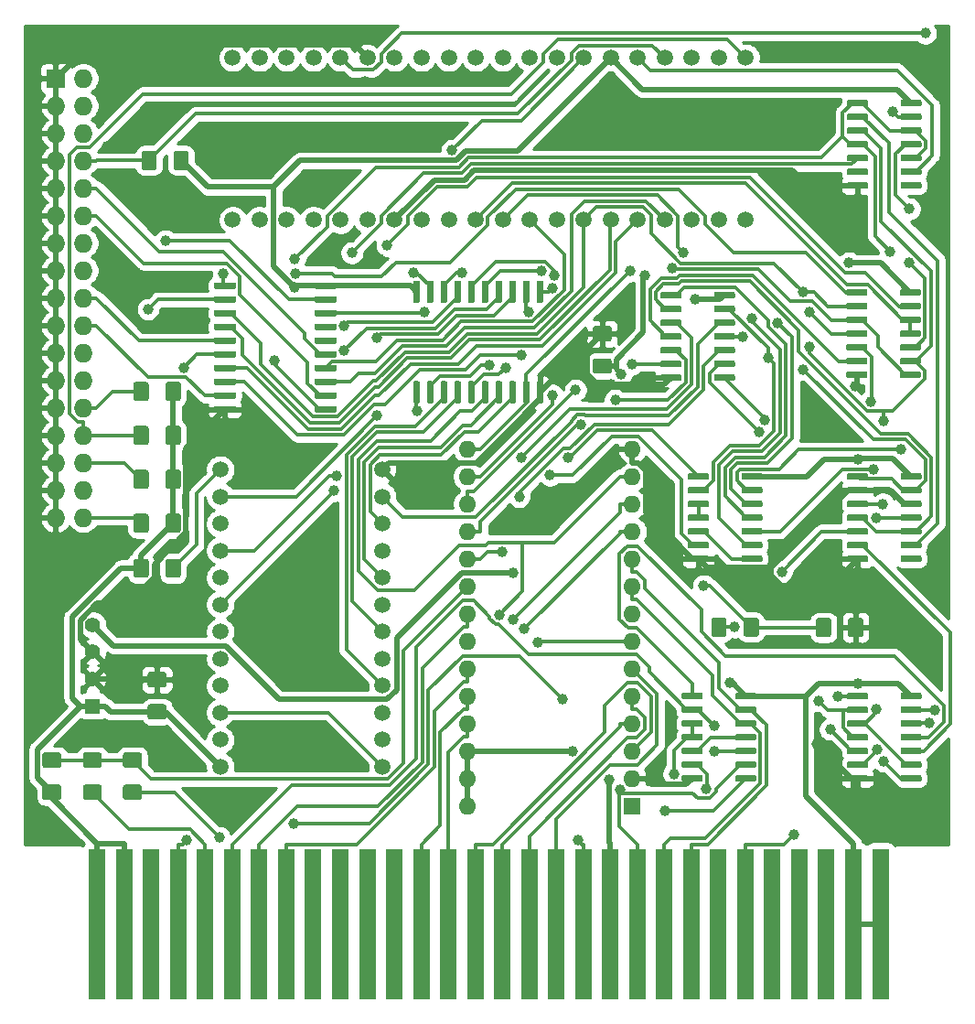
<source format=gbr>
G04 #@! TF.GenerationSoftware,KiCad,Pcbnew,(5.1.5)-3*
G04 #@! TF.CreationDate,2020-09-13T19:19:07-07:00*
G04 #@! TF.ProjectId,rk86kngmd,726b3836-6b6e-4676-9d64-2e6b69636164,rev?*
G04 #@! TF.SameCoordinates,Original*
G04 #@! TF.FileFunction,Copper,L1,Top*
G04 #@! TF.FilePolarity,Positive*
%FSLAX46Y46*%
G04 Gerber Fmt 4.6, Leading zero omitted, Abs format (unit mm)*
G04 Created by KiCad (PCBNEW (5.1.5)-3) date 2020-09-13 19:19:07*
%MOMM*%
%LPD*%
G04 APERTURE LIST*
%ADD10C,0.100000*%
%ADD11R,1.408000X1.408000*%
%ADD12C,1.408000*%
%ADD13O,1.600000X1.600000*%
%ADD14R,1.600000X1.600000*%
%ADD15R,1.500000X14.000000*%
%ADD16O,1.727200X1.727200*%
%ADD17R,1.727200X1.727200*%
%ADD18C,1.500000*%
%ADD19C,1.000000*%
%ADD20C,0.500000*%
%ADD21C,0.350000*%
%ADD22C,0.254000*%
G04 APERTURE END LIST*
G04 #@! TA.AperFunction,SMDPad,CuDef*
D10*
G36*
X46649504Y-119264204D02*
G01*
X46673773Y-119267804D01*
X46697571Y-119273765D01*
X46720671Y-119282030D01*
X46742849Y-119292520D01*
X46763893Y-119305133D01*
X46783598Y-119319747D01*
X46801777Y-119336223D01*
X46818253Y-119354402D01*
X46832867Y-119374107D01*
X46845480Y-119395151D01*
X46855970Y-119417329D01*
X46864235Y-119440429D01*
X46870196Y-119464227D01*
X46873796Y-119488496D01*
X46875000Y-119513000D01*
X46875000Y-120438000D01*
X46873796Y-120462504D01*
X46870196Y-120486773D01*
X46864235Y-120510571D01*
X46855970Y-120533671D01*
X46845480Y-120555849D01*
X46832867Y-120576893D01*
X46818253Y-120596598D01*
X46801777Y-120614777D01*
X46783598Y-120631253D01*
X46763893Y-120645867D01*
X46742849Y-120658480D01*
X46720671Y-120668970D01*
X46697571Y-120677235D01*
X46673773Y-120683196D01*
X46649504Y-120686796D01*
X46625000Y-120688000D01*
X45375000Y-120688000D01*
X45350496Y-120686796D01*
X45326227Y-120683196D01*
X45302429Y-120677235D01*
X45279329Y-120668970D01*
X45257151Y-120658480D01*
X45236107Y-120645867D01*
X45216402Y-120631253D01*
X45198223Y-120614777D01*
X45181747Y-120596598D01*
X45167133Y-120576893D01*
X45154520Y-120555849D01*
X45144030Y-120533671D01*
X45135765Y-120510571D01*
X45129804Y-120486773D01*
X45126204Y-120462504D01*
X45125000Y-120438000D01*
X45125000Y-119513000D01*
X45126204Y-119488496D01*
X45129804Y-119464227D01*
X45135765Y-119440429D01*
X45144030Y-119417329D01*
X45154520Y-119395151D01*
X45167133Y-119374107D01*
X45181747Y-119354402D01*
X45198223Y-119336223D01*
X45216402Y-119319747D01*
X45236107Y-119305133D01*
X45257151Y-119292520D01*
X45279329Y-119282030D01*
X45302429Y-119273765D01*
X45326227Y-119267804D01*
X45350496Y-119264204D01*
X45375000Y-119263000D01*
X46625000Y-119263000D01*
X46649504Y-119264204D01*
G37*
G04 #@! TD.AperFunction*
G04 #@! TA.AperFunction,SMDPad,CuDef*
G36*
X46649504Y-116289204D02*
G01*
X46673773Y-116292804D01*
X46697571Y-116298765D01*
X46720671Y-116307030D01*
X46742849Y-116317520D01*
X46763893Y-116330133D01*
X46783598Y-116344747D01*
X46801777Y-116361223D01*
X46818253Y-116379402D01*
X46832867Y-116399107D01*
X46845480Y-116420151D01*
X46855970Y-116442329D01*
X46864235Y-116465429D01*
X46870196Y-116489227D01*
X46873796Y-116513496D01*
X46875000Y-116538000D01*
X46875000Y-117463000D01*
X46873796Y-117487504D01*
X46870196Y-117511773D01*
X46864235Y-117535571D01*
X46855970Y-117558671D01*
X46845480Y-117580849D01*
X46832867Y-117601893D01*
X46818253Y-117621598D01*
X46801777Y-117639777D01*
X46783598Y-117656253D01*
X46763893Y-117670867D01*
X46742849Y-117683480D01*
X46720671Y-117693970D01*
X46697571Y-117702235D01*
X46673773Y-117708196D01*
X46649504Y-117711796D01*
X46625000Y-117713000D01*
X45375000Y-117713000D01*
X45350496Y-117711796D01*
X45326227Y-117708196D01*
X45302429Y-117702235D01*
X45279329Y-117693970D01*
X45257151Y-117683480D01*
X45236107Y-117670867D01*
X45216402Y-117656253D01*
X45198223Y-117639777D01*
X45181747Y-117621598D01*
X45167133Y-117601893D01*
X45154520Y-117580849D01*
X45144030Y-117558671D01*
X45135765Y-117535571D01*
X45129804Y-117511773D01*
X45126204Y-117487504D01*
X45125000Y-117463000D01*
X45125000Y-116538000D01*
X45126204Y-116513496D01*
X45129804Y-116489227D01*
X45135765Y-116465429D01*
X45144030Y-116442329D01*
X45154520Y-116420151D01*
X45167133Y-116399107D01*
X45181747Y-116379402D01*
X45198223Y-116361223D01*
X45216402Y-116344747D01*
X45236107Y-116330133D01*
X45257151Y-116317520D01*
X45279329Y-116307030D01*
X45302429Y-116298765D01*
X45326227Y-116292804D01*
X45350496Y-116289204D01*
X45375000Y-116288000D01*
X46625000Y-116288000D01*
X46649504Y-116289204D01*
G37*
G04 #@! TD.AperFunction*
G04 #@! TA.AperFunction,SMDPad,CuDef*
G36*
X54749504Y-90140204D02*
G01*
X54773773Y-90143804D01*
X54797571Y-90149765D01*
X54820671Y-90158030D01*
X54842849Y-90168520D01*
X54863893Y-90181133D01*
X54883598Y-90195747D01*
X54901777Y-90212223D01*
X54918253Y-90230402D01*
X54932867Y-90250107D01*
X54945480Y-90271151D01*
X54955970Y-90293329D01*
X54964235Y-90316429D01*
X54970196Y-90340227D01*
X54973796Y-90364496D01*
X54975000Y-90389000D01*
X54975000Y-91639000D01*
X54973796Y-91663504D01*
X54970196Y-91687773D01*
X54964235Y-91711571D01*
X54955970Y-91734671D01*
X54945480Y-91756849D01*
X54932867Y-91777893D01*
X54918253Y-91797598D01*
X54901777Y-91815777D01*
X54883598Y-91832253D01*
X54863893Y-91846867D01*
X54842849Y-91859480D01*
X54820671Y-91869970D01*
X54797571Y-91878235D01*
X54773773Y-91884196D01*
X54749504Y-91887796D01*
X54725000Y-91889000D01*
X53800000Y-91889000D01*
X53775496Y-91887796D01*
X53751227Y-91884196D01*
X53727429Y-91878235D01*
X53704329Y-91869970D01*
X53682151Y-91859480D01*
X53661107Y-91846867D01*
X53641402Y-91832253D01*
X53623223Y-91815777D01*
X53606747Y-91797598D01*
X53592133Y-91777893D01*
X53579520Y-91756849D01*
X53569030Y-91734671D01*
X53560765Y-91711571D01*
X53554804Y-91687773D01*
X53551204Y-91663504D01*
X53550000Y-91639000D01*
X53550000Y-90389000D01*
X53551204Y-90364496D01*
X53554804Y-90340227D01*
X53560765Y-90316429D01*
X53569030Y-90293329D01*
X53579520Y-90271151D01*
X53592133Y-90250107D01*
X53606747Y-90230402D01*
X53623223Y-90212223D01*
X53641402Y-90195747D01*
X53661107Y-90181133D01*
X53682151Y-90168520D01*
X53704329Y-90158030D01*
X53727429Y-90149765D01*
X53751227Y-90143804D01*
X53775496Y-90140204D01*
X53800000Y-90139000D01*
X54725000Y-90139000D01*
X54749504Y-90140204D01*
G37*
G04 #@! TD.AperFunction*
G04 #@! TA.AperFunction,SMDPad,CuDef*
G36*
X57724504Y-90140204D02*
G01*
X57748773Y-90143804D01*
X57772571Y-90149765D01*
X57795671Y-90158030D01*
X57817849Y-90168520D01*
X57838893Y-90181133D01*
X57858598Y-90195747D01*
X57876777Y-90212223D01*
X57893253Y-90230402D01*
X57907867Y-90250107D01*
X57920480Y-90271151D01*
X57930970Y-90293329D01*
X57939235Y-90316429D01*
X57945196Y-90340227D01*
X57948796Y-90364496D01*
X57950000Y-90389000D01*
X57950000Y-91639000D01*
X57948796Y-91663504D01*
X57945196Y-91687773D01*
X57939235Y-91711571D01*
X57930970Y-91734671D01*
X57920480Y-91756849D01*
X57907867Y-91777893D01*
X57893253Y-91797598D01*
X57876777Y-91815777D01*
X57858598Y-91832253D01*
X57838893Y-91846867D01*
X57817849Y-91859480D01*
X57795671Y-91869970D01*
X57772571Y-91878235D01*
X57748773Y-91884196D01*
X57724504Y-91887796D01*
X57700000Y-91889000D01*
X56775000Y-91889000D01*
X56750496Y-91887796D01*
X56726227Y-91884196D01*
X56702429Y-91878235D01*
X56679329Y-91869970D01*
X56657151Y-91859480D01*
X56636107Y-91846867D01*
X56616402Y-91832253D01*
X56598223Y-91815777D01*
X56581747Y-91797598D01*
X56567133Y-91777893D01*
X56554520Y-91756849D01*
X56544030Y-91734671D01*
X56535765Y-91711571D01*
X56529804Y-91687773D01*
X56526204Y-91663504D01*
X56525000Y-91639000D01*
X56525000Y-90389000D01*
X56526204Y-90364496D01*
X56529804Y-90340227D01*
X56535765Y-90316429D01*
X56544030Y-90293329D01*
X56554520Y-90271151D01*
X56567133Y-90250107D01*
X56581747Y-90230402D01*
X56598223Y-90212223D01*
X56616402Y-90195747D01*
X56636107Y-90181133D01*
X56657151Y-90168520D01*
X56679329Y-90158030D01*
X56702429Y-90149765D01*
X56726227Y-90143804D01*
X56750496Y-90140204D01*
X56775000Y-90139000D01*
X57700000Y-90139000D01*
X57724504Y-90140204D01*
G37*
G04 #@! TD.AperFunction*
G04 #@! TA.AperFunction,SMDPad,CuDef*
G36*
X54749504Y-86076204D02*
G01*
X54773773Y-86079804D01*
X54797571Y-86085765D01*
X54820671Y-86094030D01*
X54842849Y-86104520D01*
X54863893Y-86117133D01*
X54883598Y-86131747D01*
X54901777Y-86148223D01*
X54918253Y-86166402D01*
X54932867Y-86186107D01*
X54945480Y-86207151D01*
X54955970Y-86229329D01*
X54964235Y-86252429D01*
X54970196Y-86276227D01*
X54973796Y-86300496D01*
X54975000Y-86325000D01*
X54975000Y-87575000D01*
X54973796Y-87599504D01*
X54970196Y-87623773D01*
X54964235Y-87647571D01*
X54955970Y-87670671D01*
X54945480Y-87692849D01*
X54932867Y-87713893D01*
X54918253Y-87733598D01*
X54901777Y-87751777D01*
X54883598Y-87768253D01*
X54863893Y-87782867D01*
X54842849Y-87795480D01*
X54820671Y-87805970D01*
X54797571Y-87814235D01*
X54773773Y-87820196D01*
X54749504Y-87823796D01*
X54725000Y-87825000D01*
X53800000Y-87825000D01*
X53775496Y-87823796D01*
X53751227Y-87820196D01*
X53727429Y-87814235D01*
X53704329Y-87805970D01*
X53682151Y-87795480D01*
X53661107Y-87782867D01*
X53641402Y-87768253D01*
X53623223Y-87751777D01*
X53606747Y-87733598D01*
X53592133Y-87713893D01*
X53579520Y-87692849D01*
X53569030Y-87670671D01*
X53560765Y-87647571D01*
X53554804Y-87623773D01*
X53551204Y-87599504D01*
X53550000Y-87575000D01*
X53550000Y-86325000D01*
X53551204Y-86300496D01*
X53554804Y-86276227D01*
X53560765Y-86252429D01*
X53569030Y-86229329D01*
X53579520Y-86207151D01*
X53592133Y-86186107D01*
X53606747Y-86166402D01*
X53623223Y-86148223D01*
X53641402Y-86131747D01*
X53661107Y-86117133D01*
X53682151Y-86104520D01*
X53704329Y-86094030D01*
X53727429Y-86085765D01*
X53751227Y-86079804D01*
X53775496Y-86076204D01*
X53800000Y-86075000D01*
X54725000Y-86075000D01*
X54749504Y-86076204D01*
G37*
G04 #@! TD.AperFunction*
G04 #@! TA.AperFunction,SMDPad,CuDef*
G36*
X57724504Y-86076204D02*
G01*
X57748773Y-86079804D01*
X57772571Y-86085765D01*
X57795671Y-86094030D01*
X57817849Y-86104520D01*
X57838893Y-86117133D01*
X57858598Y-86131747D01*
X57876777Y-86148223D01*
X57893253Y-86166402D01*
X57907867Y-86186107D01*
X57920480Y-86207151D01*
X57930970Y-86229329D01*
X57939235Y-86252429D01*
X57945196Y-86276227D01*
X57948796Y-86300496D01*
X57950000Y-86325000D01*
X57950000Y-87575000D01*
X57948796Y-87599504D01*
X57945196Y-87623773D01*
X57939235Y-87647571D01*
X57930970Y-87670671D01*
X57920480Y-87692849D01*
X57907867Y-87713893D01*
X57893253Y-87733598D01*
X57876777Y-87751777D01*
X57858598Y-87768253D01*
X57838893Y-87782867D01*
X57817849Y-87795480D01*
X57795671Y-87805970D01*
X57772571Y-87814235D01*
X57748773Y-87820196D01*
X57724504Y-87823796D01*
X57700000Y-87825000D01*
X56775000Y-87825000D01*
X56750496Y-87823796D01*
X56726227Y-87820196D01*
X56702429Y-87814235D01*
X56679329Y-87805970D01*
X56657151Y-87795480D01*
X56636107Y-87782867D01*
X56616402Y-87768253D01*
X56598223Y-87751777D01*
X56581747Y-87733598D01*
X56567133Y-87713893D01*
X56554520Y-87692849D01*
X56544030Y-87670671D01*
X56535765Y-87647571D01*
X56529804Y-87623773D01*
X56526204Y-87599504D01*
X56525000Y-87575000D01*
X56525000Y-86325000D01*
X56526204Y-86300496D01*
X56529804Y-86276227D01*
X56535765Y-86252429D01*
X56544030Y-86229329D01*
X56554520Y-86207151D01*
X56567133Y-86186107D01*
X56581747Y-86166402D01*
X56598223Y-86148223D01*
X56616402Y-86131747D01*
X56636107Y-86117133D01*
X56657151Y-86104520D01*
X56679329Y-86094030D01*
X56702429Y-86085765D01*
X56726227Y-86079804D01*
X56750496Y-86076204D01*
X56775000Y-86075000D01*
X57700000Y-86075000D01*
X57724504Y-86076204D01*
G37*
G04 #@! TD.AperFunction*
G04 #@! TA.AperFunction,SMDPad,CuDef*
G36*
X54749504Y-94204204D02*
G01*
X54773773Y-94207804D01*
X54797571Y-94213765D01*
X54820671Y-94222030D01*
X54842849Y-94232520D01*
X54863893Y-94245133D01*
X54883598Y-94259747D01*
X54901777Y-94276223D01*
X54918253Y-94294402D01*
X54932867Y-94314107D01*
X54945480Y-94335151D01*
X54955970Y-94357329D01*
X54964235Y-94380429D01*
X54970196Y-94404227D01*
X54973796Y-94428496D01*
X54975000Y-94453000D01*
X54975000Y-95703000D01*
X54973796Y-95727504D01*
X54970196Y-95751773D01*
X54964235Y-95775571D01*
X54955970Y-95798671D01*
X54945480Y-95820849D01*
X54932867Y-95841893D01*
X54918253Y-95861598D01*
X54901777Y-95879777D01*
X54883598Y-95896253D01*
X54863893Y-95910867D01*
X54842849Y-95923480D01*
X54820671Y-95933970D01*
X54797571Y-95942235D01*
X54773773Y-95948196D01*
X54749504Y-95951796D01*
X54725000Y-95953000D01*
X53800000Y-95953000D01*
X53775496Y-95951796D01*
X53751227Y-95948196D01*
X53727429Y-95942235D01*
X53704329Y-95933970D01*
X53682151Y-95923480D01*
X53661107Y-95910867D01*
X53641402Y-95896253D01*
X53623223Y-95879777D01*
X53606747Y-95861598D01*
X53592133Y-95841893D01*
X53579520Y-95820849D01*
X53569030Y-95798671D01*
X53560765Y-95775571D01*
X53554804Y-95751773D01*
X53551204Y-95727504D01*
X53550000Y-95703000D01*
X53550000Y-94453000D01*
X53551204Y-94428496D01*
X53554804Y-94404227D01*
X53560765Y-94380429D01*
X53569030Y-94357329D01*
X53579520Y-94335151D01*
X53592133Y-94314107D01*
X53606747Y-94294402D01*
X53623223Y-94276223D01*
X53641402Y-94259747D01*
X53661107Y-94245133D01*
X53682151Y-94232520D01*
X53704329Y-94222030D01*
X53727429Y-94213765D01*
X53751227Y-94207804D01*
X53775496Y-94204204D01*
X53800000Y-94203000D01*
X54725000Y-94203000D01*
X54749504Y-94204204D01*
G37*
G04 #@! TD.AperFunction*
G04 #@! TA.AperFunction,SMDPad,CuDef*
G36*
X57724504Y-94204204D02*
G01*
X57748773Y-94207804D01*
X57772571Y-94213765D01*
X57795671Y-94222030D01*
X57817849Y-94232520D01*
X57838893Y-94245133D01*
X57858598Y-94259747D01*
X57876777Y-94276223D01*
X57893253Y-94294402D01*
X57907867Y-94314107D01*
X57920480Y-94335151D01*
X57930970Y-94357329D01*
X57939235Y-94380429D01*
X57945196Y-94404227D01*
X57948796Y-94428496D01*
X57950000Y-94453000D01*
X57950000Y-95703000D01*
X57948796Y-95727504D01*
X57945196Y-95751773D01*
X57939235Y-95775571D01*
X57930970Y-95798671D01*
X57920480Y-95820849D01*
X57907867Y-95841893D01*
X57893253Y-95861598D01*
X57876777Y-95879777D01*
X57858598Y-95896253D01*
X57838893Y-95910867D01*
X57817849Y-95923480D01*
X57795671Y-95933970D01*
X57772571Y-95942235D01*
X57748773Y-95948196D01*
X57724504Y-95951796D01*
X57700000Y-95953000D01*
X56775000Y-95953000D01*
X56750496Y-95951796D01*
X56726227Y-95948196D01*
X56702429Y-95942235D01*
X56679329Y-95933970D01*
X56657151Y-95923480D01*
X56636107Y-95910867D01*
X56616402Y-95896253D01*
X56598223Y-95879777D01*
X56581747Y-95861598D01*
X56567133Y-95841893D01*
X56554520Y-95820849D01*
X56544030Y-95798671D01*
X56535765Y-95775571D01*
X56529804Y-95751773D01*
X56526204Y-95727504D01*
X56525000Y-95703000D01*
X56525000Y-94453000D01*
X56526204Y-94428496D01*
X56529804Y-94404227D01*
X56535765Y-94380429D01*
X56544030Y-94357329D01*
X56554520Y-94335151D01*
X56567133Y-94314107D01*
X56581747Y-94294402D01*
X56598223Y-94276223D01*
X56616402Y-94259747D01*
X56636107Y-94245133D01*
X56657151Y-94232520D01*
X56679329Y-94222030D01*
X56702429Y-94213765D01*
X56726227Y-94207804D01*
X56750496Y-94204204D01*
X56775000Y-94203000D01*
X57700000Y-94203000D01*
X57724504Y-94204204D01*
G37*
G04 #@! TD.AperFunction*
G04 #@! TA.AperFunction,SMDPad,CuDef*
G36*
X54749504Y-82012204D02*
G01*
X54773773Y-82015804D01*
X54797571Y-82021765D01*
X54820671Y-82030030D01*
X54842849Y-82040520D01*
X54863893Y-82053133D01*
X54883598Y-82067747D01*
X54901777Y-82084223D01*
X54918253Y-82102402D01*
X54932867Y-82122107D01*
X54945480Y-82143151D01*
X54955970Y-82165329D01*
X54964235Y-82188429D01*
X54970196Y-82212227D01*
X54973796Y-82236496D01*
X54975000Y-82261000D01*
X54975000Y-83511000D01*
X54973796Y-83535504D01*
X54970196Y-83559773D01*
X54964235Y-83583571D01*
X54955970Y-83606671D01*
X54945480Y-83628849D01*
X54932867Y-83649893D01*
X54918253Y-83669598D01*
X54901777Y-83687777D01*
X54883598Y-83704253D01*
X54863893Y-83718867D01*
X54842849Y-83731480D01*
X54820671Y-83741970D01*
X54797571Y-83750235D01*
X54773773Y-83756196D01*
X54749504Y-83759796D01*
X54725000Y-83761000D01*
X53800000Y-83761000D01*
X53775496Y-83759796D01*
X53751227Y-83756196D01*
X53727429Y-83750235D01*
X53704329Y-83741970D01*
X53682151Y-83731480D01*
X53661107Y-83718867D01*
X53641402Y-83704253D01*
X53623223Y-83687777D01*
X53606747Y-83669598D01*
X53592133Y-83649893D01*
X53579520Y-83628849D01*
X53569030Y-83606671D01*
X53560765Y-83583571D01*
X53554804Y-83559773D01*
X53551204Y-83535504D01*
X53550000Y-83511000D01*
X53550000Y-82261000D01*
X53551204Y-82236496D01*
X53554804Y-82212227D01*
X53560765Y-82188429D01*
X53569030Y-82165329D01*
X53579520Y-82143151D01*
X53592133Y-82122107D01*
X53606747Y-82102402D01*
X53623223Y-82084223D01*
X53641402Y-82067747D01*
X53661107Y-82053133D01*
X53682151Y-82040520D01*
X53704329Y-82030030D01*
X53727429Y-82021765D01*
X53751227Y-82015804D01*
X53775496Y-82012204D01*
X53800000Y-82011000D01*
X54725000Y-82011000D01*
X54749504Y-82012204D01*
G37*
G04 #@! TD.AperFunction*
G04 #@! TA.AperFunction,SMDPad,CuDef*
G36*
X57724504Y-82012204D02*
G01*
X57748773Y-82015804D01*
X57772571Y-82021765D01*
X57795671Y-82030030D01*
X57817849Y-82040520D01*
X57838893Y-82053133D01*
X57858598Y-82067747D01*
X57876777Y-82084223D01*
X57893253Y-82102402D01*
X57907867Y-82122107D01*
X57920480Y-82143151D01*
X57930970Y-82165329D01*
X57939235Y-82188429D01*
X57945196Y-82212227D01*
X57948796Y-82236496D01*
X57950000Y-82261000D01*
X57950000Y-83511000D01*
X57948796Y-83535504D01*
X57945196Y-83559773D01*
X57939235Y-83583571D01*
X57930970Y-83606671D01*
X57920480Y-83628849D01*
X57907867Y-83649893D01*
X57893253Y-83669598D01*
X57876777Y-83687777D01*
X57858598Y-83704253D01*
X57838893Y-83718867D01*
X57817849Y-83731480D01*
X57795671Y-83741970D01*
X57772571Y-83750235D01*
X57748773Y-83756196D01*
X57724504Y-83759796D01*
X57700000Y-83761000D01*
X56775000Y-83761000D01*
X56750496Y-83759796D01*
X56726227Y-83756196D01*
X56702429Y-83750235D01*
X56679329Y-83741970D01*
X56657151Y-83731480D01*
X56636107Y-83718867D01*
X56616402Y-83704253D01*
X56598223Y-83687777D01*
X56581747Y-83669598D01*
X56567133Y-83649893D01*
X56554520Y-83628849D01*
X56544030Y-83606671D01*
X56535765Y-83583571D01*
X56529804Y-83559773D01*
X56526204Y-83535504D01*
X56525000Y-83511000D01*
X56525000Y-82261000D01*
X56526204Y-82236496D01*
X56529804Y-82212227D01*
X56535765Y-82188429D01*
X56544030Y-82165329D01*
X56554520Y-82143151D01*
X56567133Y-82122107D01*
X56581747Y-82102402D01*
X56598223Y-82084223D01*
X56616402Y-82067747D01*
X56636107Y-82053133D01*
X56657151Y-82040520D01*
X56679329Y-82030030D01*
X56702429Y-82021765D01*
X56726227Y-82015804D01*
X56750496Y-82012204D01*
X56775000Y-82011000D01*
X57700000Y-82011000D01*
X57724504Y-82012204D01*
G37*
G04 #@! TD.AperFunction*
G04 #@! TA.AperFunction,SMDPad,CuDef*
G36*
X55492104Y-60650804D02*
G01*
X55516373Y-60654404D01*
X55540171Y-60660365D01*
X55563271Y-60668630D01*
X55585449Y-60679120D01*
X55606493Y-60691733D01*
X55626198Y-60706347D01*
X55644377Y-60722823D01*
X55660853Y-60741002D01*
X55675467Y-60760707D01*
X55688080Y-60781751D01*
X55698570Y-60803929D01*
X55706835Y-60827029D01*
X55712796Y-60850827D01*
X55716396Y-60875096D01*
X55717600Y-60899600D01*
X55717600Y-62149600D01*
X55716396Y-62174104D01*
X55712796Y-62198373D01*
X55706835Y-62222171D01*
X55698570Y-62245271D01*
X55688080Y-62267449D01*
X55675467Y-62288493D01*
X55660853Y-62308198D01*
X55644377Y-62326377D01*
X55626198Y-62342853D01*
X55606493Y-62357467D01*
X55585449Y-62370080D01*
X55563271Y-62380570D01*
X55540171Y-62388835D01*
X55516373Y-62394796D01*
X55492104Y-62398396D01*
X55467600Y-62399600D01*
X54542600Y-62399600D01*
X54518096Y-62398396D01*
X54493827Y-62394796D01*
X54470029Y-62388835D01*
X54446929Y-62380570D01*
X54424751Y-62370080D01*
X54403707Y-62357467D01*
X54384002Y-62342853D01*
X54365823Y-62326377D01*
X54349347Y-62308198D01*
X54334733Y-62288493D01*
X54322120Y-62267449D01*
X54311630Y-62245271D01*
X54303365Y-62222171D01*
X54297404Y-62198373D01*
X54293804Y-62174104D01*
X54292600Y-62149600D01*
X54292600Y-60899600D01*
X54293804Y-60875096D01*
X54297404Y-60850827D01*
X54303365Y-60827029D01*
X54311630Y-60803929D01*
X54322120Y-60781751D01*
X54334733Y-60760707D01*
X54349347Y-60741002D01*
X54365823Y-60722823D01*
X54384002Y-60706347D01*
X54403707Y-60691733D01*
X54424751Y-60679120D01*
X54446929Y-60668630D01*
X54470029Y-60660365D01*
X54493827Y-60654404D01*
X54518096Y-60650804D01*
X54542600Y-60649600D01*
X55467600Y-60649600D01*
X55492104Y-60650804D01*
G37*
G04 #@! TD.AperFunction*
G04 #@! TA.AperFunction,SMDPad,CuDef*
G36*
X58467104Y-60650804D02*
G01*
X58491373Y-60654404D01*
X58515171Y-60660365D01*
X58538271Y-60668630D01*
X58560449Y-60679120D01*
X58581493Y-60691733D01*
X58601198Y-60706347D01*
X58619377Y-60722823D01*
X58635853Y-60741002D01*
X58650467Y-60760707D01*
X58663080Y-60781751D01*
X58673570Y-60803929D01*
X58681835Y-60827029D01*
X58687796Y-60850827D01*
X58691396Y-60875096D01*
X58692600Y-60899600D01*
X58692600Y-62149600D01*
X58691396Y-62174104D01*
X58687796Y-62198373D01*
X58681835Y-62222171D01*
X58673570Y-62245271D01*
X58663080Y-62267449D01*
X58650467Y-62288493D01*
X58635853Y-62308198D01*
X58619377Y-62326377D01*
X58601198Y-62342853D01*
X58581493Y-62357467D01*
X58560449Y-62370080D01*
X58538271Y-62380570D01*
X58515171Y-62388835D01*
X58491373Y-62394796D01*
X58467104Y-62398396D01*
X58442600Y-62399600D01*
X57517600Y-62399600D01*
X57493096Y-62398396D01*
X57468827Y-62394796D01*
X57445029Y-62388835D01*
X57421929Y-62380570D01*
X57399751Y-62370080D01*
X57378707Y-62357467D01*
X57359002Y-62342853D01*
X57340823Y-62326377D01*
X57324347Y-62308198D01*
X57309733Y-62288493D01*
X57297120Y-62267449D01*
X57286630Y-62245271D01*
X57278365Y-62222171D01*
X57272404Y-62198373D01*
X57268804Y-62174104D01*
X57267600Y-62149600D01*
X57267600Y-60899600D01*
X57268804Y-60875096D01*
X57272404Y-60850827D01*
X57278365Y-60827029D01*
X57286630Y-60803929D01*
X57297120Y-60781751D01*
X57309733Y-60760707D01*
X57324347Y-60741002D01*
X57340823Y-60722823D01*
X57359002Y-60706347D01*
X57378707Y-60691733D01*
X57399751Y-60679120D01*
X57421929Y-60668630D01*
X57445029Y-60660365D01*
X57468827Y-60654404D01*
X57493096Y-60650804D01*
X57517600Y-60649600D01*
X58442600Y-60649600D01*
X58467104Y-60650804D01*
G37*
G04 #@! TD.AperFunction*
G04 #@! TA.AperFunction,SMDPad,CuDef*
G36*
X54749504Y-98376204D02*
G01*
X54773773Y-98379804D01*
X54797571Y-98385765D01*
X54820671Y-98394030D01*
X54842849Y-98404520D01*
X54863893Y-98417133D01*
X54883598Y-98431747D01*
X54901777Y-98448223D01*
X54918253Y-98466402D01*
X54932867Y-98486107D01*
X54945480Y-98507151D01*
X54955970Y-98529329D01*
X54964235Y-98552429D01*
X54970196Y-98576227D01*
X54973796Y-98600496D01*
X54975000Y-98625000D01*
X54975000Y-99875000D01*
X54973796Y-99899504D01*
X54970196Y-99923773D01*
X54964235Y-99947571D01*
X54955970Y-99970671D01*
X54945480Y-99992849D01*
X54932867Y-100013893D01*
X54918253Y-100033598D01*
X54901777Y-100051777D01*
X54883598Y-100068253D01*
X54863893Y-100082867D01*
X54842849Y-100095480D01*
X54820671Y-100105970D01*
X54797571Y-100114235D01*
X54773773Y-100120196D01*
X54749504Y-100123796D01*
X54725000Y-100125000D01*
X53800000Y-100125000D01*
X53775496Y-100123796D01*
X53751227Y-100120196D01*
X53727429Y-100114235D01*
X53704329Y-100105970D01*
X53682151Y-100095480D01*
X53661107Y-100082867D01*
X53641402Y-100068253D01*
X53623223Y-100051777D01*
X53606747Y-100033598D01*
X53592133Y-100013893D01*
X53579520Y-99992849D01*
X53569030Y-99970671D01*
X53560765Y-99947571D01*
X53554804Y-99923773D01*
X53551204Y-99899504D01*
X53550000Y-99875000D01*
X53550000Y-98625000D01*
X53551204Y-98600496D01*
X53554804Y-98576227D01*
X53560765Y-98552429D01*
X53569030Y-98529329D01*
X53579520Y-98507151D01*
X53592133Y-98486107D01*
X53606747Y-98466402D01*
X53623223Y-98448223D01*
X53641402Y-98431747D01*
X53661107Y-98417133D01*
X53682151Y-98404520D01*
X53704329Y-98394030D01*
X53727429Y-98385765D01*
X53751227Y-98379804D01*
X53775496Y-98376204D01*
X53800000Y-98375000D01*
X54725000Y-98375000D01*
X54749504Y-98376204D01*
G37*
G04 #@! TD.AperFunction*
G04 #@! TA.AperFunction,SMDPad,CuDef*
G36*
X57724504Y-98376204D02*
G01*
X57748773Y-98379804D01*
X57772571Y-98385765D01*
X57795671Y-98394030D01*
X57817849Y-98404520D01*
X57838893Y-98417133D01*
X57858598Y-98431747D01*
X57876777Y-98448223D01*
X57893253Y-98466402D01*
X57907867Y-98486107D01*
X57920480Y-98507151D01*
X57930970Y-98529329D01*
X57939235Y-98552429D01*
X57945196Y-98576227D01*
X57948796Y-98600496D01*
X57950000Y-98625000D01*
X57950000Y-99875000D01*
X57948796Y-99899504D01*
X57945196Y-99923773D01*
X57939235Y-99947571D01*
X57930970Y-99970671D01*
X57920480Y-99992849D01*
X57907867Y-100013893D01*
X57893253Y-100033598D01*
X57876777Y-100051777D01*
X57858598Y-100068253D01*
X57838893Y-100082867D01*
X57817849Y-100095480D01*
X57795671Y-100105970D01*
X57772571Y-100114235D01*
X57748773Y-100120196D01*
X57724504Y-100123796D01*
X57700000Y-100125000D01*
X56775000Y-100125000D01*
X56750496Y-100123796D01*
X56726227Y-100120196D01*
X56702429Y-100114235D01*
X56679329Y-100105970D01*
X56657151Y-100095480D01*
X56636107Y-100082867D01*
X56616402Y-100068253D01*
X56598223Y-100051777D01*
X56581747Y-100033598D01*
X56567133Y-100013893D01*
X56554520Y-99992849D01*
X56544030Y-99970671D01*
X56535765Y-99947571D01*
X56529804Y-99923773D01*
X56526204Y-99899504D01*
X56525000Y-99875000D01*
X56525000Y-98625000D01*
X56526204Y-98600496D01*
X56529804Y-98576227D01*
X56535765Y-98552429D01*
X56544030Y-98529329D01*
X56554520Y-98507151D01*
X56567133Y-98486107D01*
X56581747Y-98466402D01*
X56598223Y-98448223D01*
X56616402Y-98431747D01*
X56636107Y-98417133D01*
X56657151Y-98404520D01*
X56679329Y-98394030D01*
X56702429Y-98385765D01*
X56726227Y-98379804D01*
X56750496Y-98376204D01*
X56775000Y-98375000D01*
X57700000Y-98375000D01*
X57724504Y-98376204D01*
G37*
G04 #@! TD.AperFunction*
G04 #@! TA.AperFunction,SMDPad,CuDef*
G36*
X111224504Y-103831204D02*
G01*
X111248773Y-103834804D01*
X111272571Y-103840765D01*
X111295671Y-103849030D01*
X111317849Y-103859520D01*
X111338893Y-103872133D01*
X111358598Y-103886747D01*
X111376777Y-103903223D01*
X111393253Y-103921402D01*
X111407867Y-103941107D01*
X111420480Y-103962151D01*
X111430970Y-103984329D01*
X111439235Y-104007429D01*
X111445196Y-104031227D01*
X111448796Y-104055496D01*
X111450000Y-104080000D01*
X111450000Y-105330000D01*
X111448796Y-105354504D01*
X111445196Y-105378773D01*
X111439235Y-105402571D01*
X111430970Y-105425671D01*
X111420480Y-105447849D01*
X111407867Y-105468893D01*
X111393253Y-105488598D01*
X111376777Y-105506777D01*
X111358598Y-105523253D01*
X111338893Y-105537867D01*
X111317849Y-105550480D01*
X111295671Y-105560970D01*
X111272571Y-105569235D01*
X111248773Y-105575196D01*
X111224504Y-105578796D01*
X111200000Y-105580000D01*
X110275000Y-105580000D01*
X110250496Y-105578796D01*
X110226227Y-105575196D01*
X110202429Y-105569235D01*
X110179329Y-105560970D01*
X110157151Y-105550480D01*
X110136107Y-105537867D01*
X110116402Y-105523253D01*
X110098223Y-105506777D01*
X110081747Y-105488598D01*
X110067133Y-105468893D01*
X110054520Y-105447849D01*
X110044030Y-105425671D01*
X110035765Y-105402571D01*
X110029804Y-105378773D01*
X110026204Y-105354504D01*
X110025000Y-105330000D01*
X110025000Y-104080000D01*
X110026204Y-104055496D01*
X110029804Y-104031227D01*
X110035765Y-104007429D01*
X110044030Y-103984329D01*
X110054520Y-103962151D01*
X110067133Y-103941107D01*
X110081747Y-103921402D01*
X110098223Y-103903223D01*
X110116402Y-103886747D01*
X110136107Y-103872133D01*
X110157151Y-103859520D01*
X110179329Y-103849030D01*
X110202429Y-103840765D01*
X110226227Y-103834804D01*
X110250496Y-103831204D01*
X110275000Y-103830000D01*
X111200000Y-103830000D01*
X111224504Y-103831204D01*
G37*
G04 #@! TD.AperFunction*
G04 #@! TA.AperFunction,SMDPad,CuDef*
G36*
X108249504Y-103831204D02*
G01*
X108273773Y-103834804D01*
X108297571Y-103840765D01*
X108320671Y-103849030D01*
X108342849Y-103859520D01*
X108363893Y-103872133D01*
X108383598Y-103886747D01*
X108401777Y-103903223D01*
X108418253Y-103921402D01*
X108432867Y-103941107D01*
X108445480Y-103962151D01*
X108455970Y-103984329D01*
X108464235Y-104007429D01*
X108470196Y-104031227D01*
X108473796Y-104055496D01*
X108475000Y-104080000D01*
X108475000Y-105330000D01*
X108473796Y-105354504D01*
X108470196Y-105378773D01*
X108464235Y-105402571D01*
X108455970Y-105425671D01*
X108445480Y-105447849D01*
X108432867Y-105468893D01*
X108418253Y-105488598D01*
X108401777Y-105506777D01*
X108383598Y-105523253D01*
X108363893Y-105537867D01*
X108342849Y-105550480D01*
X108320671Y-105560970D01*
X108297571Y-105569235D01*
X108273773Y-105575196D01*
X108249504Y-105578796D01*
X108225000Y-105580000D01*
X107300000Y-105580000D01*
X107275496Y-105578796D01*
X107251227Y-105575196D01*
X107227429Y-105569235D01*
X107204329Y-105560970D01*
X107182151Y-105550480D01*
X107161107Y-105537867D01*
X107141402Y-105523253D01*
X107123223Y-105506777D01*
X107106747Y-105488598D01*
X107092133Y-105468893D01*
X107079520Y-105447849D01*
X107069030Y-105425671D01*
X107060765Y-105402571D01*
X107054804Y-105378773D01*
X107051204Y-105354504D01*
X107050000Y-105330000D01*
X107050000Y-104080000D01*
X107051204Y-104055496D01*
X107054804Y-104031227D01*
X107060765Y-104007429D01*
X107069030Y-103984329D01*
X107079520Y-103962151D01*
X107092133Y-103941107D01*
X107106747Y-103921402D01*
X107123223Y-103903223D01*
X107141402Y-103886747D01*
X107161107Y-103872133D01*
X107182151Y-103859520D01*
X107204329Y-103849030D01*
X107227429Y-103840765D01*
X107251227Y-103834804D01*
X107275496Y-103831204D01*
X107300000Y-103830000D01*
X108225000Y-103830000D01*
X108249504Y-103831204D01*
G37*
G04 #@! TD.AperFunction*
G04 #@! TA.AperFunction,SMDPad,CuDef*
G36*
X54119504Y-116289204D02*
G01*
X54143773Y-116292804D01*
X54167571Y-116298765D01*
X54190671Y-116307030D01*
X54212849Y-116317520D01*
X54233893Y-116330133D01*
X54253598Y-116344747D01*
X54271777Y-116361223D01*
X54288253Y-116379402D01*
X54302867Y-116399107D01*
X54315480Y-116420151D01*
X54325970Y-116442329D01*
X54334235Y-116465429D01*
X54340196Y-116489227D01*
X54343796Y-116513496D01*
X54345000Y-116538000D01*
X54345000Y-117463000D01*
X54343796Y-117487504D01*
X54340196Y-117511773D01*
X54334235Y-117535571D01*
X54325970Y-117558671D01*
X54315480Y-117580849D01*
X54302867Y-117601893D01*
X54288253Y-117621598D01*
X54271777Y-117639777D01*
X54253598Y-117656253D01*
X54233893Y-117670867D01*
X54212849Y-117683480D01*
X54190671Y-117693970D01*
X54167571Y-117702235D01*
X54143773Y-117708196D01*
X54119504Y-117711796D01*
X54095000Y-117713000D01*
X52845000Y-117713000D01*
X52820496Y-117711796D01*
X52796227Y-117708196D01*
X52772429Y-117702235D01*
X52749329Y-117693970D01*
X52727151Y-117683480D01*
X52706107Y-117670867D01*
X52686402Y-117656253D01*
X52668223Y-117639777D01*
X52651747Y-117621598D01*
X52637133Y-117601893D01*
X52624520Y-117580849D01*
X52614030Y-117558671D01*
X52605765Y-117535571D01*
X52599804Y-117511773D01*
X52596204Y-117487504D01*
X52595000Y-117463000D01*
X52595000Y-116538000D01*
X52596204Y-116513496D01*
X52599804Y-116489227D01*
X52605765Y-116465429D01*
X52614030Y-116442329D01*
X52624520Y-116420151D01*
X52637133Y-116399107D01*
X52651747Y-116379402D01*
X52668223Y-116361223D01*
X52686402Y-116344747D01*
X52706107Y-116330133D01*
X52727151Y-116317520D01*
X52749329Y-116307030D01*
X52772429Y-116298765D01*
X52796227Y-116292804D01*
X52820496Y-116289204D01*
X52845000Y-116288000D01*
X54095000Y-116288000D01*
X54119504Y-116289204D01*
G37*
G04 #@! TD.AperFunction*
G04 #@! TA.AperFunction,SMDPad,CuDef*
G36*
X54119504Y-119264204D02*
G01*
X54143773Y-119267804D01*
X54167571Y-119273765D01*
X54190671Y-119282030D01*
X54212849Y-119292520D01*
X54233893Y-119305133D01*
X54253598Y-119319747D01*
X54271777Y-119336223D01*
X54288253Y-119354402D01*
X54302867Y-119374107D01*
X54315480Y-119395151D01*
X54325970Y-119417329D01*
X54334235Y-119440429D01*
X54340196Y-119464227D01*
X54343796Y-119488496D01*
X54345000Y-119513000D01*
X54345000Y-120438000D01*
X54343796Y-120462504D01*
X54340196Y-120486773D01*
X54334235Y-120510571D01*
X54325970Y-120533671D01*
X54315480Y-120555849D01*
X54302867Y-120576893D01*
X54288253Y-120596598D01*
X54271777Y-120614777D01*
X54253598Y-120631253D01*
X54233893Y-120645867D01*
X54212849Y-120658480D01*
X54190671Y-120668970D01*
X54167571Y-120677235D01*
X54143773Y-120683196D01*
X54119504Y-120686796D01*
X54095000Y-120688000D01*
X52845000Y-120688000D01*
X52820496Y-120686796D01*
X52796227Y-120683196D01*
X52772429Y-120677235D01*
X52749329Y-120668970D01*
X52727151Y-120658480D01*
X52706107Y-120645867D01*
X52686402Y-120631253D01*
X52668223Y-120614777D01*
X52651747Y-120596598D01*
X52637133Y-120576893D01*
X52624520Y-120555849D01*
X52614030Y-120533671D01*
X52605765Y-120510571D01*
X52599804Y-120486773D01*
X52596204Y-120462504D01*
X52595000Y-120438000D01*
X52595000Y-119513000D01*
X52596204Y-119488496D01*
X52599804Y-119464227D01*
X52605765Y-119440429D01*
X52614030Y-119417329D01*
X52624520Y-119395151D01*
X52637133Y-119374107D01*
X52651747Y-119354402D01*
X52668223Y-119336223D01*
X52686402Y-119319747D01*
X52706107Y-119305133D01*
X52727151Y-119292520D01*
X52749329Y-119282030D01*
X52772429Y-119273765D01*
X52796227Y-119267804D01*
X52820496Y-119264204D01*
X52845000Y-119263000D01*
X54095000Y-119263000D01*
X54119504Y-119264204D01*
G37*
G04 #@! TD.AperFunction*
G04 #@! TA.AperFunction,SMDPad,CuDef*
G36*
X50399504Y-116289204D02*
G01*
X50423773Y-116292804D01*
X50447571Y-116298765D01*
X50470671Y-116307030D01*
X50492849Y-116317520D01*
X50513893Y-116330133D01*
X50533598Y-116344747D01*
X50551777Y-116361223D01*
X50568253Y-116379402D01*
X50582867Y-116399107D01*
X50595480Y-116420151D01*
X50605970Y-116442329D01*
X50614235Y-116465429D01*
X50620196Y-116489227D01*
X50623796Y-116513496D01*
X50625000Y-116538000D01*
X50625000Y-117463000D01*
X50623796Y-117487504D01*
X50620196Y-117511773D01*
X50614235Y-117535571D01*
X50605970Y-117558671D01*
X50595480Y-117580849D01*
X50582867Y-117601893D01*
X50568253Y-117621598D01*
X50551777Y-117639777D01*
X50533598Y-117656253D01*
X50513893Y-117670867D01*
X50492849Y-117683480D01*
X50470671Y-117693970D01*
X50447571Y-117702235D01*
X50423773Y-117708196D01*
X50399504Y-117711796D01*
X50375000Y-117713000D01*
X49125000Y-117713000D01*
X49100496Y-117711796D01*
X49076227Y-117708196D01*
X49052429Y-117702235D01*
X49029329Y-117693970D01*
X49007151Y-117683480D01*
X48986107Y-117670867D01*
X48966402Y-117656253D01*
X48948223Y-117639777D01*
X48931747Y-117621598D01*
X48917133Y-117601893D01*
X48904520Y-117580849D01*
X48894030Y-117558671D01*
X48885765Y-117535571D01*
X48879804Y-117511773D01*
X48876204Y-117487504D01*
X48875000Y-117463000D01*
X48875000Y-116538000D01*
X48876204Y-116513496D01*
X48879804Y-116489227D01*
X48885765Y-116465429D01*
X48894030Y-116442329D01*
X48904520Y-116420151D01*
X48917133Y-116399107D01*
X48931747Y-116379402D01*
X48948223Y-116361223D01*
X48966402Y-116344747D01*
X48986107Y-116330133D01*
X49007151Y-116317520D01*
X49029329Y-116307030D01*
X49052429Y-116298765D01*
X49076227Y-116292804D01*
X49100496Y-116289204D01*
X49125000Y-116288000D01*
X50375000Y-116288000D01*
X50399504Y-116289204D01*
G37*
G04 #@! TD.AperFunction*
G04 #@! TA.AperFunction,SMDPad,CuDef*
G36*
X50399504Y-119264204D02*
G01*
X50423773Y-119267804D01*
X50447571Y-119273765D01*
X50470671Y-119282030D01*
X50492849Y-119292520D01*
X50513893Y-119305133D01*
X50533598Y-119319747D01*
X50551777Y-119336223D01*
X50568253Y-119354402D01*
X50582867Y-119374107D01*
X50595480Y-119395151D01*
X50605970Y-119417329D01*
X50614235Y-119440429D01*
X50620196Y-119464227D01*
X50623796Y-119488496D01*
X50625000Y-119513000D01*
X50625000Y-120438000D01*
X50623796Y-120462504D01*
X50620196Y-120486773D01*
X50614235Y-120510571D01*
X50605970Y-120533671D01*
X50595480Y-120555849D01*
X50582867Y-120576893D01*
X50568253Y-120596598D01*
X50551777Y-120614777D01*
X50533598Y-120631253D01*
X50513893Y-120645867D01*
X50492849Y-120658480D01*
X50470671Y-120668970D01*
X50447571Y-120677235D01*
X50423773Y-120683196D01*
X50399504Y-120686796D01*
X50375000Y-120688000D01*
X49125000Y-120688000D01*
X49100496Y-120686796D01*
X49076227Y-120683196D01*
X49052429Y-120677235D01*
X49029329Y-120668970D01*
X49007151Y-120658480D01*
X48986107Y-120645867D01*
X48966402Y-120631253D01*
X48948223Y-120614777D01*
X48931747Y-120596598D01*
X48917133Y-120576893D01*
X48904520Y-120555849D01*
X48894030Y-120533671D01*
X48885765Y-120510571D01*
X48879804Y-120486773D01*
X48876204Y-120462504D01*
X48875000Y-120438000D01*
X48875000Y-119513000D01*
X48876204Y-119488496D01*
X48879804Y-119464227D01*
X48885765Y-119440429D01*
X48894030Y-119417329D01*
X48904520Y-119395151D01*
X48917133Y-119374107D01*
X48931747Y-119354402D01*
X48948223Y-119336223D01*
X48966402Y-119319747D01*
X48986107Y-119305133D01*
X49007151Y-119292520D01*
X49029329Y-119282030D01*
X49052429Y-119273765D01*
X49076227Y-119267804D01*
X49100496Y-119264204D01*
X49125000Y-119263000D01*
X50375000Y-119263000D01*
X50399504Y-119264204D01*
G37*
G04 #@! TD.AperFunction*
G04 #@! TA.AperFunction,SMDPad,CuDef*
G36*
X97599504Y-76851204D02*
G01*
X97623773Y-76854804D01*
X97647571Y-76860765D01*
X97670671Y-76869030D01*
X97692849Y-76879520D01*
X97713893Y-76892133D01*
X97733598Y-76906747D01*
X97751777Y-76923223D01*
X97768253Y-76941402D01*
X97782867Y-76961107D01*
X97795480Y-76982151D01*
X97805970Y-77004329D01*
X97814235Y-77027429D01*
X97820196Y-77051227D01*
X97823796Y-77075496D01*
X97825000Y-77100000D01*
X97825000Y-78025000D01*
X97823796Y-78049504D01*
X97820196Y-78073773D01*
X97814235Y-78097571D01*
X97805970Y-78120671D01*
X97795480Y-78142849D01*
X97782867Y-78163893D01*
X97768253Y-78183598D01*
X97751777Y-78201777D01*
X97733598Y-78218253D01*
X97713893Y-78232867D01*
X97692849Y-78245480D01*
X97670671Y-78255970D01*
X97647571Y-78264235D01*
X97623773Y-78270196D01*
X97599504Y-78273796D01*
X97575000Y-78275000D01*
X96325000Y-78275000D01*
X96300496Y-78273796D01*
X96276227Y-78270196D01*
X96252429Y-78264235D01*
X96229329Y-78255970D01*
X96207151Y-78245480D01*
X96186107Y-78232867D01*
X96166402Y-78218253D01*
X96148223Y-78201777D01*
X96131747Y-78183598D01*
X96117133Y-78163893D01*
X96104520Y-78142849D01*
X96094030Y-78120671D01*
X96085765Y-78097571D01*
X96079804Y-78073773D01*
X96076204Y-78049504D01*
X96075000Y-78025000D01*
X96075000Y-77100000D01*
X96076204Y-77075496D01*
X96079804Y-77051227D01*
X96085765Y-77027429D01*
X96094030Y-77004329D01*
X96104520Y-76982151D01*
X96117133Y-76961107D01*
X96131747Y-76941402D01*
X96148223Y-76923223D01*
X96166402Y-76906747D01*
X96186107Y-76892133D01*
X96207151Y-76879520D01*
X96229329Y-76869030D01*
X96252429Y-76860765D01*
X96276227Y-76854804D01*
X96300496Y-76851204D01*
X96325000Y-76850000D01*
X97575000Y-76850000D01*
X97599504Y-76851204D01*
G37*
G04 #@! TD.AperFunction*
G04 #@! TA.AperFunction,SMDPad,CuDef*
G36*
X97599504Y-79826204D02*
G01*
X97623773Y-79829804D01*
X97647571Y-79835765D01*
X97670671Y-79844030D01*
X97692849Y-79854520D01*
X97713893Y-79867133D01*
X97733598Y-79881747D01*
X97751777Y-79898223D01*
X97768253Y-79916402D01*
X97782867Y-79936107D01*
X97795480Y-79957151D01*
X97805970Y-79979329D01*
X97814235Y-80002429D01*
X97820196Y-80026227D01*
X97823796Y-80050496D01*
X97825000Y-80075000D01*
X97825000Y-81000000D01*
X97823796Y-81024504D01*
X97820196Y-81048773D01*
X97814235Y-81072571D01*
X97805970Y-81095671D01*
X97795480Y-81117849D01*
X97782867Y-81138893D01*
X97768253Y-81158598D01*
X97751777Y-81176777D01*
X97733598Y-81193253D01*
X97713893Y-81207867D01*
X97692849Y-81220480D01*
X97670671Y-81230970D01*
X97647571Y-81239235D01*
X97623773Y-81245196D01*
X97599504Y-81248796D01*
X97575000Y-81250000D01*
X96325000Y-81250000D01*
X96300496Y-81248796D01*
X96276227Y-81245196D01*
X96252429Y-81239235D01*
X96229329Y-81230970D01*
X96207151Y-81220480D01*
X96186107Y-81207867D01*
X96166402Y-81193253D01*
X96148223Y-81176777D01*
X96131747Y-81158598D01*
X96117133Y-81138893D01*
X96104520Y-81117849D01*
X96094030Y-81095671D01*
X96085765Y-81072571D01*
X96079804Y-81048773D01*
X96076204Y-81024504D01*
X96075000Y-81000000D01*
X96075000Y-80075000D01*
X96076204Y-80050496D01*
X96079804Y-80026227D01*
X96085765Y-80002429D01*
X96094030Y-79979329D01*
X96104520Y-79957151D01*
X96117133Y-79936107D01*
X96131747Y-79916402D01*
X96148223Y-79898223D01*
X96166402Y-79881747D01*
X96186107Y-79867133D01*
X96207151Y-79854520D01*
X96229329Y-79844030D01*
X96252429Y-79835765D01*
X96276227Y-79829804D01*
X96300496Y-79826204D01*
X96325000Y-79825000D01*
X97575000Y-79825000D01*
X97599504Y-79826204D01*
G37*
G04 #@! TD.AperFunction*
G04 #@! TA.AperFunction,SMDPad,CuDef*
G36*
X56399504Y-108851204D02*
G01*
X56423773Y-108854804D01*
X56447571Y-108860765D01*
X56470671Y-108869030D01*
X56492849Y-108879520D01*
X56513893Y-108892133D01*
X56533598Y-108906747D01*
X56551777Y-108923223D01*
X56568253Y-108941402D01*
X56582867Y-108961107D01*
X56595480Y-108982151D01*
X56605970Y-109004329D01*
X56614235Y-109027429D01*
X56620196Y-109051227D01*
X56623796Y-109075496D01*
X56625000Y-109100000D01*
X56625000Y-110025000D01*
X56623796Y-110049504D01*
X56620196Y-110073773D01*
X56614235Y-110097571D01*
X56605970Y-110120671D01*
X56595480Y-110142849D01*
X56582867Y-110163893D01*
X56568253Y-110183598D01*
X56551777Y-110201777D01*
X56533598Y-110218253D01*
X56513893Y-110232867D01*
X56492849Y-110245480D01*
X56470671Y-110255970D01*
X56447571Y-110264235D01*
X56423773Y-110270196D01*
X56399504Y-110273796D01*
X56375000Y-110275000D01*
X55125000Y-110275000D01*
X55100496Y-110273796D01*
X55076227Y-110270196D01*
X55052429Y-110264235D01*
X55029329Y-110255970D01*
X55007151Y-110245480D01*
X54986107Y-110232867D01*
X54966402Y-110218253D01*
X54948223Y-110201777D01*
X54931747Y-110183598D01*
X54917133Y-110163893D01*
X54904520Y-110142849D01*
X54894030Y-110120671D01*
X54885765Y-110097571D01*
X54879804Y-110073773D01*
X54876204Y-110049504D01*
X54875000Y-110025000D01*
X54875000Y-109100000D01*
X54876204Y-109075496D01*
X54879804Y-109051227D01*
X54885765Y-109027429D01*
X54894030Y-109004329D01*
X54904520Y-108982151D01*
X54917133Y-108961107D01*
X54931747Y-108941402D01*
X54948223Y-108923223D01*
X54966402Y-108906747D01*
X54986107Y-108892133D01*
X55007151Y-108879520D01*
X55029329Y-108869030D01*
X55052429Y-108860765D01*
X55076227Y-108854804D01*
X55100496Y-108851204D01*
X55125000Y-108850000D01*
X56375000Y-108850000D01*
X56399504Y-108851204D01*
G37*
G04 #@! TD.AperFunction*
G04 #@! TA.AperFunction,SMDPad,CuDef*
G36*
X56399504Y-111826204D02*
G01*
X56423773Y-111829804D01*
X56447571Y-111835765D01*
X56470671Y-111844030D01*
X56492849Y-111854520D01*
X56513893Y-111867133D01*
X56533598Y-111881747D01*
X56551777Y-111898223D01*
X56568253Y-111916402D01*
X56582867Y-111936107D01*
X56595480Y-111957151D01*
X56605970Y-111979329D01*
X56614235Y-112002429D01*
X56620196Y-112026227D01*
X56623796Y-112050496D01*
X56625000Y-112075000D01*
X56625000Y-113000000D01*
X56623796Y-113024504D01*
X56620196Y-113048773D01*
X56614235Y-113072571D01*
X56605970Y-113095671D01*
X56595480Y-113117849D01*
X56582867Y-113138893D01*
X56568253Y-113158598D01*
X56551777Y-113176777D01*
X56533598Y-113193253D01*
X56513893Y-113207867D01*
X56492849Y-113220480D01*
X56470671Y-113230970D01*
X56447571Y-113239235D01*
X56423773Y-113245196D01*
X56399504Y-113248796D01*
X56375000Y-113250000D01*
X55125000Y-113250000D01*
X55100496Y-113248796D01*
X55076227Y-113245196D01*
X55052429Y-113239235D01*
X55029329Y-113230970D01*
X55007151Y-113220480D01*
X54986107Y-113207867D01*
X54966402Y-113193253D01*
X54948223Y-113176777D01*
X54931747Y-113158598D01*
X54917133Y-113138893D01*
X54904520Y-113117849D01*
X54894030Y-113095671D01*
X54885765Y-113072571D01*
X54879804Y-113048773D01*
X54876204Y-113024504D01*
X54875000Y-113000000D01*
X54875000Y-112075000D01*
X54876204Y-112050496D01*
X54879804Y-112026227D01*
X54885765Y-112002429D01*
X54894030Y-111979329D01*
X54904520Y-111957151D01*
X54917133Y-111936107D01*
X54931747Y-111916402D01*
X54948223Y-111898223D01*
X54966402Y-111881747D01*
X54986107Y-111867133D01*
X55007151Y-111854520D01*
X55029329Y-111844030D01*
X55052429Y-111835765D01*
X55076227Y-111829804D01*
X55100496Y-111826204D01*
X55125000Y-111825000D01*
X56375000Y-111825000D01*
X56399504Y-111826204D01*
G37*
G04 #@! TD.AperFunction*
G04 #@! TA.AperFunction,SMDPad,CuDef*
G36*
X120904504Y-103856204D02*
G01*
X120928773Y-103859804D01*
X120952571Y-103865765D01*
X120975671Y-103874030D01*
X120997849Y-103884520D01*
X121018893Y-103897133D01*
X121038598Y-103911747D01*
X121056777Y-103928223D01*
X121073253Y-103946402D01*
X121087867Y-103966107D01*
X121100480Y-103987151D01*
X121110970Y-104009329D01*
X121119235Y-104032429D01*
X121125196Y-104056227D01*
X121128796Y-104080496D01*
X121130000Y-104105000D01*
X121130000Y-105355000D01*
X121128796Y-105379504D01*
X121125196Y-105403773D01*
X121119235Y-105427571D01*
X121110970Y-105450671D01*
X121100480Y-105472849D01*
X121087867Y-105493893D01*
X121073253Y-105513598D01*
X121056777Y-105531777D01*
X121038598Y-105548253D01*
X121018893Y-105562867D01*
X120997849Y-105575480D01*
X120975671Y-105585970D01*
X120952571Y-105594235D01*
X120928773Y-105600196D01*
X120904504Y-105603796D01*
X120880000Y-105605000D01*
X119955000Y-105605000D01*
X119930496Y-105603796D01*
X119906227Y-105600196D01*
X119882429Y-105594235D01*
X119859329Y-105585970D01*
X119837151Y-105575480D01*
X119816107Y-105562867D01*
X119796402Y-105548253D01*
X119778223Y-105531777D01*
X119761747Y-105513598D01*
X119747133Y-105493893D01*
X119734520Y-105472849D01*
X119724030Y-105450671D01*
X119715765Y-105427571D01*
X119709804Y-105403773D01*
X119706204Y-105379504D01*
X119705000Y-105355000D01*
X119705000Y-104105000D01*
X119706204Y-104080496D01*
X119709804Y-104056227D01*
X119715765Y-104032429D01*
X119724030Y-104009329D01*
X119734520Y-103987151D01*
X119747133Y-103966107D01*
X119761747Y-103946402D01*
X119778223Y-103928223D01*
X119796402Y-103911747D01*
X119816107Y-103897133D01*
X119837151Y-103884520D01*
X119859329Y-103874030D01*
X119882429Y-103865765D01*
X119906227Y-103859804D01*
X119930496Y-103856204D01*
X119955000Y-103855000D01*
X120880000Y-103855000D01*
X120904504Y-103856204D01*
G37*
G04 #@! TD.AperFunction*
G04 #@! TA.AperFunction,SMDPad,CuDef*
G36*
X117929504Y-103856204D02*
G01*
X117953773Y-103859804D01*
X117977571Y-103865765D01*
X118000671Y-103874030D01*
X118022849Y-103884520D01*
X118043893Y-103897133D01*
X118063598Y-103911747D01*
X118081777Y-103928223D01*
X118098253Y-103946402D01*
X118112867Y-103966107D01*
X118125480Y-103987151D01*
X118135970Y-104009329D01*
X118144235Y-104032429D01*
X118150196Y-104056227D01*
X118153796Y-104080496D01*
X118155000Y-104105000D01*
X118155000Y-105355000D01*
X118153796Y-105379504D01*
X118150196Y-105403773D01*
X118144235Y-105427571D01*
X118135970Y-105450671D01*
X118125480Y-105472849D01*
X118112867Y-105493893D01*
X118098253Y-105513598D01*
X118081777Y-105531777D01*
X118063598Y-105548253D01*
X118043893Y-105562867D01*
X118022849Y-105575480D01*
X118000671Y-105585970D01*
X117977571Y-105594235D01*
X117953773Y-105600196D01*
X117929504Y-105603796D01*
X117905000Y-105605000D01*
X116980000Y-105605000D01*
X116955496Y-105603796D01*
X116931227Y-105600196D01*
X116907429Y-105594235D01*
X116884329Y-105585970D01*
X116862151Y-105575480D01*
X116841107Y-105562867D01*
X116821402Y-105548253D01*
X116803223Y-105531777D01*
X116786747Y-105513598D01*
X116772133Y-105493893D01*
X116759520Y-105472849D01*
X116749030Y-105450671D01*
X116740765Y-105427571D01*
X116734804Y-105403773D01*
X116731204Y-105379504D01*
X116730000Y-105355000D01*
X116730000Y-104105000D01*
X116731204Y-104080496D01*
X116734804Y-104056227D01*
X116740765Y-104032429D01*
X116749030Y-104009329D01*
X116759520Y-103987151D01*
X116772133Y-103966107D01*
X116786747Y-103946402D01*
X116803223Y-103928223D01*
X116821402Y-103911747D01*
X116841107Y-103897133D01*
X116862151Y-103884520D01*
X116884329Y-103874030D01*
X116907429Y-103865765D01*
X116931227Y-103859804D01*
X116955496Y-103856204D01*
X116980000Y-103855000D01*
X117905000Y-103855000D01*
X117929504Y-103856204D01*
G37*
G04 #@! TD.AperFunction*
D11*
X49800000Y-112000000D03*
D12*
X49800000Y-109500000D03*
X49800000Y-107000000D03*
X49800000Y-104500000D03*
D13*
X84510000Y-121250000D03*
X99750000Y-88230000D03*
X84510000Y-118710000D03*
X99750000Y-90770000D03*
X84510000Y-116170000D03*
X99750000Y-93310000D03*
X84510000Y-113630000D03*
X99750000Y-95850000D03*
X84510000Y-111090000D03*
X99750000Y-98390000D03*
X84510000Y-108550000D03*
X99750000Y-100930000D03*
X84510000Y-106010000D03*
X99750000Y-103470000D03*
X84510000Y-103470000D03*
X99750000Y-106010000D03*
X84510000Y-100930000D03*
X99750000Y-108550000D03*
X84510000Y-98390000D03*
X99750000Y-111090000D03*
X84510000Y-95850000D03*
X99750000Y-113630000D03*
X84510000Y-93310000D03*
X99750000Y-116170000D03*
X84510000Y-90770000D03*
X99750000Y-118710000D03*
X84510000Y-88230000D03*
D14*
X99750000Y-121250000D03*
D15*
X122706000Y-132162000D03*
X120206000Y-132162000D03*
X117706000Y-132162000D03*
X115206000Y-132162000D03*
X112706000Y-132162000D03*
X110206000Y-132162000D03*
X107706000Y-132162000D03*
X105206000Y-132162000D03*
X102706000Y-132162000D03*
X100206000Y-132162000D03*
X97706000Y-132162000D03*
X95206000Y-132162000D03*
X92706000Y-132162000D03*
X90206000Y-132162000D03*
X87706000Y-132162000D03*
X85206000Y-132162000D03*
X82706000Y-132162000D03*
X80206000Y-132162000D03*
X77706000Y-132162000D03*
X75206000Y-132162000D03*
X72706000Y-132162000D03*
X70206000Y-132162000D03*
X67706000Y-132162000D03*
X65206000Y-132162000D03*
X62706000Y-132162000D03*
X60206000Y-132162000D03*
X57706000Y-132162000D03*
X55206000Y-132162000D03*
X52706000Y-132162000D03*
X50206000Y-132162000D03*
G04 #@! TA.AperFunction,SMDPad,CuDef*
D10*
G36*
X126315703Y-73442722D02*
G01*
X126330264Y-73444882D01*
X126344543Y-73448459D01*
X126358403Y-73453418D01*
X126371710Y-73459712D01*
X126384336Y-73467280D01*
X126396159Y-73476048D01*
X126407066Y-73485934D01*
X126416952Y-73496841D01*
X126425720Y-73508664D01*
X126433288Y-73521290D01*
X126439582Y-73534597D01*
X126444541Y-73548457D01*
X126448118Y-73562736D01*
X126450278Y-73577297D01*
X126451000Y-73592000D01*
X126451000Y-73892000D01*
X126450278Y-73906703D01*
X126448118Y-73921264D01*
X126444541Y-73935543D01*
X126439582Y-73949403D01*
X126433288Y-73962710D01*
X126425720Y-73975336D01*
X126416952Y-73987159D01*
X126407066Y-73998066D01*
X126396159Y-74007952D01*
X126384336Y-74016720D01*
X126371710Y-74024288D01*
X126358403Y-74030582D01*
X126344543Y-74035541D01*
X126330264Y-74039118D01*
X126315703Y-74041278D01*
X126301000Y-74042000D01*
X124651000Y-74042000D01*
X124636297Y-74041278D01*
X124621736Y-74039118D01*
X124607457Y-74035541D01*
X124593597Y-74030582D01*
X124580290Y-74024288D01*
X124567664Y-74016720D01*
X124555841Y-74007952D01*
X124544934Y-73998066D01*
X124535048Y-73987159D01*
X124526280Y-73975336D01*
X124518712Y-73962710D01*
X124512418Y-73949403D01*
X124507459Y-73935543D01*
X124503882Y-73921264D01*
X124501722Y-73906703D01*
X124501000Y-73892000D01*
X124501000Y-73592000D01*
X124501722Y-73577297D01*
X124503882Y-73562736D01*
X124507459Y-73548457D01*
X124512418Y-73534597D01*
X124518712Y-73521290D01*
X124526280Y-73508664D01*
X124535048Y-73496841D01*
X124544934Y-73485934D01*
X124555841Y-73476048D01*
X124567664Y-73467280D01*
X124580290Y-73459712D01*
X124593597Y-73453418D01*
X124607457Y-73448459D01*
X124621736Y-73444882D01*
X124636297Y-73442722D01*
X124651000Y-73442000D01*
X126301000Y-73442000D01*
X126315703Y-73442722D01*
G37*
G04 #@! TD.AperFunction*
G04 #@! TA.AperFunction,SMDPad,CuDef*
G36*
X126315703Y-74712722D02*
G01*
X126330264Y-74714882D01*
X126344543Y-74718459D01*
X126358403Y-74723418D01*
X126371710Y-74729712D01*
X126384336Y-74737280D01*
X126396159Y-74746048D01*
X126407066Y-74755934D01*
X126416952Y-74766841D01*
X126425720Y-74778664D01*
X126433288Y-74791290D01*
X126439582Y-74804597D01*
X126444541Y-74818457D01*
X126448118Y-74832736D01*
X126450278Y-74847297D01*
X126451000Y-74862000D01*
X126451000Y-75162000D01*
X126450278Y-75176703D01*
X126448118Y-75191264D01*
X126444541Y-75205543D01*
X126439582Y-75219403D01*
X126433288Y-75232710D01*
X126425720Y-75245336D01*
X126416952Y-75257159D01*
X126407066Y-75268066D01*
X126396159Y-75277952D01*
X126384336Y-75286720D01*
X126371710Y-75294288D01*
X126358403Y-75300582D01*
X126344543Y-75305541D01*
X126330264Y-75309118D01*
X126315703Y-75311278D01*
X126301000Y-75312000D01*
X124651000Y-75312000D01*
X124636297Y-75311278D01*
X124621736Y-75309118D01*
X124607457Y-75305541D01*
X124593597Y-75300582D01*
X124580290Y-75294288D01*
X124567664Y-75286720D01*
X124555841Y-75277952D01*
X124544934Y-75268066D01*
X124535048Y-75257159D01*
X124526280Y-75245336D01*
X124518712Y-75232710D01*
X124512418Y-75219403D01*
X124507459Y-75205543D01*
X124503882Y-75191264D01*
X124501722Y-75176703D01*
X124501000Y-75162000D01*
X124501000Y-74862000D01*
X124501722Y-74847297D01*
X124503882Y-74832736D01*
X124507459Y-74818457D01*
X124512418Y-74804597D01*
X124518712Y-74791290D01*
X124526280Y-74778664D01*
X124535048Y-74766841D01*
X124544934Y-74755934D01*
X124555841Y-74746048D01*
X124567664Y-74737280D01*
X124580290Y-74729712D01*
X124593597Y-74723418D01*
X124607457Y-74718459D01*
X124621736Y-74714882D01*
X124636297Y-74712722D01*
X124651000Y-74712000D01*
X126301000Y-74712000D01*
X126315703Y-74712722D01*
G37*
G04 #@! TD.AperFunction*
G04 #@! TA.AperFunction,SMDPad,CuDef*
G36*
X126315703Y-75982722D02*
G01*
X126330264Y-75984882D01*
X126344543Y-75988459D01*
X126358403Y-75993418D01*
X126371710Y-75999712D01*
X126384336Y-76007280D01*
X126396159Y-76016048D01*
X126407066Y-76025934D01*
X126416952Y-76036841D01*
X126425720Y-76048664D01*
X126433288Y-76061290D01*
X126439582Y-76074597D01*
X126444541Y-76088457D01*
X126448118Y-76102736D01*
X126450278Y-76117297D01*
X126451000Y-76132000D01*
X126451000Y-76432000D01*
X126450278Y-76446703D01*
X126448118Y-76461264D01*
X126444541Y-76475543D01*
X126439582Y-76489403D01*
X126433288Y-76502710D01*
X126425720Y-76515336D01*
X126416952Y-76527159D01*
X126407066Y-76538066D01*
X126396159Y-76547952D01*
X126384336Y-76556720D01*
X126371710Y-76564288D01*
X126358403Y-76570582D01*
X126344543Y-76575541D01*
X126330264Y-76579118D01*
X126315703Y-76581278D01*
X126301000Y-76582000D01*
X124651000Y-76582000D01*
X124636297Y-76581278D01*
X124621736Y-76579118D01*
X124607457Y-76575541D01*
X124593597Y-76570582D01*
X124580290Y-76564288D01*
X124567664Y-76556720D01*
X124555841Y-76547952D01*
X124544934Y-76538066D01*
X124535048Y-76527159D01*
X124526280Y-76515336D01*
X124518712Y-76502710D01*
X124512418Y-76489403D01*
X124507459Y-76475543D01*
X124503882Y-76461264D01*
X124501722Y-76446703D01*
X124501000Y-76432000D01*
X124501000Y-76132000D01*
X124501722Y-76117297D01*
X124503882Y-76102736D01*
X124507459Y-76088457D01*
X124512418Y-76074597D01*
X124518712Y-76061290D01*
X124526280Y-76048664D01*
X124535048Y-76036841D01*
X124544934Y-76025934D01*
X124555841Y-76016048D01*
X124567664Y-76007280D01*
X124580290Y-75999712D01*
X124593597Y-75993418D01*
X124607457Y-75988459D01*
X124621736Y-75984882D01*
X124636297Y-75982722D01*
X124651000Y-75982000D01*
X126301000Y-75982000D01*
X126315703Y-75982722D01*
G37*
G04 #@! TD.AperFunction*
G04 #@! TA.AperFunction,SMDPad,CuDef*
G36*
X126315703Y-77252722D02*
G01*
X126330264Y-77254882D01*
X126344543Y-77258459D01*
X126358403Y-77263418D01*
X126371710Y-77269712D01*
X126384336Y-77277280D01*
X126396159Y-77286048D01*
X126407066Y-77295934D01*
X126416952Y-77306841D01*
X126425720Y-77318664D01*
X126433288Y-77331290D01*
X126439582Y-77344597D01*
X126444541Y-77358457D01*
X126448118Y-77372736D01*
X126450278Y-77387297D01*
X126451000Y-77402000D01*
X126451000Y-77702000D01*
X126450278Y-77716703D01*
X126448118Y-77731264D01*
X126444541Y-77745543D01*
X126439582Y-77759403D01*
X126433288Y-77772710D01*
X126425720Y-77785336D01*
X126416952Y-77797159D01*
X126407066Y-77808066D01*
X126396159Y-77817952D01*
X126384336Y-77826720D01*
X126371710Y-77834288D01*
X126358403Y-77840582D01*
X126344543Y-77845541D01*
X126330264Y-77849118D01*
X126315703Y-77851278D01*
X126301000Y-77852000D01*
X124651000Y-77852000D01*
X124636297Y-77851278D01*
X124621736Y-77849118D01*
X124607457Y-77845541D01*
X124593597Y-77840582D01*
X124580290Y-77834288D01*
X124567664Y-77826720D01*
X124555841Y-77817952D01*
X124544934Y-77808066D01*
X124535048Y-77797159D01*
X124526280Y-77785336D01*
X124518712Y-77772710D01*
X124512418Y-77759403D01*
X124507459Y-77745543D01*
X124503882Y-77731264D01*
X124501722Y-77716703D01*
X124501000Y-77702000D01*
X124501000Y-77402000D01*
X124501722Y-77387297D01*
X124503882Y-77372736D01*
X124507459Y-77358457D01*
X124512418Y-77344597D01*
X124518712Y-77331290D01*
X124526280Y-77318664D01*
X124535048Y-77306841D01*
X124544934Y-77295934D01*
X124555841Y-77286048D01*
X124567664Y-77277280D01*
X124580290Y-77269712D01*
X124593597Y-77263418D01*
X124607457Y-77258459D01*
X124621736Y-77254882D01*
X124636297Y-77252722D01*
X124651000Y-77252000D01*
X126301000Y-77252000D01*
X126315703Y-77252722D01*
G37*
G04 #@! TD.AperFunction*
G04 #@! TA.AperFunction,SMDPad,CuDef*
G36*
X126315703Y-78522722D02*
G01*
X126330264Y-78524882D01*
X126344543Y-78528459D01*
X126358403Y-78533418D01*
X126371710Y-78539712D01*
X126384336Y-78547280D01*
X126396159Y-78556048D01*
X126407066Y-78565934D01*
X126416952Y-78576841D01*
X126425720Y-78588664D01*
X126433288Y-78601290D01*
X126439582Y-78614597D01*
X126444541Y-78628457D01*
X126448118Y-78642736D01*
X126450278Y-78657297D01*
X126451000Y-78672000D01*
X126451000Y-78972000D01*
X126450278Y-78986703D01*
X126448118Y-79001264D01*
X126444541Y-79015543D01*
X126439582Y-79029403D01*
X126433288Y-79042710D01*
X126425720Y-79055336D01*
X126416952Y-79067159D01*
X126407066Y-79078066D01*
X126396159Y-79087952D01*
X126384336Y-79096720D01*
X126371710Y-79104288D01*
X126358403Y-79110582D01*
X126344543Y-79115541D01*
X126330264Y-79119118D01*
X126315703Y-79121278D01*
X126301000Y-79122000D01*
X124651000Y-79122000D01*
X124636297Y-79121278D01*
X124621736Y-79119118D01*
X124607457Y-79115541D01*
X124593597Y-79110582D01*
X124580290Y-79104288D01*
X124567664Y-79096720D01*
X124555841Y-79087952D01*
X124544934Y-79078066D01*
X124535048Y-79067159D01*
X124526280Y-79055336D01*
X124518712Y-79042710D01*
X124512418Y-79029403D01*
X124507459Y-79015543D01*
X124503882Y-79001264D01*
X124501722Y-78986703D01*
X124501000Y-78972000D01*
X124501000Y-78672000D01*
X124501722Y-78657297D01*
X124503882Y-78642736D01*
X124507459Y-78628457D01*
X124512418Y-78614597D01*
X124518712Y-78601290D01*
X124526280Y-78588664D01*
X124535048Y-78576841D01*
X124544934Y-78565934D01*
X124555841Y-78556048D01*
X124567664Y-78547280D01*
X124580290Y-78539712D01*
X124593597Y-78533418D01*
X124607457Y-78528459D01*
X124621736Y-78524882D01*
X124636297Y-78522722D01*
X124651000Y-78522000D01*
X126301000Y-78522000D01*
X126315703Y-78522722D01*
G37*
G04 #@! TD.AperFunction*
G04 #@! TA.AperFunction,SMDPad,CuDef*
G36*
X126315703Y-79792722D02*
G01*
X126330264Y-79794882D01*
X126344543Y-79798459D01*
X126358403Y-79803418D01*
X126371710Y-79809712D01*
X126384336Y-79817280D01*
X126396159Y-79826048D01*
X126407066Y-79835934D01*
X126416952Y-79846841D01*
X126425720Y-79858664D01*
X126433288Y-79871290D01*
X126439582Y-79884597D01*
X126444541Y-79898457D01*
X126448118Y-79912736D01*
X126450278Y-79927297D01*
X126451000Y-79942000D01*
X126451000Y-80242000D01*
X126450278Y-80256703D01*
X126448118Y-80271264D01*
X126444541Y-80285543D01*
X126439582Y-80299403D01*
X126433288Y-80312710D01*
X126425720Y-80325336D01*
X126416952Y-80337159D01*
X126407066Y-80348066D01*
X126396159Y-80357952D01*
X126384336Y-80366720D01*
X126371710Y-80374288D01*
X126358403Y-80380582D01*
X126344543Y-80385541D01*
X126330264Y-80389118D01*
X126315703Y-80391278D01*
X126301000Y-80392000D01*
X124651000Y-80392000D01*
X124636297Y-80391278D01*
X124621736Y-80389118D01*
X124607457Y-80385541D01*
X124593597Y-80380582D01*
X124580290Y-80374288D01*
X124567664Y-80366720D01*
X124555841Y-80357952D01*
X124544934Y-80348066D01*
X124535048Y-80337159D01*
X124526280Y-80325336D01*
X124518712Y-80312710D01*
X124512418Y-80299403D01*
X124507459Y-80285543D01*
X124503882Y-80271264D01*
X124501722Y-80256703D01*
X124501000Y-80242000D01*
X124501000Y-79942000D01*
X124501722Y-79927297D01*
X124503882Y-79912736D01*
X124507459Y-79898457D01*
X124512418Y-79884597D01*
X124518712Y-79871290D01*
X124526280Y-79858664D01*
X124535048Y-79846841D01*
X124544934Y-79835934D01*
X124555841Y-79826048D01*
X124567664Y-79817280D01*
X124580290Y-79809712D01*
X124593597Y-79803418D01*
X124607457Y-79798459D01*
X124621736Y-79794882D01*
X124636297Y-79792722D01*
X124651000Y-79792000D01*
X126301000Y-79792000D01*
X126315703Y-79792722D01*
G37*
G04 #@! TD.AperFunction*
G04 #@! TA.AperFunction,SMDPad,CuDef*
G36*
X126315703Y-81062722D02*
G01*
X126330264Y-81064882D01*
X126344543Y-81068459D01*
X126358403Y-81073418D01*
X126371710Y-81079712D01*
X126384336Y-81087280D01*
X126396159Y-81096048D01*
X126407066Y-81105934D01*
X126416952Y-81116841D01*
X126425720Y-81128664D01*
X126433288Y-81141290D01*
X126439582Y-81154597D01*
X126444541Y-81168457D01*
X126448118Y-81182736D01*
X126450278Y-81197297D01*
X126451000Y-81212000D01*
X126451000Y-81512000D01*
X126450278Y-81526703D01*
X126448118Y-81541264D01*
X126444541Y-81555543D01*
X126439582Y-81569403D01*
X126433288Y-81582710D01*
X126425720Y-81595336D01*
X126416952Y-81607159D01*
X126407066Y-81618066D01*
X126396159Y-81627952D01*
X126384336Y-81636720D01*
X126371710Y-81644288D01*
X126358403Y-81650582D01*
X126344543Y-81655541D01*
X126330264Y-81659118D01*
X126315703Y-81661278D01*
X126301000Y-81662000D01*
X124651000Y-81662000D01*
X124636297Y-81661278D01*
X124621736Y-81659118D01*
X124607457Y-81655541D01*
X124593597Y-81650582D01*
X124580290Y-81644288D01*
X124567664Y-81636720D01*
X124555841Y-81627952D01*
X124544934Y-81618066D01*
X124535048Y-81607159D01*
X124526280Y-81595336D01*
X124518712Y-81582710D01*
X124512418Y-81569403D01*
X124507459Y-81555543D01*
X124503882Y-81541264D01*
X124501722Y-81526703D01*
X124501000Y-81512000D01*
X124501000Y-81212000D01*
X124501722Y-81197297D01*
X124503882Y-81182736D01*
X124507459Y-81168457D01*
X124512418Y-81154597D01*
X124518712Y-81141290D01*
X124526280Y-81128664D01*
X124535048Y-81116841D01*
X124544934Y-81105934D01*
X124555841Y-81096048D01*
X124567664Y-81087280D01*
X124580290Y-81079712D01*
X124593597Y-81073418D01*
X124607457Y-81068459D01*
X124621736Y-81064882D01*
X124636297Y-81062722D01*
X124651000Y-81062000D01*
X126301000Y-81062000D01*
X126315703Y-81062722D01*
G37*
G04 #@! TD.AperFunction*
G04 #@! TA.AperFunction,SMDPad,CuDef*
G36*
X121365703Y-81062722D02*
G01*
X121380264Y-81064882D01*
X121394543Y-81068459D01*
X121408403Y-81073418D01*
X121421710Y-81079712D01*
X121434336Y-81087280D01*
X121446159Y-81096048D01*
X121457066Y-81105934D01*
X121466952Y-81116841D01*
X121475720Y-81128664D01*
X121483288Y-81141290D01*
X121489582Y-81154597D01*
X121494541Y-81168457D01*
X121498118Y-81182736D01*
X121500278Y-81197297D01*
X121501000Y-81212000D01*
X121501000Y-81512000D01*
X121500278Y-81526703D01*
X121498118Y-81541264D01*
X121494541Y-81555543D01*
X121489582Y-81569403D01*
X121483288Y-81582710D01*
X121475720Y-81595336D01*
X121466952Y-81607159D01*
X121457066Y-81618066D01*
X121446159Y-81627952D01*
X121434336Y-81636720D01*
X121421710Y-81644288D01*
X121408403Y-81650582D01*
X121394543Y-81655541D01*
X121380264Y-81659118D01*
X121365703Y-81661278D01*
X121351000Y-81662000D01*
X119701000Y-81662000D01*
X119686297Y-81661278D01*
X119671736Y-81659118D01*
X119657457Y-81655541D01*
X119643597Y-81650582D01*
X119630290Y-81644288D01*
X119617664Y-81636720D01*
X119605841Y-81627952D01*
X119594934Y-81618066D01*
X119585048Y-81607159D01*
X119576280Y-81595336D01*
X119568712Y-81582710D01*
X119562418Y-81569403D01*
X119557459Y-81555543D01*
X119553882Y-81541264D01*
X119551722Y-81526703D01*
X119551000Y-81512000D01*
X119551000Y-81212000D01*
X119551722Y-81197297D01*
X119553882Y-81182736D01*
X119557459Y-81168457D01*
X119562418Y-81154597D01*
X119568712Y-81141290D01*
X119576280Y-81128664D01*
X119585048Y-81116841D01*
X119594934Y-81105934D01*
X119605841Y-81096048D01*
X119617664Y-81087280D01*
X119630290Y-81079712D01*
X119643597Y-81073418D01*
X119657457Y-81068459D01*
X119671736Y-81064882D01*
X119686297Y-81062722D01*
X119701000Y-81062000D01*
X121351000Y-81062000D01*
X121365703Y-81062722D01*
G37*
G04 #@! TD.AperFunction*
G04 #@! TA.AperFunction,SMDPad,CuDef*
G36*
X121365703Y-79792722D02*
G01*
X121380264Y-79794882D01*
X121394543Y-79798459D01*
X121408403Y-79803418D01*
X121421710Y-79809712D01*
X121434336Y-79817280D01*
X121446159Y-79826048D01*
X121457066Y-79835934D01*
X121466952Y-79846841D01*
X121475720Y-79858664D01*
X121483288Y-79871290D01*
X121489582Y-79884597D01*
X121494541Y-79898457D01*
X121498118Y-79912736D01*
X121500278Y-79927297D01*
X121501000Y-79942000D01*
X121501000Y-80242000D01*
X121500278Y-80256703D01*
X121498118Y-80271264D01*
X121494541Y-80285543D01*
X121489582Y-80299403D01*
X121483288Y-80312710D01*
X121475720Y-80325336D01*
X121466952Y-80337159D01*
X121457066Y-80348066D01*
X121446159Y-80357952D01*
X121434336Y-80366720D01*
X121421710Y-80374288D01*
X121408403Y-80380582D01*
X121394543Y-80385541D01*
X121380264Y-80389118D01*
X121365703Y-80391278D01*
X121351000Y-80392000D01*
X119701000Y-80392000D01*
X119686297Y-80391278D01*
X119671736Y-80389118D01*
X119657457Y-80385541D01*
X119643597Y-80380582D01*
X119630290Y-80374288D01*
X119617664Y-80366720D01*
X119605841Y-80357952D01*
X119594934Y-80348066D01*
X119585048Y-80337159D01*
X119576280Y-80325336D01*
X119568712Y-80312710D01*
X119562418Y-80299403D01*
X119557459Y-80285543D01*
X119553882Y-80271264D01*
X119551722Y-80256703D01*
X119551000Y-80242000D01*
X119551000Y-79942000D01*
X119551722Y-79927297D01*
X119553882Y-79912736D01*
X119557459Y-79898457D01*
X119562418Y-79884597D01*
X119568712Y-79871290D01*
X119576280Y-79858664D01*
X119585048Y-79846841D01*
X119594934Y-79835934D01*
X119605841Y-79826048D01*
X119617664Y-79817280D01*
X119630290Y-79809712D01*
X119643597Y-79803418D01*
X119657457Y-79798459D01*
X119671736Y-79794882D01*
X119686297Y-79792722D01*
X119701000Y-79792000D01*
X121351000Y-79792000D01*
X121365703Y-79792722D01*
G37*
G04 #@! TD.AperFunction*
G04 #@! TA.AperFunction,SMDPad,CuDef*
G36*
X121365703Y-78522722D02*
G01*
X121380264Y-78524882D01*
X121394543Y-78528459D01*
X121408403Y-78533418D01*
X121421710Y-78539712D01*
X121434336Y-78547280D01*
X121446159Y-78556048D01*
X121457066Y-78565934D01*
X121466952Y-78576841D01*
X121475720Y-78588664D01*
X121483288Y-78601290D01*
X121489582Y-78614597D01*
X121494541Y-78628457D01*
X121498118Y-78642736D01*
X121500278Y-78657297D01*
X121501000Y-78672000D01*
X121501000Y-78972000D01*
X121500278Y-78986703D01*
X121498118Y-79001264D01*
X121494541Y-79015543D01*
X121489582Y-79029403D01*
X121483288Y-79042710D01*
X121475720Y-79055336D01*
X121466952Y-79067159D01*
X121457066Y-79078066D01*
X121446159Y-79087952D01*
X121434336Y-79096720D01*
X121421710Y-79104288D01*
X121408403Y-79110582D01*
X121394543Y-79115541D01*
X121380264Y-79119118D01*
X121365703Y-79121278D01*
X121351000Y-79122000D01*
X119701000Y-79122000D01*
X119686297Y-79121278D01*
X119671736Y-79119118D01*
X119657457Y-79115541D01*
X119643597Y-79110582D01*
X119630290Y-79104288D01*
X119617664Y-79096720D01*
X119605841Y-79087952D01*
X119594934Y-79078066D01*
X119585048Y-79067159D01*
X119576280Y-79055336D01*
X119568712Y-79042710D01*
X119562418Y-79029403D01*
X119557459Y-79015543D01*
X119553882Y-79001264D01*
X119551722Y-78986703D01*
X119551000Y-78972000D01*
X119551000Y-78672000D01*
X119551722Y-78657297D01*
X119553882Y-78642736D01*
X119557459Y-78628457D01*
X119562418Y-78614597D01*
X119568712Y-78601290D01*
X119576280Y-78588664D01*
X119585048Y-78576841D01*
X119594934Y-78565934D01*
X119605841Y-78556048D01*
X119617664Y-78547280D01*
X119630290Y-78539712D01*
X119643597Y-78533418D01*
X119657457Y-78528459D01*
X119671736Y-78524882D01*
X119686297Y-78522722D01*
X119701000Y-78522000D01*
X121351000Y-78522000D01*
X121365703Y-78522722D01*
G37*
G04 #@! TD.AperFunction*
G04 #@! TA.AperFunction,SMDPad,CuDef*
G36*
X121365703Y-77252722D02*
G01*
X121380264Y-77254882D01*
X121394543Y-77258459D01*
X121408403Y-77263418D01*
X121421710Y-77269712D01*
X121434336Y-77277280D01*
X121446159Y-77286048D01*
X121457066Y-77295934D01*
X121466952Y-77306841D01*
X121475720Y-77318664D01*
X121483288Y-77331290D01*
X121489582Y-77344597D01*
X121494541Y-77358457D01*
X121498118Y-77372736D01*
X121500278Y-77387297D01*
X121501000Y-77402000D01*
X121501000Y-77702000D01*
X121500278Y-77716703D01*
X121498118Y-77731264D01*
X121494541Y-77745543D01*
X121489582Y-77759403D01*
X121483288Y-77772710D01*
X121475720Y-77785336D01*
X121466952Y-77797159D01*
X121457066Y-77808066D01*
X121446159Y-77817952D01*
X121434336Y-77826720D01*
X121421710Y-77834288D01*
X121408403Y-77840582D01*
X121394543Y-77845541D01*
X121380264Y-77849118D01*
X121365703Y-77851278D01*
X121351000Y-77852000D01*
X119701000Y-77852000D01*
X119686297Y-77851278D01*
X119671736Y-77849118D01*
X119657457Y-77845541D01*
X119643597Y-77840582D01*
X119630290Y-77834288D01*
X119617664Y-77826720D01*
X119605841Y-77817952D01*
X119594934Y-77808066D01*
X119585048Y-77797159D01*
X119576280Y-77785336D01*
X119568712Y-77772710D01*
X119562418Y-77759403D01*
X119557459Y-77745543D01*
X119553882Y-77731264D01*
X119551722Y-77716703D01*
X119551000Y-77702000D01*
X119551000Y-77402000D01*
X119551722Y-77387297D01*
X119553882Y-77372736D01*
X119557459Y-77358457D01*
X119562418Y-77344597D01*
X119568712Y-77331290D01*
X119576280Y-77318664D01*
X119585048Y-77306841D01*
X119594934Y-77295934D01*
X119605841Y-77286048D01*
X119617664Y-77277280D01*
X119630290Y-77269712D01*
X119643597Y-77263418D01*
X119657457Y-77258459D01*
X119671736Y-77254882D01*
X119686297Y-77252722D01*
X119701000Y-77252000D01*
X121351000Y-77252000D01*
X121365703Y-77252722D01*
G37*
G04 #@! TD.AperFunction*
G04 #@! TA.AperFunction,SMDPad,CuDef*
G36*
X121365703Y-75982722D02*
G01*
X121380264Y-75984882D01*
X121394543Y-75988459D01*
X121408403Y-75993418D01*
X121421710Y-75999712D01*
X121434336Y-76007280D01*
X121446159Y-76016048D01*
X121457066Y-76025934D01*
X121466952Y-76036841D01*
X121475720Y-76048664D01*
X121483288Y-76061290D01*
X121489582Y-76074597D01*
X121494541Y-76088457D01*
X121498118Y-76102736D01*
X121500278Y-76117297D01*
X121501000Y-76132000D01*
X121501000Y-76432000D01*
X121500278Y-76446703D01*
X121498118Y-76461264D01*
X121494541Y-76475543D01*
X121489582Y-76489403D01*
X121483288Y-76502710D01*
X121475720Y-76515336D01*
X121466952Y-76527159D01*
X121457066Y-76538066D01*
X121446159Y-76547952D01*
X121434336Y-76556720D01*
X121421710Y-76564288D01*
X121408403Y-76570582D01*
X121394543Y-76575541D01*
X121380264Y-76579118D01*
X121365703Y-76581278D01*
X121351000Y-76582000D01*
X119701000Y-76582000D01*
X119686297Y-76581278D01*
X119671736Y-76579118D01*
X119657457Y-76575541D01*
X119643597Y-76570582D01*
X119630290Y-76564288D01*
X119617664Y-76556720D01*
X119605841Y-76547952D01*
X119594934Y-76538066D01*
X119585048Y-76527159D01*
X119576280Y-76515336D01*
X119568712Y-76502710D01*
X119562418Y-76489403D01*
X119557459Y-76475543D01*
X119553882Y-76461264D01*
X119551722Y-76446703D01*
X119551000Y-76432000D01*
X119551000Y-76132000D01*
X119551722Y-76117297D01*
X119553882Y-76102736D01*
X119557459Y-76088457D01*
X119562418Y-76074597D01*
X119568712Y-76061290D01*
X119576280Y-76048664D01*
X119585048Y-76036841D01*
X119594934Y-76025934D01*
X119605841Y-76016048D01*
X119617664Y-76007280D01*
X119630290Y-75999712D01*
X119643597Y-75993418D01*
X119657457Y-75988459D01*
X119671736Y-75984882D01*
X119686297Y-75982722D01*
X119701000Y-75982000D01*
X121351000Y-75982000D01*
X121365703Y-75982722D01*
G37*
G04 #@! TD.AperFunction*
G04 #@! TA.AperFunction,SMDPad,CuDef*
G36*
X121365703Y-74712722D02*
G01*
X121380264Y-74714882D01*
X121394543Y-74718459D01*
X121408403Y-74723418D01*
X121421710Y-74729712D01*
X121434336Y-74737280D01*
X121446159Y-74746048D01*
X121457066Y-74755934D01*
X121466952Y-74766841D01*
X121475720Y-74778664D01*
X121483288Y-74791290D01*
X121489582Y-74804597D01*
X121494541Y-74818457D01*
X121498118Y-74832736D01*
X121500278Y-74847297D01*
X121501000Y-74862000D01*
X121501000Y-75162000D01*
X121500278Y-75176703D01*
X121498118Y-75191264D01*
X121494541Y-75205543D01*
X121489582Y-75219403D01*
X121483288Y-75232710D01*
X121475720Y-75245336D01*
X121466952Y-75257159D01*
X121457066Y-75268066D01*
X121446159Y-75277952D01*
X121434336Y-75286720D01*
X121421710Y-75294288D01*
X121408403Y-75300582D01*
X121394543Y-75305541D01*
X121380264Y-75309118D01*
X121365703Y-75311278D01*
X121351000Y-75312000D01*
X119701000Y-75312000D01*
X119686297Y-75311278D01*
X119671736Y-75309118D01*
X119657457Y-75305541D01*
X119643597Y-75300582D01*
X119630290Y-75294288D01*
X119617664Y-75286720D01*
X119605841Y-75277952D01*
X119594934Y-75268066D01*
X119585048Y-75257159D01*
X119576280Y-75245336D01*
X119568712Y-75232710D01*
X119562418Y-75219403D01*
X119557459Y-75205543D01*
X119553882Y-75191264D01*
X119551722Y-75176703D01*
X119551000Y-75162000D01*
X119551000Y-74862000D01*
X119551722Y-74847297D01*
X119553882Y-74832736D01*
X119557459Y-74818457D01*
X119562418Y-74804597D01*
X119568712Y-74791290D01*
X119576280Y-74778664D01*
X119585048Y-74766841D01*
X119594934Y-74755934D01*
X119605841Y-74746048D01*
X119617664Y-74737280D01*
X119630290Y-74729712D01*
X119643597Y-74723418D01*
X119657457Y-74718459D01*
X119671736Y-74714882D01*
X119686297Y-74712722D01*
X119701000Y-74712000D01*
X121351000Y-74712000D01*
X121365703Y-74712722D01*
G37*
G04 #@! TD.AperFunction*
G04 #@! TA.AperFunction,SMDPad,CuDef*
G36*
X121365703Y-73442722D02*
G01*
X121380264Y-73444882D01*
X121394543Y-73448459D01*
X121408403Y-73453418D01*
X121421710Y-73459712D01*
X121434336Y-73467280D01*
X121446159Y-73476048D01*
X121457066Y-73485934D01*
X121466952Y-73496841D01*
X121475720Y-73508664D01*
X121483288Y-73521290D01*
X121489582Y-73534597D01*
X121494541Y-73548457D01*
X121498118Y-73562736D01*
X121500278Y-73577297D01*
X121501000Y-73592000D01*
X121501000Y-73892000D01*
X121500278Y-73906703D01*
X121498118Y-73921264D01*
X121494541Y-73935543D01*
X121489582Y-73949403D01*
X121483288Y-73962710D01*
X121475720Y-73975336D01*
X121466952Y-73987159D01*
X121457066Y-73998066D01*
X121446159Y-74007952D01*
X121434336Y-74016720D01*
X121421710Y-74024288D01*
X121408403Y-74030582D01*
X121394543Y-74035541D01*
X121380264Y-74039118D01*
X121365703Y-74041278D01*
X121351000Y-74042000D01*
X119701000Y-74042000D01*
X119686297Y-74041278D01*
X119671736Y-74039118D01*
X119657457Y-74035541D01*
X119643597Y-74030582D01*
X119630290Y-74024288D01*
X119617664Y-74016720D01*
X119605841Y-74007952D01*
X119594934Y-73998066D01*
X119585048Y-73987159D01*
X119576280Y-73975336D01*
X119568712Y-73962710D01*
X119562418Y-73949403D01*
X119557459Y-73935543D01*
X119553882Y-73921264D01*
X119551722Y-73906703D01*
X119551000Y-73892000D01*
X119551000Y-73592000D01*
X119551722Y-73577297D01*
X119553882Y-73562736D01*
X119557459Y-73548457D01*
X119562418Y-73534597D01*
X119568712Y-73521290D01*
X119576280Y-73508664D01*
X119585048Y-73496841D01*
X119594934Y-73485934D01*
X119605841Y-73476048D01*
X119617664Y-73467280D01*
X119630290Y-73459712D01*
X119643597Y-73453418D01*
X119657457Y-73448459D01*
X119671736Y-73444882D01*
X119686297Y-73442722D01*
X119701000Y-73442000D01*
X121351000Y-73442000D01*
X121365703Y-73442722D01*
G37*
G04 #@! TD.AperFunction*
G04 #@! TA.AperFunction,SMDPad,CuDef*
G36*
X111075703Y-110780722D02*
G01*
X111090264Y-110782882D01*
X111104543Y-110786459D01*
X111118403Y-110791418D01*
X111131710Y-110797712D01*
X111144336Y-110805280D01*
X111156159Y-110814048D01*
X111167066Y-110823934D01*
X111176952Y-110834841D01*
X111185720Y-110846664D01*
X111193288Y-110859290D01*
X111199582Y-110872597D01*
X111204541Y-110886457D01*
X111208118Y-110900736D01*
X111210278Y-110915297D01*
X111211000Y-110930000D01*
X111211000Y-111230000D01*
X111210278Y-111244703D01*
X111208118Y-111259264D01*
X111204541Y-111273543D01*
X111199582Y-111287403D01*
X111193288Y-111300710D01*
X111185720Y-111313336D01*
X111176952Y-111325159D01*
X111167066Y-111336066D01*
X111156159Y-111345952D01*
X111144336Y-111354720D01*
X111131710Y-111362288D01*
X111118403Y-111368582D01*
X111104543Y-111373541D01*
X111090264Y-111377118D01*
X111075703Y-111379278D01*
X111061000Y-111380000D01*
X109411000Y-111380000D01*
X109396297Y-111379278D01*
X109381736Y-111377118D01*
X109367457Y-111373541D01*
X109353597Y-111368582D01*
X109340290Y-111362288D01*
X109327664Y-111354720D01*
X109315841Y-111345952D01*
X109304934Y-111336066D01*
X109295048Y-111325159D01*
X109286280Y-111313336D01*
X109278712Y-111300710D01*
X109272418Y-111287403D01*
X109267459Y-111273543D01*
X109263882Y-111259264D01*
X109261722Y-111244703D01*
X109261000Y-111230000D01*
X109261000Y-110930000D01*
X109261722Y-110915297D01*
X109263882Y-110900736D01*
X109267459Y-110886457D01*
X109272418Y-110872597D01*
X109278712Y-110859290D01*
X109286280Y-110846664D01*
X109295048Y-110834841D01*
X109304934Y-110823934D01*
X109315841Y-110814048D01*
X109327664Y-110805280D01*
X109340290Y-110797712D01*
X109353597Y-110791418D01*
X109367457Y-110786459D01*
X109381736Y-110782882D01*
X109396297Y-110780722D01*
X109411000Y-110780000D01*
X111061000Y-110780000D01*
X111075703Y-110780722D01*
G37*
G04 #@! TD.AperFunction*
G04 #@! TA.AperFunction,SMDPad,CuDef*
G36*
X111075703Y-112050722D02*
G01*
X111090264Y-112052882D01*
X111104543Y-112056459D01*
X111118403Y-112061418D01*
X111131710Y-112067712D01*
X111144336Y-112075280D01*
X111156159Y-112084048D01*
X111167066Y-112093934D01*
X111176952Y-112104841D01*
X111185720Y-112116664D01*
X111193288Y-112129290D01*
X111199582Y-112142597D01*
X111204541Y-112156457D01*
X111208118Y-112170736D01*
X111210278Y-112185297D01*
X111211000Y-112200000D01*
X111211000Y-112500000D01*
X111210278Y-112514703D01*
X111208118Y-112529264D01*
X111204541Y-112543543D01*
X111199582Y-112557403D01*
X111193288Y-112570710D01*
X111185720Y-112583336D01*
X111176952Y-112595159D01*
X111167066Y-112606066D01*
X111156159Y-112615952D01*
X111144336Y-112624720D01*
X111131710Y-112632288D01*
X111118403Y-112638582D01*
X111104543Y-112643541D01*
X111090264Y-112647118D01*
X111075703Y-112649278D01*
X111061000Y-112650000D01*
X109411000Y-112650000D01*
X109396297Y-112649278D01*
X109381736Y-112647118D01*
X109367457Y-112643541D01*
X109353597Y-112638582D01*
X109340290Y-112632288D01*
X109327664Y-112624720D01*
X109315841Y-112615952D01*
X109304934Y-112606066D01*
X109295048Y-112595159D01*
X109286280Y-112583336D01*
X109278712Y-112570710D01*
X109272418Y-112557403D01*
X109267459Y-112543543D01*
X109263882Y-112529264D01*
X109261722Y-112514703D01*
X109261000Y-112500000D01*
X109261000Y-112200000D01*
X109261722Y-112185297D01*
X109263882Y-112170736D01*
X109267459Y-112156457D01*
X109272418Y-112142597D01*
X109278712Y-112129290D01*
X109286280Y-112116664D01*
X109295048Y-112104841D01*
X109304934Y-112093934D01*
X109315841Y-112084048D01*
X109327664Y-112075280D01*
X109340290Y-112067712D01*
X109353597Y-112061418D01*
X109367457Y-112056459D01*
X109381736Y-112052882D01*
X109396297Y-112050722D01*
X109411000Y-112050000D01*
X111061000Y-112050000D01*
X111075703Y-112050722D01*
G37*
G04 #@! TD.AperFunction*
G04 #@! TA.AperFunction,SMDPad,CuDef*
G36*
X111075703Y-113320722D02*
G01*
X111090264Y-113322882D01*
X111104543Y-113326459D01*
X111118403Y-113331418D01*
X111131710Y-113337712D01*
X111144336Y-113345280D01*
X111156159Y-113354048D01*
X111167066Y-113363934D01*
X111176952Y-113374841D01*
X111185720Y-113386664D01*
X111193288Y-113399290D01*
X111199582Y-113412597D01*
X111204541Y-113426457D01*
X111208118Y-113440736D01*
X111210278Y-113455297D01*
X111211000Y-113470000D01*
X111211000Y-113770000D01*
X111210278Y-113784703D01*
X111208118Y-113799264D01*
X111204541Y-113813543D01*
X111199582Y-113827403D01*
X111193288Y-113840710D01*
X111185720Y-113853336D01*
X111176952Y-113865159D01*
X111167066Y-113876066D01*
X111156159Y-113885952D01*
X111144336Y-113894720D01*
X111131710Y-113902288D01*
X111118403Y-113908582D01*
X111104543Y-113913541D01*
X111090264Y-113917118D01*
X111075703Y-113919278D01*
X111061000Y-113920000D01*
X109411000Y-113920000D01*
X109396297Y-113919278D01*
X109381736Y-113917118D01*
X109367457Y-113913541D01*
X109353597Y-113908582D01*
X109340290Y-113902288D01*
X109327664Y-113894720D01*
X109315841Y-113885952D01*
X109304934Y-113876066D01*
X109295048Y-113865159D01*
X109286280Y-113853336D01*
X109278712Y-113840710D01*
X109272418Y-113827403D01*
X109267459Y-113813543D01*
X109263882Y-113799264D01*
X109261722Y-113784703D01*
X109261000Y-113770000D01*
X109261000Y-113470000D01*
X109261722Y-113455297D01*
X109263882Y-113440736D01*
X109267459Y-113426457D01*
X109272418Y-113412597D01*
X109278712Y-113399290D01*
X109286280Y-113386664D01*
X109295048Y-113374841D01*
X109304934Y-113363934D01*
X109315841Y-113354048D01*
X109327664Y-113345280D01*
X109340290Y-113337712D01*
X109353597Y-113331418D01*
X109367457Y-113326459D01*
X109381736Y-113322882D01*
X109396297Y-113320722D01*
X109411000Y-113320000D01*
X111061000Y-113320000D01*
X111075703Y-113320722D01*
G37*
G04 #@! TD.AperFunction*
G04 #@! TA.AperFunction,SMDPad,CuDef*
G36*
X111075703Y-114590722D02*
G01*
X111090264Y-114592882D01*
X111104543Y-114596459D01*
X111118403Y-114601418D01*
X111131710Y-114607712D01*
X111144336Y-114615280D01*
X111156159Y-114624048D01*
X111167066Y-114633934D01*
X111176952Y-114644841D01*
X111185720Y-114656664D01*
X111193288Y-114669290D01*
X111199582Y-114682597D01*
X111204541Y-114696457D01*
X111208118Y-114710736D01*
X111210278Y-114725297D01*
X111211000Y-114740000D01*
X111211000Y-115040000D01*
X111210278Y-115054703D01*
X111208118Y-115069264D01*
X111204541Y-115083543D01*
X111199582Y-115097403D01*
X111193288Y-115110710D01*
X111185720Y-115123336D01*
X111176952Y-115135159D01*
X111167066Y-115146066D01*
X111156159Y-115155952D01*
X111144336Y-115164720D01*
X111131710Y-115172288D01*
X111118403Y-115178582D01*
X111104543Y-115183541D01*
X111090264Y-115187118D01*
X111075703Y-115189278D01*
X111061000Y-115190000D01*
X109411000Y-115190000D01*
X109396297Y-115189278D01*
X109381736Y-115187118D01*
X109367457Y-115183541D01*
X109353597Y-115178582D01*
X109340290Y-115172288D01*
X109327664Y-115164720D01*
X109315841Y-115155952D01*
X109304934Y-115146066D01*
X109295048Y-115135159D01*
X109286280Y-115123336D01*
X109278712Y-115110710D01*
X109272418Y-115097403D01*
X109267459Y-115083543D01*
X109263882Y-115069264D01*
X109261722Y-115054703D01*
X109261000Y-115040000D01*
X109261000Y-114740000D01*
X109261722Y-114725297D01*
X109263882Y-114710736D01*
X109267459Y-114696457D01*
X109272418Y-114682597D01*
X109278712Y-114669290D01*
X109286280Y-114656664D01*
X109295048Y-114644841D01*
X109304934Y-114633934D01*
X109315841Y-114624048D01*
X109327664Y-114615280D01*
X109340290Y-114607712D01*
X109353597Y-114601418D01*
X109367457Y-114596459D01*
X109381736Y-114592882D01*
X109396297Y-114590722D01*
X109411000Y-114590000D01*
X111061000Y-114590000D01*
X111075703Y-114590722D01*
G37*
G04 #@! TD.AperFunction*
G04 #@! TA.AperFunction,SMDPad,CuDef*
G36*
X111075703Y-115860722D02*
G01*
X111090264Y-115862882D01*
X111104543Y-115866459D01*
X111118403Y-115871418D01*
X111131710Y-115877712D01*
X111144336Y-115885280D01*
X111156159Y-115894048D01*
X111167066Y-115903934D01*
X111176952Y-115914841D01*
X111185720Y-115926664D01*
X111193288Y-115939290D01*
X111199582Y-115952597D01*
X111204541Y-115966457D01*
X111208118Y-115980736D01*
X111210278Y-115995297D01*
X111211000Y-116010000D01*
X111211000Y-116310000D01*
X111210278Y-116324703D01*
X111208118Y-116339264D01*
X111204541Y-116353543D01*
X111199582Y-116367403D01*
X111193288Y-116380710D01*
X111185720Y-116393336D01*
X111176952Y-116405159D01*
X111167066Y-116416066D01*
X111156159Y-116425952D01*
X111144336Y-116434720D01*
X111131710Y-116442288D01*
X111118403Y-116448582D01*
X111104543Y-116453541D01*
X111090264Y-116457118D01*
X111075703Y-116459278D01*
X111061000Y-116460000D01*
X109411000Y-116460000D01*
X109396297Y-116459278D01*
X109381736Y-116457118D01*
X109367457Y-116453541D01*
X109353597Y-116448582D01*
X109340290Y-116442288D01*
X109327664Y-116434720D01*
X109315841Y-116425952D01*
X109304934Y-116416066D01*
X109295048Y-116405159D01*
X109286280Y-116393336D01*
X109278712Y-116380710D01*
X109272418Y-116367403D01*
X109267459Y-116353543D01*
X109263882Y-116339264D01*
X109261722Y-116324703D01*
X109261000Y-116310000D01*
X109261000Y-116010000D01*
X109261722Y-115995297D01*
X109263882Y-115980736D01*
X109267459Y-115966457D01*
X109272418Y-115952597D01*
X109278712Y-115939290D01*
X109286280Y-115926664D01*
X109295048Y-115914841D01*
X109304934Y-115903934D01*
X109315841Y-115894048D01*
X109327664Y-115885280D01*
X109340290Y-115877712D01*
X109353597Y-115871418D01*
X109367457Y-115866459D01*
X109381736Y-115862882D01*
X109396297Y-115860722D01*
X109411000Y-115860000D01*
X111061000Y-115860000D01*
X111075703Y-115860722D01*
G37*
G04 #@! TD.AperFunction*
G04 #@! TA.AperFunction,SMDPad,CuDef*
G36*
X111075703Y-117130722D02*
G01*
X111090264Y-117132882D01*
X111104543Y-117136459D01*
X111118403Y-117141418D01*
X111131710Y-117147712D01*
X111144336Y-117155280D01*
X111156159Y-117164048D01*
X111167066Y-117173934D01*
X111176952Y-117184841D01*
X111185720Y-117196664D01*
X111193288Y-117209290D01*
X111199582Y-117222597D01*
X111204541Y-117236457D01*
X111208118Y-117250736D01*
X111210278Y-117265297D01*
X111211000Y-117280000D01*
X111211000Y-117580000D01*
X111210278Y-117594703D01*
X111208118Y-117609264D01*
X111204541Y-117623543D01*
X111199582Y-117637403D01*
X111193288Y-117650710D01*
X111185720Y-117663336D01*
X111176952Y-117675159D01*
X111167066Y-117686066D01*
X111156159Y-117695952D01*
X111144336Y-117704720D01*
X111131710Y-117712288D01*
X111118403Y-117718582D01*
X111104543Y-117723541D01*
X111090264Y-117727118D01*
X111075703Y-117729278D01*
X111061000Y-117730000D01*
X109411000Y-117730000D01*
X109396297Y-117729278D01*
X109381736Y-117727118D01*
X109367457Y-117723541D01*
X109353597Y-117718582D01*
X109340290Y-117712288D01*
X109327664Y-117704720D01*
X109315841Y-117695952D01*
X109304934Y-117686066D01*
X109295048Y-117675159D01*
X109286280Y-117663336D01*
X109278712Y-117650710D01*
X109272418Y-117637403D01*
X109267459Y-117623543D01*
X109263882Y-117609264D01*
X109261722Y-117594703D01*
X109261000Y-117580000D01*
X109261000Y-117280000D01*
X109261722Y-117265297D01*
X109263882Y-117250736D01*
X109267459Y-117236457D01*
X109272418Y-117222597D01*
X109278712Y-117209290D01*
X109286280Y-117196664D01*
X109295048Y-117184841D01*
X109304934Y-117173934D01*
X109315841Y-117164048D01*
X109327664Y-117155280D01*
X109340290Y-117147712D01*
X109353597Y-117141418D01*
X109367457Y-117136459D01*
X109381736Y-117132882D01*
X109396297Y-117130722D01*
X109411000Y-117130000D01*
X111061000Y-117130000D01*
X111075703Y-117130722D01*
G37*
G04 #@! TD.AperFunction*
G04 #@! TA.AperFunction,SMDPad,CuDef*
G36*
X111075703Y-118400722D02*
G01*
X111090264Y-118402882D01*
X111104543Y-118406459D01*
X111118403Y-118411418D01*
X111131710Y-118417712D01*
X111144336Y-118425280D01*
X111156159Y-118434048D01*
X111167066Y-118443934D01*
X111176952Y-118454841D01*
X111185720Y-118466664D01*
X111193288Y-118479290D01*
X111199582Y-118492597D01*
X111204541Y-118506457D01*
X111208118Y-118520736D01*
X111210278Y-118535297D01*
X111211000Y-118550000D01*
X111211000Y-118850000D01*
X111210278Y-118864703D01*
X111208118Y-118879264D01*
X111204541Y-118893543D01*
X111199582Y-118907403D01*
X111193288Y-118920710D01*
X111185720Y-118933336D01*
X111176952Y-118945159D01*
X111167066Y-118956066D01*
X111156159Y-118965952D01*
X111144336Y-118974720D01*
X111131710Y-118982288D01*
X111118403Y-118988582D01*
X111104543Y-118993541D01*
X111090264Y-118997118D01*
X111075703Y-118999278D01*
X111061000Y-119000000D01*
X109411000Y-119000000D01*
X109396297Y-118999278D01*
X109381736Y-118997118D01*
X109367457Y-118993541D01*
X109353597Y-118988582D01*
X109340290Y-118982288D01*
X109327664Y-118974720D01*
X109315841Y-118965952D01*
X109304934Y-118956066D01*
X109295048Y-118945159D01*
X109286280Y-118933336D01*
X109278712Y-118920710D01*
X109272418Y-118907403D01*
X109267459Y-118893543D01*
X109263882Y-118879264D01*
X109261722Y-118864703D01*
X109261000Y-118850000D01*
X109261000Y-118550000D01*
X109261722Y-118535297D01*
X109263882Y-118520736D01*
X109267459Y-118506457D01*
X109272418Y-118492597D01*
X109278712Y-118479290D01*
X109286280Y-118466664D01*
X109295048Y-118454841D01*
X109304934Y-118443934D01*
X109315841Y-118434048D01*
X109327664Y-118425280D01*
X109340290Y-118417712D01*
X109353597Y-118411418D01*
X109367457Y-118406459D01*
X109381736Y-118402882D01*
X109396297Y-118400722D01*
X109411000Y-118400000D01*
X111061000Y-118400000D01*
X111075703Y-118400722D01*
G37*
G04 #@! TD.AperFunction*
G04 #@! TA.AperFunction,SMDPad,CuDef*
G36*
X106125703Y-118400722D02*
G01*
X106140264Y-118402882D01*
X106154543Y-118406459D01*
X106168403Y-118411418D01*
X106181710Y-118417712D01*
X106194336Y-118425280D01*
X106206159Y-118434048D01*
X106217066Y-118443934D01*
X106226952Y-118454841D01*
X106235720Y-118466664D01*
X106243288Y-118479290D01*
X106249582Y-118492597D01*
X106254541Y-118506457D01*
X106258118Y-118520736D01*
X106260278Y-118535297D01*
X106261000Y-118550000D01*
X106261000Y-118850000D01*
X106260278Y-118864703D01*
X106258118Y-118879264D01*
X106254541Y-118893543D01*
X106249582Y-118907403D01*
X106243288Y-118920710D01*
X106235720Y-118933336D01*
X106226952Y-118945159D01*
X106217066Y-118956066D01*
X106206159Y-118965952D01*
X106194336Y-118974720D01*
X106181710Y-118982288D01*
X106168403Y-118988582D01*
X106154543Y-118993541D01*
X106140264Y-118997118D01*
X106125703Y-118999278D01*
X106111000Y-119000000D01*
X104461000Y-119000000D01*
X104446297Y-118999278D01*
X104431736Y-118997118D01*
X104417457Y-118993541D01*
X104403597Y-118988582D01*
X104390290Y-118982288D01*
X104377664Y-118974720D01*
X104365841Y-118965952D01*
X104354934Y-118956066D01*
X104345048Y-118945159D01*
X104336280Y-118933336D01*
X104328712Y-118920710D01*
X104322418Y-118907403D01*
X104317459Y-118893543D01*
X104313882Y-118879264D01*
X104311722Y-118864703D01*
X104311000Y-118850000D01*
X104311000Y-118550000D01*
X104311722Y-118535297D01*
X104313882Y-118520736D01*
X104317459Y-118506457D01*
X104322418Y-118492597D01*
X104328712Y-118479290D01*
X104336280Y-118466664D01*
X104345048Y-118454841D01*
X104354934Y-118443934D01*
X104365841Y-118434048D01*
X104377664Y-118425280D01*
X104390290Y-118417712D01*
X104403597Y-118411418D01*
X104417457Y-118406459D01*
X104431736Y-118402882D01*
X104446297Y-118400722D01*
X104461000Y-118400000D01*
X106111000Y-118400000D01*
X106125703Y-118400722D01*
G37*
G04 #@! TD.AperFunction*
G04 #@! TA.AperFunction,SMDPad,CuDef*
G36*
X106125703Y-117130722D02*
G01*
X106140264Y-117132882D01*
X106154543Y-117136459D01*
X106168403Y-117141418D01*
X106181710Y-117147712D01*
X106194336Y-117155280D01*
X106206159Y-117164048D01*
X106217066Y-117173934D01*
X106226952Y-117184841D01*
X106235720Y-117196664D01*
X106243288Y-117209290D01*
X106249582Y-117222597D01*
X106254541Y-117236457D01*
X106258118Y-117250736D01*
X106260278Y-117265297D01*
X106261000Y-117280000D01*
X106261000Y-117580000D01*
X106260278Y-117594703D01*
X106258118Y-117609264D01*
X106254541Y-117623543D01*
X106249582Y-117637403D01*
X106243288Y-117650710D01*
X106235720Y-117663336D01*
X106226952Y-117675159D01*
X106217066Y-117686066D01*
X106206159Y-117695952D01*
X106194336Y-117704720D01*
X106181710Y-117712288D01*
X106168403Y-117718582D01*
X106154543Y-117723541D01*
X106140264Y-117727118D01*
X106125703Y-117729278D01*
X106111000Y-117730000D01*
X104461000Y-117730000D01*
X104446297Y-117729278D01*
X104431736Y-117727118D01*
X104417457Y-117723541D01*
X104403597Y-117718582D01*
X104390290Y-117712288D01*
X104377664Y-117704720D01*
X104365841Y-117695952D01*
X104354934Y-117686066D01*
X104345048Y-117675159D01*
X104336280Y-117663336D01*
X104328712Y-117650710D01*
X104322418Y-117637403D01*
X104317459Y-117623543D01*
X104313882Y-117609264D01*
X104311722Y-117594703D01*
X104311000Y-117580000D01*
X104311000Y-117280000D01*
X104311722Y-117265297D01*
X104313882Y-117250736D01*
X104317459Y-117236457D01*
X104322418Y-117222597D01*
X104328712Y-117209290D01*
X104336280Y-117196664D01*
X104345048Y-117184841D01*
X104354934Y-117173934D01*
X104365841Y-117164048D01*
X104377664Y-117155280D01*
X104390290Y-117147712D01*
X104403597Y-117141418D01*
X104417457Y-117136459D01*
X104431736Y-117132882D01*
X104446297Y-117130722D01*
X104461000Y-117130000D01*
X106111000Y-117130000D01*
X106125703Y-117130722D01*
G37*
G04 #@! TD.AperFunction*
G04 #@! TA.AperFunction,SMDPad,CuDef*
G36*
X106125703Y-115860722D02*
G01*
X106140264Y-115862882D01*
X106154543Y-115866459D01*
X106168403Y-115871418D01*
X106181710Y-115877712D01*
X106194336Y-115885280D01*
X106206159Y-115894048D01*
X106217066Y-115903934D01*
X106226952Y-115914841D01*
X106235720Y-115926664D01*
X106243288Y-115939290D01*
X106249582Y-115952597D01*
X106254541Y-115966457D01*
X106258118Y-115980736D01*
X106260278Y-115995297D01*
X106261000Y-116010000D01*
X106261000Y-116310000D01*
X106260278Y-116324703D01*
X106258118Y-116339264D01*
X106254541Y-116353543D01*
X106249582Y-116367403D01*
X106243288Y-116380710D01*
X106235720Y-116393336D01*
X106226952Y-116405159D01*
X106217066Y-116416066D01*
X106206159Y-116425952D01*
X106194336Y-116434720D01*
X106181710Y-116442288D01*
X106168403Y-116448582D01*
X106154543Y-116453541D01*
X106140264Y-116457118D01*
X106125703Y-116459278D01*
X106111000Y-116460000D01*
X104461000Y-116460000D01*
X104446297Y-116459278D01*
X104431736Y-116457118D01*
X104417457Y-116453541D01*
X104403597Y-116448582D01*
X104390290Y-116442288D01*
X104377664Y-116434720D01*
X104365841Y-116425952D01*
X104354934Y-116416066D01*
X104345048Y-116405159D01*
X104336280Y-116393336D01*
X104328712Y-116380710D01*
X104322418Y-116367403D01*
X104317459Y-116353543D01*
X104313882Y-116339264D01*
X104311722Y-116324703D01*
X104311000Y-116310000D01*
X104311000Y-116010000D01*
X104311722Y-115995297D01*
X104313882Y-115980736D01*
X104317459Y-115966457D01*
X104322418Y-115952597D01*
X104328712Y-115939290D01*
X104336280Y-115926664D01*
X104345048Y-115914841D01*
X104354934Y-115903934D01*
X104365841Y-115894048D01*
X104377664Y-115885280D01*
X104390290Y-115877712D01*
X104403597Y-115871418D01*
X104417457Y-115866459D01*
X104431736Y-115862882D01*
X104446297Y-115860722D01*
X104461000Y-115860000D01*
X106111000Y-115860000D01*
X106125703Y-115860722D01*
G37*
G04 #@! TD.AperFunction*
G04 #@! TA.AperFunction,SMDPad,CuDef*
G36*
X106125703Y-114590722D02*
G01*
X106140264Y-114592882D01*
X106154543Y-114596459D01*
X106168403Y-114601418D01*
X106181710Y-114607712D01*
X106194336Y-114615280D01*
X106206159Y-114624048D01*
X106217066Y-114633934D01*
X106226952Y-114644841D01*
X106235720Y-114656664D01*
X106243288Y-114669290D01*
X106249582Y-114682597D01*
X106254541Y-114696457D01*
X106258118Y-114710736D01*
X106260278Y-114725297D01*
X106261000Y-114740000D01*
X106261000Y-115040000D01*
X106260278Y-115054703D01*
X106258118Y-115069264D01*
X106254541Y-115083543D01*
X106249582Y-115097403D01*
X106243288Y-115110710D01*
X106235720Y-115123336D01*
X106226952Y-115135159D01*
X106217066Y-115146066D01*
X106206159Y-115155952D01*
X106194336Y-115164720D01*
X106181710Y-115172288D01*
X106168403Y-115178582D01*
X106154543Y-115183541D01*
X106140264Y-115187118D01*
X106125703Y-115189278D01*
X106111000Y-115190000D01*
X104461000Y-115190000D01*
X104446297Y-115189278D01*
X104431736Y-115187118D01*
X104417457Y-115183541D01*
X104403597Y-115178582D01*
X104390290Y-115172288D01*
X104377664Y-115164720D01*
X104365841Y-115155952D01*
X104354934Y-115146066D01*
X104345048Y-115135159D01*
X104336280Y-115123336D01*
X104328712Y-115110710D01*
X104322418Y-115097403D01*
X104317459Y-115083543D01*
X104313882Y-115069264D01*
X104311722Y-115054703D01*
X104311000Y-115040000D01*
X104311000Y-114740000D01*
X104311722Y-114725297D01*
X104313882Y-114710736D01*
X104317459Y-114696457D01*
X104322418Y-114682597D01*
X104328712Y-114669290D01*
X104336280Y-114656664D01*
X104345048Y-114644841D01*
X104354934Y-114633934D01*
X104365841Y-114624048D01*
X104377664Y-114615280D01*
X104390290Y-114607712D01*
X104403597Y-114601418D01*
X104417457Y-114596459D01*
X104431736Y-114592882D01*
X104446297Y-114590722D01*
X104461000Y-114590000D01*
X106111000Y-114590000D01*
X106125703Y-114590722D01*
G37*
G04 #@! TD.AperFunction*
G04 #@! TA.AperFunction,SMDPad,CuDef*
G36*
X106125703Y-113320722D02*
G01*
X106140264Y-113322882D01*
X106154543Y-113326459D01*
X106168403Y-113331418D01*
X106181710Y-113337712D01*
X106194336Y-113345280D01*
X106206159Y-113354048D01*
X106217066Y-113363934D01*
X106226952Y-113374841D01*
X106235720Y-113386664D01*
X106243288Y-113399290D01*
X106249582Y-113412597D01*
X106254541Y-113426457D01*
X106258118Y-113440736D01*
X106260278Y-113455297D01*
X106261000Y-113470000D01*
X106261000Y-113770000D01*
X106260278Y-113784703D01*
X106258118Y-113799264D01*
X106254541Y-113813543D01*
X106249582Y-113827403D01*
X106243288Y-113840710D01*
X106235720Y-113853336D01*
X106226952Y-113865159D01*
X106217066Y-113876066D01*
X106206159Y-113885952D01*
X106194336Y-113894720D01*
X106181710Y-113902288D01*
X106168403Y-113908582D01*
X106154543Y-113913541D01*
X106140264Y-113917118D01*
X106125703Y-113919278D01*
X106111000Y-113920000D01*
X104461000Y-113920000D01*
X104446297Y-113919278D01*
X104431736Y-113917118D01*
X104417457Y-113913541D01*
X104403597Y-113908582D01*
X104390290Y-113902288D01*
X104377664Y-113894720D01*
X104365841Y-113885952D01*
X104354934Y-113876066D01*
X104345048Y-113865159D01*
X104336280Y-113853336D01*
X104328712Y-113840710D01*
X104322418Y-113827403D01*
X104317459Y-113813543D01*
X104313882Y-113799264D01*
X104311722Y-113784703D01*
X104311000Y-113770000D01*
X104311000Y-113470000D01*
X104311722Y-113455297D01*
X104313882Y-113440736D01*
X104317459Y-113426457D01*
X104322418Y-113412597D01*
X104328712Y-113399290D01*
X104336280Y-113386664D01*
X104345048Y-113374841D01*
X104354934Y-113363934D01*
X104365841Y-113354048D01*
X104377664Y-113345280D01*
X104390290Y-113337712D01*
X104403597Y-113331418D01*
X104417457Y-113326459D01*
X104431736Y-113322882D01*
X104446297Y-113320722D01*
X104461000Y-113320000D01*
X106111000Y-113320000D01*
X106125703Y-113320722D01*
G37*
G04 #@! TD.AperFunction*
G04 #@! TA.AperFunction,SMDPad,CuDef*
G36*
X106125703Y-112050722D02*
G01*
X106140264Y-112052882D01*
X106154543Y-112056459D01*
X106168403Y-112061418D01*
X106181710Y-112067712D01*
X106194336Y-112075280D01*
X106206159Y-112084048D01*
X106217066Y-112093934D01*
X106226952Y-112104841D01*
X106235720Y-112116664D01*
X106243288Y-112129290D01*
X106249582Y-112142597D01*
X106254541Y-112156457D01*
X106258118Y-112170736D01*
X106260278Y-112185297D01*
X106261000Y-112200000D01*
X106261000Y-112500000D01*
X106260278Y-112514703D01*
X106258118Y-112529264D01*
X106254541Y-112543543D01*
X106249582Y-112557403D01*
X106243288Y-112570710D01*
X106235720Y-112583336D01*
X106226952Y-112595159D01*
X106217066Y-112606066D01*
X106206159Y-112615952D01*
X106194336Y-112624720D01*
X106181710Y-112632288D01*
X106168403Y-112638582D01*
X106154543Y-112643541D01*
X106140264Y-112647118D01*
X106125703Y-112649278D01*
X106111000Y-112650000D01*
X104461000Y-112650000D01*
X104446297Y-112649278D01*
X104431736Y-112647118D01*
X104417457Y-112643541D01*
X104403597Y-112638582D01*
X104390290Y-112632288D01*
X104377664Y-112624720D01*
X104365841Y-112615952D01*
X104354934Y-112606066D01*
X104345048Y-112595159D01*
X104336280Y-112583336D01*
X104328712Y-112570710D01*
X104322418Y-112557403D01*
X104317459Y-112543543D01*
X104313882Y-112529264D01*
X104311722Y-112514703D01*
X104311000Y-112500000D01*
X104311000Y-112200000D01*
X104311722Y-112185297D01*
X104313882Y-112170736D01*
X104317459Y-112156457D01*
X104322418Y-112142597D01*
X104328712Y-112129290D01*
X104336280Y-112116664D01*
X104345048Y-112104841D01*
X104354934Y-112093934D01*
X104365841Y-112084048D01*
X104377664Y-112075280D01*
X104390290Y-112067712D01*
X104403597Y-112061418D01*
X104417457Y-112056459D01*
X104431736Y-112052882D01*
X104446297Y-112050722D01*
X104461000Y-112050000D01*
X106111000Y-112050000D01*
X106125703Y-112050722D01*
G37*
G04 #@! TD.AperFunction*
G04 #@! TA.AperFunction,SMDPad,CuDef*
G36*
X106125703Y-110780722D02*
G01*
X106140264Y-110782882D01*
X106154543Y-110786459D01*
X106168403Y-110791418D01*
X106181710Y-110797712D01*
X106194336Y-110805280D01*
X106206159Y-110814048D01*
X106217066Y-110823934D01*
X106226952Y-110834841D01*
X106235720Y-110846664D01*
X106243288Y-110859290D01*
X106249582Y-110872597D01*
X106254541Y-110886457D01*
X106258118Y-110900736D01*
X106260278Y-110915297D01*
X106261000Y-110930000D01*
X106261000Y-111230000D01*
X106260278Y-111244703D01*
X106258118Y-111259264D01*
X106254541Y-111273543D01*
X106249582Y-111287403D01*
X106243288Y-111300710D01*
X106235720Y-111313336D01*
X106226952Y-111325159D01*
X106217066Y-111336066D01*
X106206159Y-111345952D01*
X106194336Y-111354720D01*
X106181710Y-111362288D01*
X106168403Y-111368582D01*
X106154543Y-111373541D01*
X106140264Y-111377118D01*
X106125703Y-111379278D01*
X106111000Y-111380000D01*
X104461000Y-111380000D01*
X104446297Y-111379278D01*
X104431736Y-111377118D01*
X104417457Y-111373541D01*
X104403597Y-111368582D01*
X104390290Y-111362288D01*
X104377664Y-111354720D01*
X104365841Y-111345952D01*
X104354934Y-111336066D01*
X104345048Y-111325159D01*
X104336280Y-111313336D01*
X104328712Y-111300710D01*
X104322418Y-111287403D01*
X104317459Y-111273543D01*
X104313882Y-111259264D01*
X104311722Y-111244703D01*
X104311000Y-111230000D01*
X104311000Y-110930000D01*
X104311722Y-110915297D01*
X104313882Y-110900736D01*
X104317459Y-110886457D01*
X104322418Y-110872597D01*
X104328712Y-110859290D01*
X104336280Y-110846664D01*
X104345048Y-110834841D01*
X104354934Y-110823934D01*
X104365841Y-110814048D01*
X104377664Y-110805280D01*
X104390290Y-110797712D01*
X104403597Y-110791418D01*
X104417457Y-110786459D01*
X104431736Y-110782882D01*
X104446297Y-110780722D01*
X104461000Y-110780000D01*
X106111000Y-110780000D01*
X106125703Y-110780722D01*
G37*
G04 #@! TD.AperFunction*
G04 #@! TA.AperFunction,SMDPad,CuDef*
G36*
X126380703Y-110780722D02*
G01*
X126395264Y-110782882D01*
X126409543Y-110786459D01*
X126423403Y-110791418D01*
X126436710Y-110797712D01*
X126449336Y-110805280D01*
X126461159Y-110814048D01*
X126472066Y-110823934D01*
X126481952Y-110834841D01*
X126490720Y-110846664D01*
X126498288Y-110859290D01*
X126504582Y-110872597D01*
X126509541Y-110886457D01*
X126513118Y-110900736D01*
X126515278Y-110915297D01*
X126516000Y-110930000D01*
X126516000Y-111230000D01*
X126515278Y-111244703D01*
X126513118Y-111259264D01*
X126509541Y-111273543D01*
X126504582Y-111287403D01*
X126498288Y-111300710D01*
X126490720Y-111313336D01*
X126481952Y-111325159D01*
X126472066Y-111336066D01*
X126461159Y-111345952D01*
X126449336Y-111354720D01*
X126436710Y-111362288D01*
X126423403Y-111368582D01*
X126409543Y-111373541D01*
X126395264Y-111377118D01*
X126380703Y-111379278D01*
X126366000Y-111380000D01*
X124716000Y-111380000D01*
X124701297Y-111379278D01*
X124686736Y-111377118D01*
X124672457Y-111373541D01*
X124658597Y-111368582D01*
X124645290Y-111362288D01*
X124632664Y-111354720D01*
X124620841Y-111345952D01*
X124609934Y-111336066D01*
X124600048Y-111325159D01*
X124591280Y-111313336D01*
X124583712Y-111300710D01*
X124577418Y-111287403D01*
X124572459Y-111273543D01*
X124568882Y-111259264D01*
X124566722Y-111244703D01*
X124566000Y-111230000D01*
X124566000Y-110930000D01*
X124566722Y-110915297D01*
X124568882Y-110900736D01*
X124572459Y-110886457D01*
X124577418Y-110872597D01*
X124583712Y-110859290D01*
X124591280Y-110846664D01*
X124600048Y-110834841D01*
X124609934Y-110823934D01*
X124620841Y-110814048D01*
X124632664Y-110805280D01*
X124645290Y-110797712D01*
X124658597Y-110791418D01*
X124672457Y-110786459D01*
X124686736Y-110782882D01*
X124701297Y-110780722D01*
X124716000Y-110780000D01*
X126366000Y-110780000D01*
X126380703Y-110780722D01*
G37*
G04 #@! TD.AperFunction*
G04 #@! TA.AperFunction,SMDPad,CuDef*
G36*
X126380703Y-112050722D02*
G01*
X126395264Y-112052882D01*
X126409543Y-112056459D01*
X126423403Y-112061418D01*
X126436710Y-112067712D01*
X126449336Y-112075280D01*
X126461159Y-112084048D01*
X126472066Y-112093934D01*
X126481952Y-112104841D01*
X126490720Y-112116664D01*
X126498288Y-112129290D01*
X126504582Y-112142597D01*
X126509541Y-112156457D01*
X126513118Y-112170736D01*
X126515278Y-112185297D01*
X126516000Y-112200000D01*
X126516000Y-112500000D01*
X126515278Y-112514703D01*
X126513118Y-112529264D01*
X126509541Y-112543543D01*
X126504582Y-112557403D01*
X126498288Y-112570710D01*
X126490720Y-112583336D01*
X126481952Y-112595159D01*
X126472066Y-112606066D01*
X126461159Y-112615952D01*
X126449336Y-112624720D01*
X126436710Y-112632288D01*
X126423403Y-112638582D01*
X126409543Y-112643541D01*
X126395264Y-112647118D01*
X126380703Y-112649278D01*
X126366000Y-112650000D01*
X124716000Y-112650000D01*
X124701297Y-112649278D01*
X124686736Y-112647118D01*
X124672457Y-112643541D01*
X124658597Y-112638582D01*
X124645290Y-112632288D01*
X124632664Y-112624720D01*
X124620841Y-112615952D01*
X124609934Y-112606066D01*
X124600048Y-112595159D01*
X124591280Y-112583336D01*
X124583712Y-112570710D01*
X124577418Y-112557403D01*
X124572459Y-112543543D01*
X124568882Y-112529264D01*
X124566722Y-112514703D01*
X124566000Y-112500000D01*
X124566000Y-112200000D01*
X124566722Y-112185297D01*
X124568882Y-112170736D01*
X124572459Y-112156457D01*
X124577418Y-112142597D01*
X124583712Y-112129290D01*
X124591280Y-112116664D01*
X124600048Y-112104841D01*
X124609934Y-112093934D01*
X124620841Y-112084048D01*
X124632664Y-112075280D01*
X124645290Y-112067712D01*
X124658597Y-112061418D01*
X124672457Y-112056459D01*
X124686736Y-112052882D01*
X124701297Y-112050722D01*
X124716000Y-112050000D01*
X126366000Y-112050000D01*
X126380703Y-112050722D01*
G37*
G04 #@! TD.AperFunction*
G04 #@! TA.AperFunction,SMDPad,CuDef*
G36*
X126380703Y-113320722D02*
G01*
X126395264Y-113322882D01*
X126409543Y-113326459D01*
X126423403Y-113331418D01*
X126436710Y-113337712D01*
X126449336Y-113345280D01*
X126461159Y-113354048D01*
X126472066Y-113363934D01*
X126481952Y-113374841D01*
X126490720Y-113386664D01*
X126498288Y-113399290D01*
X126504582Y-113412597D01*
X126509541Y-113426457D01*
X126513118Y-113440736D01*
X126515278Y-113455297D01*
X126516000Y-113470000D01*
X126516000Y-113770000D01*
X126515278Y-113784703D01*
X126513118Y-113799264D01*
X126509541Y-113813543D01*
X126504582Y-113827403D01*
X126498288Y-113840710D01*
X126490720Y-113853336D01*
X126481952Y-113865159D01*
X126472066Y-113876066D01*
X126461159Y-113885952D01*
X126449336Y-113894720D01*
X126436710Y-113902288D01*
X126423403Y-113908582D01*
X126409543Y-113913541D01*
X126395264Y-113917118D01*
X126380703Y-113919278D01*
X126366000Y-113920000D01*
X124716000Y-113920000D01*
X124701297Y-113919278D01*
X124686736Y-113917118D01*
X124672457Y-113913541D01*
X124658597Y-113908582D01*
X124645290Y-113902288D01*
X124632664Y-113894720D01*
X124620841Y-113885952D01*
X124609934Y-113876066D01*
X124600048Y-113865159D01*
X124591280Y-113853336D01*
X124583712Y-113840710D01*
X124577418Y-113827403D01*
X124572459Y-113813543D01*
X124568882Y-113799264D01*
X124566722Y-113784703D01*
X124566000Y-113770000D01*
X124566000Y-113470000D01*
X124566722Y-113455297D01*
X124568882Y-113440736D01*
X124572459Y-113426457D01*
X124577418Y-113412597D01*
X124583712Y-113399290D01*
X124591280Y-113386664D01*
X124600048Y-113374841D01*
X124609934Y-113363934D01*
X124620841Y-113354048D01*
X124632664Y-113345280D01*
X124645290Y-113337712D01*
X124658597Y-113331418D01*
X124672457Y-113326459D01*
X124686736Y-113322882D01*
X124701297Y-113320722D01*
X124716000Y-113320000D01*
X126366000Y-113320000D01*
X126380703Y-113320722D01*
G37*
G04 #@! TD.AperFunction*
G04 #@! TA.AperFunction,SMDPad,CuDef*
G36*
X126380703Y-114590722D02*
G01*
X126395264Y-114592882D01*
X126409543Y-114596459D01*
X126423403Y-114601418D01*
X126436710Y-114607712D01*
X126449336Y-114615280D01*
X126461159Y-114624048D01*
X126472066Y-114633934D01*
X126481952Y-114644841D01*
X126490720Y-114656664D01*
X126498288Y-114669290D01*
X126504582Y-114682597D01*
X126509541Y-114696457D01*
X126513118Y-114710736D01*
X126515278Y-114725297D01*
X126516000Y-114740000D01*
X126516000Y-115040000D01*
X126515278Y-115054703D01*
X126513118Y-115069264D01*
X126509541Y-115083543D01*
X126504582Y-115097403D01*
X126498288Y-115110710D01*
X126490720Y-115123336D01*
X126481952Y-115135159D01*
X126472066Y-115146066D01*
X126461159Y-115155952D01*
X126449336Y-115164720D01*
X126436710Y-115172288D01*
X126423403Y-115178582D01*
X126409543Y-115183541D01*
X126395264Y-115187118D01*
X126380703Y-115189278D01*
X126366000Y-115190000D01*
X124716000Y-115190000D01*
X124701297Y-115189278D01*
X124686736Y-115187118D01*
X124672457Y-115183541D01*
X124658597Y-115178582D01*
X124645290Y-115172288D01*
X124632664Y-115164720D01*
X124620841Y-115155952D01*
X124609934Y-115146066D01*
X124600048Y-115135159D01*
X124591280Y-115123336D01*
X124583712Y-115110710D01*
X124577418Y-115097403D01*
X124572459Y-115083543D01*
X124568882Y-115069264D01*
X124566722Y-115054703D01*
X124566000Y-115040000D01*
X124566000Y-114740000D01*
X124566722Y-114725297D01*
X124568882Y-114710736D01*
X124572459Y-114696457D01*
X124577418Y-114682597D01*
X124583712Y-114669290D01*
X124591280Y-114656664D01*
X124600048Y-114644841D01*
X124609934Y-114633934D01*
X124620841Y-114624048D01*
X124632664Y-114615280D01*
X124645290Y-114607712D01*
X124658597Y-114601418D01*
X124672457Y-114596459D01*
X124686736Y-114592882D01*
X124701297Y-114590722D01*
X124716000Y-114590000D01*
X126366000Y-114590000D01*
X126380703Y-114590722D01*
G37*
G04 #@! TD.AperFunction*
G04 #@! TA.AperFunction,SMDPad,CuDef*
G36*
X126380703Y-115860722D02*
G01*
X126395264Y-115862882D01*
X126409543Y-115866459D01*
X126423403Y-115871418D01*
X126436710Y-115877712D01*
X126449336Y-115885280D01*
X126461159Y-115894048D01*
X126472066Y-115903934D01*
X126481952Y-115914841D01*
X126490720Y-115926664D01*
X126498288Y-115939290D01*
X126504582Y-115952597D01*
X126509541Y-115966457D01*
X126513118Y-115980736D01*
X126515278Y-115995297D01*
X126516000Y-116010000D01*
X126516000Y-116310000D01*
X126515278Y-116324703D01*
X126513118Y-116339264D01*
X126509541Y-116353543D01*
X126504582Y-116367403D01*
X126498288Y-116380710D01*
X126490720Y-116393336D01*
X126481952Y-116405159D01*
X126472066Y-116416066D01*
X126461159Y-116425952D01*
X126449336Y-116434720D01*
X126436710Y-116442288D01*
X126423403Y-116448582D01*
X126409543Y-116453541D01*
X126395264Y-116457118D01*
X126380703Y-116459278D01*
X126366000Y-116460000D01*
X124716000Y-116460000D01*
X124701297Y-116459278D01*
X124686736Y-116457118D01*
X124672457Y-116453541D01*
X124658597Y-116448582D01*
X124645290Y-116442288D01*
X124632664Y-116434720D01*
X124620841Y-116425952D01*
X124609934Y-116416066D01*
X124600048Y-116405159D01*
X124591280Y-116393336D01*
X124583712Y-116380710D01*
X124577418Y-116367403D01*
X124572459Y-116353543D01*
X124568882Y-116339264D01*
X124566722Y-116324703D01*
X124566000Y-116310000D01*
X124566000Y-116010000D01*
X124566722Y-115995297D01*
X124568882Y-115980736D01*
X124572459Y-115966457D01*
X124577418Y-115952597D01*
X124583712Y-115939290D01*
X124591280Y-115926664D01*
X124600048Y-115914841D01*
X124609934Y-115903934D01*
X124620841Y-115894048D01*
X124632664Y-115885280D01*
X124645290Y-115877712D01*
X124658597Y-115871418D01*
X124672457Y-115866459D01*
X124686736Y-115862882D01*
X124701297Y-115860722D01*
X124716000Y-115860000D01*
X126366000Y-115860000D01*
X126380703Y-115860722D01*
G37*
G04 #@! TD.AperFunction*
G04 #@! TA.AperFunction,SMDPad,CuDef*
G36*
X126380703Y-117130722D02*
G01*
X126395264Y-117132882D01*
X126409543Y-117136459D01*
X126423403Y-117141418D01*
X126436710Y-117147712D01*
X126449336Y-117155280D01*
X126461159Y-117164048D01*
X126472066Y-117173934D01*
X126481952Y-117184841D01*
X126490720Y-117196664D01*
X126498288Y-117209290D01*
X126504582Y-117222597D01*
X126509541Y-117236457D01*
X126513118Y-117250736D01*
X126515278Y-117265297D01*
X126516000Y-117280000D01*
X126516000Y-117580000D01*
X126515278Y-117594703D01*
X126513118Y-117609264D01*
X126509541Y-117623543D01*
X126504582Y-117637403D01*
X126498288Y-117650710D01*
X126490720Y-117663336D01*
X126481952Y-117675159D01*
X126472066Y-117686066D01*
X126461159Y-117695952D01*
X126449336Y-117704720D01*
X126436710Y-117712288D01*
X126423403Y-117718582D01*
X126409543Y-117723541D01*
X126395264Y-117727118D01*
X126380703Y-117729278D01*
X126366000Y-117730000D01*
X124716000Y-117730000D01*
X124701297Y-117729278D01*
X124686736Y-117727118D01*
X124672457Y-117723541D01*
X124658597Y-117718582D01*
X124645290Y-117712288D01*
X124632664Y-117704720D01*
X124620841Y-117695952D01*
X124609934Y-117686066D01*
X124600048Y-117675159D01*
X124591280Y-117663336D01*
X124583712Y-117650710D01*
X124577418Y-117637403D01*
X124572459Y-117623543D01*
X124568882Y-117609264D01*
X124566722Y-117594703D01*
X124566000Y-117580000D01*
X124566000Y-117280000D01*
X124566722Y-117265297D01*
X124568882Y-117250736D01*
X124572459Y-117236457D01*
X124577418Y-117222597D01*
X124583712Y-117209290D01*
X124591280Y-117196664D01*
X124600048Y-117184841D01*
X124609934Y-117173934D01*
X124620841Y-117164048D01*
X124632664Y-117155280D01*
X124645290Y-117147712D01*
X124658597Y-117141418D01*
X124672457Y-117136459D01*
X124686736Y-117132882D01*
X124701297Y-117130722D01*
X124716000Y-117130000D01*
X126366000Y-117130000D01*
X126380703Y-117130722D01*
G37*
G04 #@! TD.AperFunction*
G04 #@! TA.AperFunction,SMDPad,CuDef*
G36*
X126380703Y-118400722D02*
G01*
X126395264Y-118402882D01*
X126409543Y-118406459D01*
X126423403Y-118411418D01*
X126436710Y-118417712D01*
X126449336Y-118425280D01*
X126461159Y-118434048D01*
X126472066Y-118443934D01*
X126481952Y-118454841D01*
X126490720Y-118466664D01*
X126498288Y-118479290D01*
X126504582Y-118492597D01*
X126509541Y-118506457D01*
X126513118Y-118520736D01*
X126515278Y-118535297D01*
X126516000Y-118550000D01*
X126516000Y-118850000D01*
X126515278Y-118864703D01*
X126513118Y-118879264D01*
X126509541Y-118893543D01*
X126504582Y-118907403D01*
X126498288Y-118920710D01*
X126490720Y-118933336D01*
X126481952Y-118945159D01*
X126472066Y-118956066D01*
X126461159Y-118965952D01*
X126449336Y-118974720D01*
X126436710Y-118982288D01*
X126423403Y-118988582D01*
X126409543Y-118993541D01*
X126395264Y-118997118D01*
X126380703Y-118999278D01*
X126366000Y-119000000D01*
X124716000Y-119000000D01*
X124701297Y-118999278D01*
X124686736Y-118997118D01*
X124672457Y-118993541D01*
X124658597Y-118988582D01*
X124645290Y-118982288D01*
X124632664Y-118974720D01*
X124620841Y-118965952D01*
X124609934Y-118956066D01*
X124600048Y-118945159D01*
X124591280Y-118933336D01*
X124583712Y-118920710D01*
X124577418Y-118907403D01*
X124572459Y-118893543D01*
X124568882Y-118879264D01*
X124566722Y-118864703D01*
X124566000Y-118850000D01*
X124566000Y-118550000D01*
X124566722Y-118535297D01*
X124568882Y-118520736D01*
X124572459Y-118506457D01*
X124577418Y-118492597D01*
X124583712Y-118479290D01*
X124591280Y-118466664D01*
X124600048Y-118454841D01*
X124609934Y-118443934D01*
X124620841Y-118434048D01*
X124632664Y-118425280D01*
X124645290Y-118417712D01*
X124658597Y-118411418D01*
X124672457Y-118406459D01*
X124686736Y-118402882D01*
X124701297Y-118400722D01*
X124716000Y-118400000D01*
X126366000Y-118400000D01*
X126380703Y-118400722D01*
G37*
G04 #@! TD.AperFunction*
G04 #@! TA.AperFunction,SMDPad,CuDef*
G36*
X121430703Y-118400722D02*
G01*
X121445264Y-118402882D01*
X121459543Y-118406459D01*
X121473403Y-118411418D01*
X121486710Y-118417712D01*
X121499336Y-118425280D01*
X121511159Y-118434048D01*
X121522066Y-118443934D01*
X121531952Y-118454841D01*
X121540720Y-118466664D01*
X121548288Y-118479290D01*
X121554582Y-118492597D01*
X121559541Y-118506457D01*
X121563118Y-118520736D01*
X121565278Y-118535297D01*
X121566000Y-118550000D01*
X121566000Y-118850000D01*
X121565278Y-118864703D01*
X121563118Y-118879264D01*
X121559541Y-118893543D01*
X121554582Y-118907403D01*
X121548288Y-118920710D01*
X121540720Y-118933336D01*
X121531952Y-118945159D01*
X121522066Y-118956066D01*
X121511159Y-118965952D01*
X121499336Y-118974720D01*
X121486710Y-118982288D01*
X121473403Y-118988582D01*
X121459543Y-118993541D01*
X121445264Y-118997118D01*
X121430703Y-118999278D01*
X121416000Y-119000000D01*
X119766000Y-119000000D01*
X119751297Y-118999278D01*
X119736736Y-118997118D01*
X119722457Y-118993541D01*
X119708597Y-118988582D01*
X119695290Y-118982288D01*
X119682664Y-118974720D01*
X119670841Y-118965952D01*
X119659934Y-118956066D01*
X119650048Y-118945159D01*
X119641280Y-118933336D01*
X119633712Y-118920710D01*
X119627418Y-118907403D01*
X119622459Y-118893543D01*
X119618882Y-118879264D01*
X119616722Y-118864703D01*
X119616000Y-118850000D01*
X119616000Y-118550000D01*
X119616722Y-118535297D01*
X119618882Y-118520736D01*
X119622459Y-118506457D01*
X119627418Y-118492597D01*
X119633712Y-118479290D01*
X119641280Y-118466664D01*
X119650048Y-118454841D01*
X119659934Y-118443934D01*
X119670841Y-118434048D01*
X119682664Y-118425280D01*
X119695290Y-118417712D01*
X119708597Y-118411418D01*
X119722457Y-118406459D01*
X119736736Y-118402882D01*
X119751297Y-118400722D01*
X119766000Y-118400000D01*
X121416000Y-118400000D01*
X121430703Y-118400722D01*
G37*
G04 #@! TD.AperFunction*
G04 #@! TA.AperFunction,SMDPad,CuDef*
G36*
X121430703Y-117130722D02*
G01*
X121445264Y-117132882D01*
X121459543Y-117136459D01*
X121473403Y-117141418D01*
X121486710Y-117147712D01*
X121499336Y-117155280D01*
X121511159Y-117164048D01*
X121522066Y-117173934D01*
X121531952Y-117184841D01*
X121540720Y-117196664D01*
X121548288Y-117209290D01*
X121554582Y-117222597D01*
X121559541Y-117236457D01*
X121563118Y-117250736D01*
X121565278Y-117265297D01*
X121566000Y-117280000D01*
X121566000Y-117580000D01*
X121565278Y-117594703D01*
X121563118Y-117609264D01*
X121559541Y-117623543D01*
X121554582Y-117637403D01*
X121548288Y-117650710D01*
X121540720Y-117663336D01*
X121531952Y-117675159D01*
X121522066Y-117686066D01*
X121511159Y-117695952D01*
X121499336Y-117704720D01*
X121486710Y-117712288D01*
X121473403Y-117718582D01*
X121459543Y-117723541D01*
X121445264Y-117727118D01*
X121430703Y-117729278D01*
X121416000Y-117730000D01*
X119766000Y-117730000D01*
X119751297Y-117729278D01*
X119736736Y-117727118D01*
X119722457Y-117723541D01*
X119708597Y-117718582D01*
X119695290Y-117712288D01*
X119682664Y-117704720D01*
X119670841Y-117695952D01*
X119659934Y-117686066D01*
X119650048Y-117675159D01*
X119641280Y-117663336D01*
X119633712Y-117650710D01*
X119627418Y-117637403D01*
X119622459Y-117623543D01*
X119618882Y-117609264D01*
X119616722Y-117594703D01*
X119616000Y-117580000D01*
X119616000Y-117280000D01*
X119616722Y-117265297D01*
X119618882Y-117250736D01*
X119622459Y-117236457D01*
X119627418Y-117222597D01*
X119633712Y-117209290D01*
X119641280Y-117196664D01*
X119650048Y-117184841D01*
X119659934Y-117173934D01*
X119670841Y-117164048D01*
X119682664Y-117155280D01*
X119695290Y-117147712D01*
X119708597Y-117141418D01*
X119722457Y-117136459D01*
X119736736Y-117132882D01*
X119751297Y-117130722D01*
X119766000Y-117130000D01*
X121416000Y-117130000D01*
X121430703Y-117130722D01*
G37*
G04 #@! TD.AperFunction*
G04 #@! TA.AperFunction,SMDPad,CuDef*
G36*
X121430703Y-115860722D02*
G01*
X121445264Y-115862882D01*
X121459543Y-115866459D01*
X121473403Y-115871418D01*
X121486710Y-115877712D01*
X121499336Y-115885280D01*
X121511159Y-115894048D01*
X121522066Y-115903934D01*
X121531952Y-115914841D01*
X121540720Y-115926664D01*
X121548288Y-115939290D01*
X121554582Y-115952597D01*
X121559541Y-115966457D01*
X121563118Y-115980736D01*
X121565278Y-115995297D01*
X121566000Y-116010000D01*
X121566000Y-116310000D01*
X121565278Y-116324703D01*
X121563118Y-116339264D01*
X121559541Y-116353543D01*
X121554582Y-116367403D01*
X121548288Y-116380710D01*
X121540720Y-116393336D01*
X121531952Y-116405159D01*
X121522066Y-116416066D01*
X121511159Y-116425952D01*
X121499336Y-116434720D01*
X121486710Y-116442288D01*
X121473403Y-116448582D01*
X121459543Y-116453541D01*
X121445264Y-116457118D01*
X121430703Y-116459278D01*
X121416000Y-116460000D01*
X119766000Y-116460000D01*
X119751297Y-116459278D01*
X119736736Y-116457118D01*
X119722457Y-116453541D01*
X119708597Y-116448582D01*
X119695290Y-116442288D01*
X119682664Y-116434720D01*
X119670841Y-116425952D01*
X119659934Y-116416066D01*
X119650048Y-116405159D01*
X119641280Y-116393336D01*
X119633712Y-116380710D01*
X119627418Y-116367403D01*
X119622459Y-116353543D01*
X119618882Y-116339264D01*
X119616722Y-116324703D01*
X119616000Y-116310000D01*
X119616000Y-116010000D01*
X119616722Y-115995297D01*
X119618882Y-115980736D01*
X119622459Y-115966457D01*
X119627418Y-115952597D01*
X119633712Y-115939290D01*
X119641280Y-115926664D01*
X119650048Y-115914841D01*
X119659934Y-115903934D01*
X119670841Y-115894048D01*
X119682664Y-115885280D01*
X119695290Y-115877712D01*
X119708597Y-115871418D01*
X119722457Y-115866459D01*
X119736736Y-115862882D01*
X119751297Y-115860722D01*
X119766000Y-115860000D01*
X121416000Y-115860000D01*
X121430703Y-115860722D01*
G37*
G04 #@! TD.AperFunction*
G04 #@! TA.AperFunction,SMDPad,CuDef*
G36*
X121430703Y-114590722D02*
G01*
X121445264Y-114592882D01*
X121459543Y-114596459D01*
X121473403Y-114601418D01*
X121486710Y-114607712D01*
X121499336Y-114615280D01*
X121511159Y-114624048D01*
X121522066Y-114633934D01*
X121531952Y-114644841D01*
X121540720Y-114656664D01*
X121548288Y-114669290D01*
X121554582Y-114682597D01*
X121559541Y-114696457D01*
X121563118Y-114710736D01*
X121565278Y-114725297D01*
X121566000Y-114740000D01*
X121566000Y-115040000D01*
X121565278Y-115054703D01*
X121563118Y-115069264D01*
X121559541Y-115083543D01*
X121554582Y-115097403D01*
X121548288Y-115110710D01*
X121540720Y-115123336D01*
X121531952Y-115135159D01*
X121522066Y-115146066D01*
X121511159Y-115155952D01*
X121499336Y-115164720D01*
X121486710Y-115172288D01*
X121473403Y-115178582D01*
X121459543Y-115183541D01*
X121445264Y-115187118D01*
X121430703Y-115189278D01*
X121416000Y-115190000D01*
X119766000Y-115190000D01*
X119751297Y-115189278D01*
X119736736Y-115187118D01*
X119722457Y-115183541D01*
X119708597Y-115178582D01*
X119695290Y-115172288D01*
X119682664Y-115164720D01*
X119670841Y-115155952D01*
X119659934Y-115146066D01*
X119650048Y-115135159D01*
X119641280Y-115123336D01*
X119633712Y-115110710D01*
X119627418Y-115097403D01*
X119622459Y-115083543D01*
X119618882Y-115069264D01*
X119616722Y-115054703D01*
X119616000Y-115040000D01*
X119616000Y-114740000D01*
X119616722Y-114725297D01*
X119618882Y-114710736D01*
X119622459Y-114696457D01*
X119627418Y-114682597D01*
X119633712Y-114669290D01*
X119641280Y-114656664D01*
X119650048Y-114644841D01*
X119659934Y-114633934D01*
X119670841Y-114624048D01*
X119682664Y-114615280D01*
X119695290Y-114607712D01*
X119708597Y-114601418D01*
X119722457Y-114596459D01*
X119736736Y-114592882D01*
X119751297Y-114590722D01*
X119766000Y-114590000D01*
X121416000Y-114590000D01*
X121430703Y-114590722D01*
G37*
G04 #@! TD.AperFunction*
G04 #@! TA.AperFunction,SMDPad,CuDef*
G36*
X121430703Y-113320722D02*
G01*
X121445264Y-113322882D01*
X121459543Y-113326459D01*
X121473403Y-113331418D01*
X121486710Y-113337712D01*
X121499336Y-113345280D01*
X121511159Y-113354048D01*
X121522066Y-113363934D01*
X121531952Y-113374841D01*
X121540720Y-113386664D01*
X121548288Y-113399290D01*
X121554582Y-113412597D01*
X121559541Y-113426457D01*
X121563118Y-113440736D01*
X121565278Y-113455297D01*
X121566000Y-113470000D01*
X121566000Y-113770000D01*
X121565278Y-113784703D01*
X121563118Y-113799264D01*
X121559541Y-113813543D01*
X121554582Y-113827403D01*
X121548288Y-113840710D01*
X121540720Y-113853336D01*
X121531952Y-113865159D01*
X121522066Y-113876066D01*
X121511159Y-113885952D01*
X121499336Y-113894720D01*
X121486710Y-113902288D01*
X121473403Y-113908582D01*
X121459543Y-113913541D01*
X121445264Y-113917118D01*
X121430703Y-113919278D01*
X121416000Y-113920000D01*
X119766000Y-113920000D01*
X119751297Y-113919278D01*
X119736736Y-113917118D01*
X119722457Y-113913541D01*
X119708597Y-113908582D01*
X119695290Y-113902288D01*
X119682664Y-113894720D01*
X119670841Y-113885952D01*
X119659934Y-113876066D01*
X119650048Y-113865159D01*
X119641280Y-113853336D01*
X119633712Y-113840710D01*
X119627418Y-113827403D01*
X119622459Y-113813543D01*
X119618882Y-113799264D01*
X119616722Y-113784703D01*
X119616000Y-113770000D01*
X119616000Y-113470000D01*
X119616722Y-113455297D01*
X119618882Y-113440736D01*
X119622459Y-113426457D01*
X119627418Y-113412597D01*
X119633712Y-113399290D01*
X119641280Y-113386664D01*
X119650048Y-113374841D01*
X119659934Y-113363934D01*
X119670841Y-113354048D01*
X119682664Y-113345280D01*
X119695290Y-113337712D01*
X119708597Y-113331418D01*
X119722457Y-113326459D01*
X119736736Y-113322882D01*
X119751297Y-113320722D01*
X119766000Y-113320000D01*
X121416000Y-113320000D01*
X121430703Y-113320722D01*
G37*
G04 #@! TD.AperFunction*
G04 #@! TA.AperFunction,SMDPad,CuDef*
G36*
X121430703Y-112050722D02*
G01*
X121445264Y-112052882D01*
X121459543Y-112056459D01*
X121473403Y-112061418D01*
X121486710Y-112067712D01*
X121499336Y-112075280D01*
X121511159Y-112084048D01*
X121522066Y-112093934D01*
X121531952Y-112104841D01*
X121540720Y-112116664D01*
X121548288Y-112129290D01*
X121554582Y-112142597D01*
X121559541Y-112156457D01*
X121563118Y-112170736D01*
X121565278Y-112185297D01*
X121566000Y-112200000D01*
X121566000Y-112500000D01*
X121565278Y-112514703D01*
X121563118Y-112529264D01*
X121559541Y-112543543D01*
X121554582Y-112557403D01*
X121548288Y-112570710D01*
X121540720Y-112583336D01*
X121531952Y-112595159D01*
X121522066Y-112606066D01*
X121511159Y-112615952D01*
X121499336Y-112624720D01*
X121486710Y-112632288D01*
X121473403Y-112638582D01*
X121459543Y-112643541D01*
X121445264Y-112647118D01*
X121430703Y-112649278D01*
X121416000Y-112650000D01*
X119766000Y-112650000D01*
X119751297Y-112649278D01*
X119736736Y-112647118D01*
X119722457Y-112643541D01*
X119708597Y-112638582D01*
X119695290Y-112632288D01*
X119682664Y-112624720D01*
X119670841Y-112615952D01*
X119659934Y-112606066D01*
X119650048Y-112595159D01*
X119641280Y-112583336D01*
X119633712Y-112570710D01*
X119627418Y-112557403D01*
X119622459Y-112543543D01*
X119618882Y-112529264D01*
X119616722Y-112514703D01*
X119616000Y-112500000D01*
X119616000Y-112200000D01*
X119616722Y-112185297D01*
X119618882Y-112170736D01*
X119622459Y-112156457D01*
X119627418Y-112142597D01*
X119633712Y-112129290D01*
X119641280Y-112116664D01*
X119650048Y-112104841D01*
X119659934Y-112093934D01*
X119670841Y-112084048D01*
X119682664Y-112075280D01*
X119695290Y-112067712D01*
X119708597Y-112061418D01*
X119722457Y-112056459D01*
X119736736Y-112052882D01*
X119751297Y-112050722D01*
X119766000Y-112050000D01*
X121416000Y-112050000D01*
X121430703Y-112050722D01*
G37*
G04 #@! TD.AperFunction*
G04 #@! TA.AperFunction,SMDPad,CuDef*
G36*
X121430703Y-110780722D02*
G01*
X121445264Y-110782882D01*
X121459543Y-110786459D01*
X121473403Y-110791418D01*
X121486710Y-110797712D01*
X121499336Y-110805280D01*
X121511159Y-110814048D01*
X121522066Y-110823934D01*
X121531952Y-110834841D01*
X121540720Y-110846664D01*
X121548288Y-110859290D01*
X121554582Y-110872597D01*
X121559541Y-110886457D01*
X121563118Y-110900736D01*
X121565278Y-110915297D01*
X121566000Y-110930000D01*
X121566000Y-111230000D01*
X121565278Y-111244703D01*
X121563118Y-111259264D01*
X121559541Y-111273543D01*
X121554582Y-111287403D01*
X121548288Y-111300710D01*
X121540720Y-111313336D01*
X121531952Y-111325159D01*
X121522066Y-111336066D01*
X121511159Y-111345952D01*
X121499336Y-111354720D01*
X121486710Y-111362288D01*
X121473403Y-111368582D01*
X121459543Y-111373541D01*
X121445264Y-111377118D01*
X121430703Y-111379278D01*
X121416000Y-111380000D01*
X119766000Y-111380000D01*
X119751297Y-111379278D01*
X119736736Y-111377118D01*
X119722457Y-111373541D01*
X119708597Y-111368582D01*
X119695290Y-111362288D01*
X119682664Y-111354720D01*
X119670841Y-111345952D01*
X119659934Y-111336066D01*
X119650048Y-111325159D01*
X119641280Y-111313336D01*
X119633712Y-111300710D01*
X119627418Y-111287403D01*
X119622459Y-111273543D01*
X119618882Y-111259264D01*
X119616722Y-111244703D01*
X119616000Y-111230000D01*
X119616000Y-110930000D01*
X119616722Y-110915297D01*
X119618882Y-110900736D01*
X119622459Y-110886457D01*
X119627418Y-110872597D01*
X119633712Y-110859290D01*
X119641280Y-110846664D01*
X119650048Y-110834841D01*
X119659934Y-110823934D01*
X119670841Y-110814048D01*
X119682664Y-110805280D01*
X119695290Y-110797712D01*
X119708597Y-110791418D01*
X119722457Y-110786459D01*
X119736736Y-110782882D01*
X119751297Y-110780722D01*
X119766000Y-110780000D01*
X121416000Y-110780000D01*
X121430703Y-110780722D01*
G37*
G04 #@! TD.AperFunction*
G04 #@! TA.AperFunction,SMDPad,CuDef*
G36*
X109108703Y-73696722D02*
G01*
X109123264Y-73698882D01*
X109137543Y-73702459D01*
X109151403Y-73707418D01*
X109164710Y-73713712D01*
X109177336Y-73721280D01*
X109189159Y-73730048D01*
X109200066Y-73739934D01*
X109209952Y-73750841D01*
X109218720Y-73762664D01*
X109226288Y-73775290D01*
X109232582Y-73788597D01*
X109237541Y-73802457D01*
X109241118Y-73816736D01*
X109243278Y-73831297D01*
X109244000Y-73846000D01*
X109244000Y-74146000D01*
X109243278Y-74160703D01*
X109241118Y-74175264D01*
X109237541Y-74189543D01*
X109232582Y-74203403D01*
X109226288Y-74216710D01*
X109218720Y-74229336D01*
X109209952Y-74241159D01*
X109200066Y-74252066D01*
X109189159Y-74261952D01*
X109177336Y-74270720D01*
X109164710Y-74278288D01*
X109151403Y-74284582D01*
X109137543Y-74289541D01*
X109123264Y-74293118D01*
X109108703Y-74295278D01*
X109094000Y-74296000D01*
X107444000Y-74296000D01*
X107429297Y-74295278D01*
X107414736Y-74293118D01*
X107400457Y-74289541D01*
X107386597Y-74284582D01*
X107373290Y-74278288D01*
X107360664Y-74270720D01*
X107348841Y-74261952D01*
X107337934Y-74252066D01*
X107328048Y-74241159D01*
X107319280Y-74229336D01*
X107311712Y-74216710D01*
X107305418Y-74203403D01*
X107300459Y-74189543D01*
X107296882Y-74175264D01*
X107294722Y-74160703D01*
X107294000Y-74146000D01*
X107294000Y-73846000D01*
X107294722Y-73831297D01*
X107296882Y-73816736D01*
X107300459Y-73802457D01*
X107305418Y-73788597D01*
X107311712Y-73775290D01*
X107319280Y-73762664D01*
X107328048Y-73750841D01*
X107337934Y-73739934D01*
X107348841Y-73730048D01*
X107360664Y-73721280D01*
X107373290Y-73713712D01*
X107386597Y-73707418D01*
X107400457Y-73702459D01*
X107414736Y-73698882D01*
X107429297Y-73696722D01*
X107444000Y-73696000D01*
X109094000Y-73696000D01*
X109108703Y-73696722D01*
G37*
G04 #@! TD.AperFunction*
G04 #@! TA.AperFunction,SMDPad,CuDef*
G36*
X109108703Y-74966722D02*
G01*
X109123264Y-74968882D01*
X109137543Y-74972459D01*
X109151403Y-74977418D01*
X109164710Y-74983712D01*
X109177336Y-74991280D01*
X109189159Y-75000048D01*
X109200066Y-75009934D01*
X109209952Y-75020841D01*
X109218720Y-75032664D01*
X109226288Y-75045290D01*
X109232582Y-75058597D01*
X109237541Y-75072457D01*
X109241118Y-75086736D01*
X109243278Y-75101297D01*
X109244000Y-75116000D01*
X109244000Y-75416000D01*
X109243278Y-75430703D01*
X109241118Y-75445264D01*
X109237541Y-75459543D01*
X109232582Y-75473403D01*
X109226288Y-75486710D01*
X109218720Y-75499336D01*
X109209952Y-75511159D01*
X109200066Y-75522066D01*
X109189159Y-75531952D01*
X109177336Y-75540720D01*
X109164710Y-75548288D01*
X109151403Y-75554582D01*
X109137543Y-75559541D01*
X109123264Y-75563118D01*
X109108703Y-75565278D01*
X109094000Y-75566000D01*
X107444000Y-75566000D01*
X107429297Y-75565278D01*
X107414736Y-75563118D01*
X107400457Y-75559541D01*
X107386597Y-75554582D01*
X107373290Y-75548288D01*
X107360664Y-75540720D01*
X107348841Y-75531952D01*
X107337934Y-75522066D01*
X107328048Y-75511159D01*
X107319280Y-75499336D01*
X107311712Y-75486710D01*
X107305418Y-75473403D01*
X107300459Y-75459543D01*
X107296882Y-75445264D01*
X107294722Y-75430703D01*
X107294000Y-75416000D01*
X107294000Y-75116000D01*
X107294722Y-75101297D01*
X107296882Y-75086736D01*
X107300459Y-75072457D01*
X107305418Y-75058597D01*
X107311712Y-75045290D01*
X107319280Y-75032664D01*
X107328048Y-75020841D01*
X107337934Y-75009934D01*
X107348841Y-75000048D01*
X107360664Y-74991280D01*
X107373290Y-74983712D01*
X107386597Y-74977418D01*
X107400457Y-74972459D01*
X107414736Y-74968882D01*
X107429297Y-74966722D01*
X107444000Y-74966000D01*
X109094000Y-74966000D01*
X109108703Y-74966722D01*
G37*
G04 #@! TD.AperFunction*
G04 #@! TA.AperFunction,SMDPad,CuDef*
G36*
X109108703Y-76236722D02*
G01*
X109123264Y-76238882D01*
X109137543Y-76242459D01*
X109151403Y-76247418D01*
X109164710Y-76253712D01*
X109177336Y-76261280D01*
X109189159Y-76270048D01*
X109200066Y-76279934D01*
X109209952Y-76290841D01*
X109218720Y-76302664D01*
X109226288Y-76315290D01*
X109232582Y-76328597D01*
X109237541Y-76342457D01*
X109241118Y-76356736D01*
X109243278Y-76371297D01*
X109244000Y-76386000D01*
X109244000Y-76686000D01*
X109243278Y-76700703D01*
X109241118Y-76715264D01*
X109237541Y-76729543D01*
X109232582Y-76743403D01*
X109226288Y-76756710D01*
X109218720Y-76769336D01*
X109209952Y-76781159D01*
X109200066Y-76792066D01*
X109189159Y-76801952D01*
X109177336Y-76810720D01*
X109164710Y-76818288D01*
X109151403Y-76824582D01*
X109137543Y-76829541D01*
X109123264Y-76833118D01*
X109108703Y-76835278D01*
X109094000Y-76836000D01*
X107444000Y-76836000D01*
X107429297Y-76835278D01*
X107414736Y-76833118D01*
X107400457Y-76829541D01*
X107386597Y-76824582D01*
X107373290Y-76818288D01*
X107360664Y-76810720D01*
X107348841Y-76801952D01*
X107337934Y-76792066D01*
X107328048Y-76781159D01*
X107319280Y-76769336D01*
X107311712Y-76756710D01*
X107305418Y-76743403D01*
X107300459Y-76729543D01*
X107296882Y-76715264D01*
X107294722Y-76700703D01*
X107294000Y-76686000D01*
X107294000Y-76386000D01*
X107294722Y-76371297D01*
X107296882Y-76356736D01*
X107300459Y-76342457D01*
X107305418Y-76328597D01*
X107311712Y-76315290D01*
X107319280Y-76302664D01*
X107328048Y-76290841D01*
X107337934Y-76279934D01*
X107348841Y-76270048D01*
X107360664Y-76261280D01*
X107373290Y-76253712D01*
X107386597Y-76247418D01*
X107400457Y-76242459D01*
X107414736Y-76238882D01*
X107429297Y-76236722D01*
X107444000Y-76236000D01*
X109094000Y-76236000D01*
X109108703Y-76236722D01*
G37*
G04 #@! TD.AperFunction*
G04 #@! TA.AperFunction,SMDPad,CuDef*
G36*
X109108703Y-77506722D02*
G01*
X109123264Y-77508882D01*
X109137543Y-77512459D01*
X109151403Y-77517418D01*
X109164710Y-77523712D01*
X109177336Y-77531280D01*
X109189159Y-77540048D01*
X109200066Y-77549934D01*
X109209952Y-77560841D01*
X109218720Y-77572664D01*
X109226288Y-77585290D01*
X109232582Y-77598597D01*
X109237541Y-77612457D01*
X109241118Y-77626736D01*
X109243278Y-77641297D01*
X109244000Y-77656000D01*
X109244000Y-77956000D01*
X109243278Y-77970703D01*
X109241118Y-77985264D01*
X109237541Y-77999543D01*
X109232582Y-78013403D01*
X109226288Y-78026710D01*
X109218720Y-78039336D01*
X109209952Y-78051159D01*
X109200066Y-78062066D01*
X109189159Y-78071952D01*
X109177336Y-78080720D01*
X109164710Y-78088288D01*
X109151403Y-78094582D01*
X109137543Y-78099541D01*
X109123264Y-78103118D01*
X109108703Y-78105278D01*
X109094000Y-78106000D01*
X107444000Y-78106000D01*
X107429297Y-78105278D01*
X107414736Y-78103118D01*
X107400457Y-78099541D01*
X107386597Y-78094582D01*
X107373290Y-78088288D01*
X107360664Y-78080720D01*
X107348841Y-78071952D01*
X107337934Y-78062066D01*
X107328048Y-78051159D01*
X107319280Y-78039336D01*
X107311712Y-78026710D01*
X107305418Y-78013403D01*
X107300459Y-77999543D01*
X107296882Y-77985264D01*
X107294722Y-77970703D01*
X107294000Y-77956000D01*
X107294000Y-77656000D01*
X107294722Y-77641297D01*
X107296882Y-77626736D01*
X107300459Y-77612457D01*
X107305418Y-77598597D01*
X107311712Y-77585290D01*
X107319280Y-77572664D01*
X107328048Y-77560841D01*
X107337934Y-77549934D01*
X107348841Y-77540048D01*
X107360664Y-77531280D01*
X107373290Y-77523712D01*
X107386597Y-77517418D01*
X107400457Y-77512459D01*
X107414736Y-77508882D01*
X107429297Y-77506722D01*
X107444000Y-77506000D01*
X109094000Y-77506000D01*
X109108703Y-77506722D01*
G37*
G04 #@! TD.AperFunction*
G04 #@! TA.AperFunction,SMDPad,CuDef*
G36*
X109108703Y-78776722D02*
G01*
X109123264Y-78778882D01*
X109137543Y-78782459D01*
X109151403Y-78787418D01*
X109164710Y-78793712D01*
X109177336Y-78801280D01*
X109189159Y-78810048D01*
X109200066Y-78819934D01*
X109209952Y-78830841D01*
X109218720Y-78842664D01*
X109226288Y-78855290D01*
X109232582Y-78868597D01*
X109237541Y-78882457D01*
X109241118Y-78896736D01*
X109243278Y-78911297D01*
X109244000Y-78926000D01*
X109244000Y-79226000D01*
X109243278Y-79240703D01*
X109241118Y-79255264D01*
X109237541Y-79269543D01*
X109232582Y-79283403D01*
X109226288Y-79296710D01*
X109218720Y-79309336D01*
X109209952Y-79321159D01*
X109200066Y-79332066D01*
X109189159Y-79341952D01*
X109177336Y-79350720D01*
X109164710Y-79358288D01*
X109151403Y-79364582D01*
X109137543Y-79369541D01*
X109123264Y-79373118D01*
X109108703Y-79375278D01*
X109094000Y-79376000D01*
X107444000Y-79376000D01*
X107429297Y-79375278D01*
X107414736Y-79373118D01*
X107400457Y-79369541D01*
X107386597Y-79364582D01*
X107373290Y-79358288D01*
X107360664Y-79350720D01*
X107348841Y-79341952D01*
X107337934Y-79332066D01*
X107328048Y-79321159D01*
X107319280Y-79309336D01*
X107311712Y-79296710D01*
X107305418Y-79283403D01*
X107300459Y-79269543D01*
X107296882Y-79255264D01*
X107294722Y-79240703D01*
X107294000Y-79226000D01*
X107294000Y-78926000D01*
X107294722Y-78911297D01*
X107296882Y-78896736D01*
X107300459Y-78882457D01*
X107305418Y-78868597D01*
X107311712Y-78855290D01*
X107319280Y-78842664D01*
X107328048Y-78830841D01*
X107337934Y-78819934D01*
X107348841Y-78810048D01*
X107360664Y-78801280D01*
X107373290Y-78793712D01*
X107386597Y-78787418D01*
X107400457Y-78782459D01*
X107414736Y-78778882D01*
X107429297Y-78776722D01*
X107444000Y-78776000D01*
X109094000Y-78776000D01*
X109108703Y-78776722D01*
G37*
G04 #@! TD.AperFunction*
G04 #@! TA.AperFunction,SMDPad,CuDef*
G36*
X109108703Y-80046722D02*
G01*
X109123264Y-80048882D01*
X109137543Y-80052459D01*
X109151403Y-80057418D01*
X109164710Y-80063712D01*
X109177336Y-80071280D01*
X109189159Y-80080048D01*
X109200066Y-80089934D01*
X109209952Y-80100841D01*
X109218720Y-80112664D01*
X109226288Y-80125290D01*
X109232582Y-80138597D01*
X109237541Y-80152457D01*
X109241118Y-80166736D01*
X109243278Y-80181297D01*
X109244000Y-80196000D01*
X109244000Y-80496000D01*
X109243278Y-80510703D01*
X109241118Y-80525264D01*
X109237541Y-80539543D01*
X109232582Y-80553403D01*
X109226288Y-80566710D01*
X109218720Y-80579336D01*
X109209952Y-80591159D01*
X109200066Y-80602066D01*
X109189159Y-80611952D01*
X109177336Y-80620720D01*
X109164710Y-80628288D01*
X109151403Y-80634582D01*
X109137543Y-80639541D01*
X109123264Y-80643118D01*
X109108703Y-80645278D01*
X109094000Y-80646000D01*
X107444000Y-80646000D01*
X107429297Y-80645278D01*
X107414736Y-80643118D01*
X107400457Y-80639541D01*
X107386597Y-80634582D01*
X107373290Y-80628288D01*
X107360664Y-80620720D01*
X107348841Y-80611952D01*
X107337934Y-80602066D01*
X107328048Y-80591159D01*
X107319280Y-80579336D01*
X107311712Y-80566710D01*
X107305418Y-80553403D01*
X107300459Y-80539543D01*
X107296882Y-80525264D01*
X107294722Y-80510703D01*
X107294000Y-80496000D01*
X107294000Y-80196000D01*
X107294722Y-80181297D01*
X107296882Y-80166736D01*
X107300459Y-80152457D01*
X107305418Y-80138597D01*
X107311712Y-80125290D01*
X107319280Y-80112664D01*
X107328048Y-80100841D01*
X107337934Y-80089934D01*
X107348841Y-80080048D01*
X107360664Y-80071280D01*
X107373290Y-80063712D01*
X107386597Y-80057418D01*
X107400457Y-80052459D01*
X107414736Y-80048882D01*
X107429297Y-80046722D01*
X107444000Y-80046000D01*
X109094000Y-80046000D01*
X109108703Y-80046722D01*
G37*
G04 #@! TD.AperFunction*
G04 #@! TA.AperFunction,SMDPad,CuDef*
G36*
X109108703Y-81316722D02*
G01*
X109123264Y-81318882D01*
X109137543Y-81322459D01*
X109151403Y-81327418D01*
X109164710Y-81333712D01*
X109177336Y-81341280D01*
X109189159Y-81350048D01*
X109200066Y-81359934D01*
X109209952Y-81370841D01*
X109218720Y-81382664D01*
X109226288Y-81395290D01*
X109232582Y-81408597D01*
X109237541Y-81422457D01*
X109241118Y-81436736D01*
X109243278Y-81451297D01*
X109244000Y-81466000D01*
X109244000Y-81766000D01*
X109243278Y-81780703D01*
X109241118Y-81795264D01*
X109237541Y-81809543D01*
X109232582Y-81823403D01*
X109226288Y-81836710D01*
X109218720Y-81849336D01*
X109209952Y-81861159D01*
X109200066Y-81872066D01*
X109189159Y-81881952D01*
X109177336Y-81890720D01*
X109164710Y-81898288D01*
X109151403Y-81904582D01*
X109137543Y-81909541D01*
X109123264Y-81913118D01*
X109108703Y-81915278D01*
X109094000Y-81916000D01*
X107444000Y-81916000D01*
X107429297Y-81915278D01*
X107414736Y-81913118D01*
X107400457Y-81909541D01*
X107386597Y-81904582D01*
X107373290Y-81898288D01*
X107360664Y-81890720D01*
X107348841Y-81881952D01*
X107337934Y-81872066D01*
X107328048Y-81861159D01*
X107319280Y-81849336D01*
X107311712Y-81836710D01*
X107305418Y-81823403D01*
X107300459Y-81809543D01*
X107296882Y-81795264D01*
X107294722Y-81780703D01*
X107294000Y-81766000D01*
X107294000Y-81466000D01*
X107294722Y-81451297D01*
X107296882Y-81436736D01*
X107300459Y-81422457D01*
X107305418Y-81408597D01*
X107311712Y-81395290D01*
X107319280Y-81382664D01*
X107328048Y-81370841D01*
X107337934Y-81359934D01*
X107348841Y-81350048D01*
X107360664Y-81341280D01*
X107373290Y-81333712D01*
X107386597Y-81327418D01*
X107400457Y-81322459D01*
X107414736Y-81318882D01*
X107429297Y-81316722D01*
X107444000Y-81316000D01*
X109094000Y-81316000D01*
X109108703Y-81316722D01*
G37*
G04 #@! TD.AperFunction*
G04 #@! TA.AperFunction,SMDPad,CuDef*
G36*
X104158703Y-81316722D02*
G01*
X104173264Y-81318882D01*
X104187543Y-81322459D01*
X104201403Y-81327418D01*
X104214710Y-81333712D01*
X104227336Y-81341280D01*
X104239159Y-81350048D01*
X104250066Y-81359934D01*
X104259952Y-81370841D01*
X104268720Y-81382664D01*
X104276288Y-81395290D01*
X104282582Y-81408597D01*
X104287541Y-81422457D01*
X104291118Y-81436736D01*
X104293278Y-81451297D01*
X104294000Y-81466000D01*
X104294000Y-81766000D01*
X104293278Y-81780703D01*
X104291118Y-81795264D01*
X104287541Y-81809543D01*
X104282582Y-81823403D01*
X104276288Y-81836710D01*
X104268720Y-81849336D01*
X104259952Y-81861159D01*
X104250066Y-81872066D01*
X104239159Y-81881952D01*
X104227336Y-81890720D01*
X104214710Y-81898288D01*
X104201403Y-81904582D01*
X104187543Y-81909541D01*
X104173264Y-81913118D01*
X104158703Y-81915278D01*
X104144000Y-81916000D01*
X102494000Y-81916000D01*
X102479297Y-81915278D01*
X102464736Y-81913118D01*
X102450457Y-81909541D01*
X102436597Y-81904582D01*
X102423290Y-81898288D01*
X102410664Y-81890720D01*
X102398841Y-81881952D01*
X102387934Y-81872066D01*
X102378048Y-81861159D01*
X102369280Y-81849336D01*
X102361712Y-81836710D01*
X102355418Y-81823403D01*
X102350459Y-81809543D01*
X102346882Y-81795264D01*
X102344722Y-81780703D01*
X102344000Y-81766000D01*
X102344000Y-81466000D01*
X102344722Y-81451297D01*
X102346882Y-81436736D01*
X102350459Y-81422457D01*
X102355418Y-81408597D01*
X102361712Y-81395290D01*
X102369280Y-81382664D01*
X102378048Y-81370841D01*
X102387934Y-81359934D01*
X102398841Y-81350048D01*
X102410664Y-81341280D01*
X102423290Y-81333712D01*
X102436597Y-81327418D01*
X102450457Y-81322459D01*
X102464736Y-81318882D01*
X102479297Y-81316722D01*
X102494000Y-81316000D01*
X104144000Y-81316000D01*
X104158703Y-81316722D01*
G37*
G04 #@! TD.AperFunction*
G04 #@! TA.AperFunction,SMDPad,CuDef*
G36*
X104158703Y-80046722D02*
G01*
X104173264Y-80048882D01*
X104187543Y-80052459D01*
X104201403Y-80057418D01*
X104214710Y-80063712D01*
X104227336Y-80071280D01*
X104239159Y-80080048D01*
X104250066Y-80089934D01*
X104259952Y-80100841D01*
X104268720Y-80112664D01*
X104276288Y-80125290D01*
X104282582Y-80138597D01*
X104287541Y-80152457D01*
X104291118Y-80166736D01*
X104293278Y-80181297D01*
X104294000Y-80196000D01*
X104294000Y-80496000D01*
X104293278Y-80510703D01*
X104291118Y-80525264D01*
X104287541Y-80539543D01*
X104282582Y-80553403D01*
X104276288Y-80566710D01*
X104268720Y-80579336D01*
X104259952Y-80591159D01*
X104250066Y-80602066D01*
X104239159Y-80611952D01*
X104227336Y-80620720D01*
X104214710Y-80628288D01*
X104201403Y-80634582D01*
X104187543Y-80639541D01*
X104173264Y-80643118D01*
X104158703Y-80645278D01*
X104144000Y-80646000D01*
X102494000Y-80646000D01*
X102479297Y-80645278D01*
X102464736Y-80643118D01*
X102450457Y-80639541D01*
X102436597Y-80634582D01*
X102423290Y-80628288D01*
X102410664Y-80620720D01*
X102398841Y-80611952D01*
X102387934Y-80602066D01*
X102378048Y-80591159D01*
X102369280Y-80579336D01*
X102361712Y-80566710D01*
X102355418Y-80553403D01*
X102350459Y-80539543D01*
X102346882Y-80525264D01*
X102344722Y-80510703D01*
X102344000Y-80496000D01*
X102344000Y-80196000D01*
X102344722Y-80181297D01*
X102346882Y-80166736D01*
X102350459Y-80152457D01*
X102355418Y-80138597D01*
X102361712Y-80125290D01*
X102369280Y-80112664D01*
X102378048Y-80100841D01*
X102387934Y-80089934D01*
X102398841Y-80080048D01*
X102410664Y-80071280D01*
X102423290Y-80063712D01*
X102436597Y-80057418D01*
X102450457Y-80052459D01*
X102464736Y-80048882D01*
X102479297Y-80046722D01*
X102494000Y-80046000D01*
X104144000Y-80046000D01*
X104158703Y-80046722D01*
G37*
G04 #@! TD.AperFunction*
G04 #@! TA.AperFunction,SMDPad,CuDef*
G36*
X104158703Y-78776722D02*
G01*
X104173264Y-78778882D01*
X104187543Y-78782459D01*
X104201403Y-78787418D01*
X104214710Y-78793712D01*
X104227336Y-78801280D01*
X104239159Y-78810048D01*
X104250066Y-78819934D01*
X104259952Y-78830841D01*
X104268720Y-78842664D01*
X104276288Y-78855290D01*
X104282582Y-78868597D01*
X104287541Y-78882457D01*
X104291118Y-78896736D01*
X104293278Y-78911297D01*
X104294000Y-78926000D01*
X104294000Y-79226000D01*
X104293278Y-79240703D01*
X104291118Y-79255264D01*
X104287541Y-79269543D01*
X104282582Y-79283403D01*
X104276288Y-79296710D01*
X104268720Y-79309336D01*
X104259952Y-79321159D01*
X104250066Y-79332066D01*
X104239159Y-79341952D01*
X104227336Y-79350720D01*
X104214710Y-79358288D01*
X104201403Y-79364582D01*
X104187543Y-79369541D01*
X104173264Y-79373118D01*
X104158703Y-79375278D01*
X104144000Y-79376000D01*
X102494000Y-79376000D01*
X102479297Y-79375278D01*
X102464736Y-79373118D01*
X102450457Y-79369541D01*
X102436597Y-79364582D01*
X102423290Y-79358288D01*
X102410664Y-79350720D01*
X102398841Y-79341952D01*
X102387934Y-79332066D01*
X102378048Y-79321159D01*
X102369280Y-79309336D01*
X102361712Y-79296710D01*
X102355418Y-79283403D01*
X102350459Y-79269543D01*
X102346882Y-79255264D01*
X102344722Y-79240703D01*
X102344000Y-79226000D01*
X102344000Y-78926000D01*
X102344722Y-78911297D01*
X102346882Y-78896736D01*
X102350459Y-78882457D01*
X102355418Y-78868597D01*
X102361712Y-78855290D01*
X102369280Y-78842664D01*
X102378048Y-78830841D01*
X102387934Y-78819934D01*
X102398841Y-78810048D01*
X102410664Y-78801280D01*
X102423290Y-78793712D01*
X102436597Y-78787418D01*
X102450457Y-78782459D01*
X102464736Y-78778882D01*
X102479297Y-78776722D01*
X102494000Y-78776000D01*
X104144000Y-78776000D01*
X104158703Y-78776722D01*
G37*
G04 #@! TD.AperFunction*
G04 #@! TA.AperFunction,SMDPad,CuDef*
G36*
X104158703Y-77506722D02*
G01*
X104173264Y-77508882D01*
X104187543Y-77512459D01*
X104201403Y-77517418D01*
X104214710Y-77523712D01*
X104227336Y-77531280D01*
X104239159Y-77540048D01*
X104250066Y-77549934D01*
X104259952Y-77560841D01*
X104268720Y-77572664D01*
X104276288Y-77585290D01*
X104282582Y-77598597D01*
X104287541Y-77612457D01*
X104291118Y-77626736D01*
X104293278Y-77641297D01*
X104294000Y-77656000D01*
X104294000Y-77956000D01*
X104293278Y-77970703D01*
X104291118Y-77985264D01*
X104287541Y-77999543D01*
X104282582Y-78013403D01*
X104276288Y-78026710D01*
X104268720Y-78039336D01*
X104259952Y-78051159D01*
X104250066Y-78062066D01*
X104239159Y-78071952D01*
X104227336Y-78080720D01*
X104214710Y-78088288D01*
X104201403Y-78094582D01*
X104187543Y-78099541D01*
X104173264Y-78103118D01*
X104158703Y-78105278D01*
X104144000Y-78106000D01*
X102494000Y-78106000D01*
X102479297Y-78105278D01*
X102464736Y-78103118D01*
X102450457Y-78099541D01*
X102436597Y-78094582D01*
X102423290Y-78088288D01*
X102410664Y-78080720D01*
X102398841Y-78071952D01*
X102387934Y-78062066D01*
X102378048Y-78051159D01*
X102369280Y-78039336D01*
X102361712Y-78026710D01*
X102355418Y-78013403D01*
X102350459Y-77999543D01*
X102346882Y-77985264D01*
X102344722Y-77970703D01*
X102344000Y-77956000D01*
X102344000Y-77656000D01*
X102344722Y-77641297D01*
X102346882Y-77626736D01*
X102350459Y-77612457D01*
X102355418Y-77598597D01*
X102361712Y-77585290D01*
X102369280Y-77572664D01*
X102378048Y-77560841D01*
X102387934Y-77549934D01*
X102398841Y-77540048D01*
X102410664Y-77531280D01*
X102423290Y-77523712D01*
X102436597Y-77517418D01*
X102450457Y-77512459D01*
X102464736Y-77508882D01*
X102479297Y-77506722D01*
X102494000Y-77506000D01*
X104144000Y-77506000D01*
X104158703Y-77506722D01*
G37*
G04 #@! TD.AperFunction*
G04 #@! TA.AperFunction,SMDPad,CuDef*
G36*
X104158703Y-76236722D02*
G01*
X104173264Y-76238882D01*
X104187543Y-76242459D01*
X104201403Y-76247418D01*
X104214710Y-76253712D01*
X104227336Y-76261280D01*
X104239159Y-76270048D01*
X104250066Y-76279934D01*
X104259952Y-76290841D01*
X104268720Y-76302664D01*
X104276288Y-76315290D01*
X104282582Y-76328597D01*
X104287541Y-76342457D01*
X104291118Y-76356736D01*
X104293278Y-76371297D01*
X104294000Y-76386000D01*
X104294000Y-76686000D01*
X104293278Y-76700703D01*
X104291118Y-76715264D01*
X104287541Y-76729543D01*
X104282582Y-76743403D01*
X104276288Y-76756710D01*
X104268720Y-76769336D01*
X104259952Y-76781159D01*
X104250066Y-76792066D01*
X104239159Y-76801952D01*
X104227336Y-76810720D01*
X104214710Y-76818288D01*
X104201403Y-76824582D01*
X104187543Y-76829541D01*
X104173264Y-76833118D01*
X104158703Y-76835278D01*
X104144000Y-76836000D01*
X102494000Y-76836000D01*
X102479297Y-76835278D01*
X102464736Y-76833118D01*
X102450457Y-76829541D01*
X102436597Y-76824582D01*
X102423290Y-76818288D01*
X102410664Y-76810720D01*
X102398841Y-76801952D01*
X102387934Y-76792066D01*
X102378048Y-76781159D01*
X102369280Y-76769336D01*
X102361712Y-76756710D01*
X102355418Y-76743403D01*
X102350459Y-76729543D01*
X102346882Y-76715264D01*
X102344722Y-76700703D01*
X102344000Y-76686000D01*
X102344000Y-76386000D01*
X102344722Y-76371297D01*
X102346882Y-76356736D01*
X102350459Y-76342457D01*
X102355418Y-76328597D01*
X102361712Y-76315290D01*
X102369280Y-76302664D01*
X102378048Y-76290841D01*
X102387934Y-76279934D01*
X102398841Y-76270048D01*
X102410664Y-76261280D01*
X102423290Y-76253712D01*
X102436597Y-76247418D01*
X102450457Y-76242459D01*
X102464736Y-76238882D01*
X102479297Y-76236722D01*
X102494000Y-76236000D01*
X104144000Y-76236000D01*
X104158703Y-76236722D01*
G37*
G04 #@! TD.AperFunction*
G04 #@! TA.AperFunction,SMDPad,CuDef*
G36*
X104158703Y-74966722D02*
G01*
X104173264Y-74968882D01*
X104187543Y-74972459D01*
X104201403Y-74977418D01*
X104214710Y-74983712D01*
X104227336Y-74991280D01*
X104239159Y-75000048D01*
X104250066Y-75009934D01*
X104259952Y-75020841D01*
X104268720Y-75032664D01*
X104276288Y-75045290D01*
X104282582Y-75058597D01*
X104287541Y-75072457D01*
X104291118Y-75086736D01*
X104293278Y-75101297D01*
X104294000Y-75116000D01*
X104294000Y-75416000D01*
X104293278Y-75430703D01*
X104291118Y-75445264D01*
X104287541Y-75459543D01*
X104282582Y-75473403D01*
X104276288Y-75486710D01*
X104268720Y-75499336D01*
X104259952Y-75511159D01*
X104250066Y-75522066D01*
X104239159Y-75531952D01*
X104227336Y-75540720D01*
X104214710Y-75548288D01*
X104201403Y-75554582D01*
X104187543Y-75559541D01*
X104173264Y-75563118D01*
X104158703Y-75565278D01*
X104144000Y-75566000D01*
X102494000Y-75566000D01*
X102479297Y-75565278D01*
X102464736Y-75563118D01*
X102450457Y-75559541D01*
X102436597Y-75554582D01*
X102423290Y-75548288D01*
X102410664Y-75540720D01*
X102398841Y-75531952D01*
X102387934Y-75522066D01*
X102378048Y-75511159D01*
X102369280Y-75499336D01*
X102361712Y-75486710D01*
X102355418Y-75473403D01*
X102350459Y-75459543D01*
X102346882Y-75445264D01*
X102344722Y-75430703D01*
X102344000Y-75416000D01*
X102344000Y-75116000D01*
X102344722Y-75101297D01*
X102346882Y-75086736D01*
X102350459Y-75072457D01*
X102355418Y-75058597D01*
X102361712Y-75045290D01*
X102369280Y-75032664D01*
X102378048Y-75020841D01*
X102387934Y-75009934D01*
X102398841Y-75000048D01*
X102410664Y-74991280D01*
X102423290Y-74983712D01*
X102436597Y-74977418D01*
X102450457Y-74972459D01*
X102464736Y-74968882D01*
X102479297Y-74966722D01*
X102494000Y-74966000D01*
X104144000Y-74966000D01*
X104158703Y-74966722D01*
G37*
G04 #@! TD.AperFunction*
G04 #@! TA.AperFunction,SMDPad,CuDef*
G36*
X104158703Y-73696722D02*
G01*
X104173264Y-73698882D01*
X104187543Y-73702459D01*
X104201403Y-73707418D01*
X104214710Y-73713712D01*
X104227336Y-73721280D01*
X104239159Y-73730048D01*
X104250066Y-73739934D01*
X104259952Y-73750841D01*
X104268720Y-73762664D01*
X104276288Y-73775290D01*
X104282582Y-73788597D01*
X104287541Y-73802457D01*
X104291118Y-73816736D01*
X104293278Y-73831297D01*
X104294000Y-73846000D01*
X104294000Y-74146000D01*
X104293278Y-74160703D01*
X104291118Y-74175264D01*
X104287541Y-74189543D01*
X104282582Y-74203403D01*
X104276288Y-74216710D01*
X104268720Y-74229336D01*
X104259952Y-74241159D01*
X104250066Y-74252066D01*
X104239159Y-74261952D01*
X104227336Y-74270720D01*
X104214710Y-74278288D01*
X104201403Y-74284582D01*
X104187543Y-74289541D01*
X104173264Y-74293118D01*
X104158703Y-74295278D01*
X104144000Y-74296000D01*
X102494000Y-74296000D01*
X102479297Y-74295278D01*
X102464736Y-74293118D01*
X102450457Y-74289541D01*
X102436597Y-74284582D01*
X102423290Y-74278288D01*
X102410664Y-74270720D01*
X102398841Y-74261952D01*
X102387934Y-74252066D01*
X102378048Y-74241159D01*
X102369280Y-74229336D01*
X102361712Y-74216710D01*
X102355418Y-74203403D01*
X102350459Y-74189543D01*
X102346882Y-74175264D01*
X102344722Y-74160703D01*
X102344000Y-74146000D01*
X102344000Y-73846000D01*
X102344722Y-73831297D01*
X102346882Y-73816736D01*
X102350459Y-73802457D01*
X102355418Y-73788597D01*
X102361712Y-73775290D01*
X102369280Y-73762664D01*
X102378048Y-73750841D01*
X102387934Y-73739934D01*
X102398841Y-73730048D01*
X102410664Y-73721280D01*
X102423290Y-73713712D01*
X102436597Y-73707418D01*
X102450457Y-73702459D01*
X102464736Y-73698882D01*
X102479297Y-73696722D01*
X102494000Y-73696000D01*
X104144000Y-73696000D01*
X104158703Y-73696722D01*
G37*
G04 #@! TD.AperFunction*
G04 #@! TA.AperFunction,SMDPad,CuDef*
G36*
X111648703Y-90460722D02*
G01*
X111663264Y-90462882D01*
X111677543Y-90466459D01*
X111691403Y-90471418D01*
X111704710Y-90477712D01*
X111717336Y-90485280D01*
X111729159Y-90494048D01*
X111740066Y-90503934D01*
X111749952Y-90514841D01*
X111758720Y-90526664D01*
X111766288Y-90539290D01*
X111772582Y-90552597D01*
X111777541Y-90566457D01*
X111781118Y-90580736D01*
X111783278Y-90595297D01*
X111784000Y-90610000D01*
X111784000Y-90910000D01*
X111783278Y-90924703D01*
X111781118Y-90939264D01*
X111777541Y-90953543D01*
X111772582Y-90967403D01*
X111766288Y-90980710D01*
X111758720Y-90993336D01*
X111749952Y-91005159D01*
X111740066Y-91016066D01*
X111729159Y-91025952D01*
X111717336Y-91034720D01*
X111704710Y-91042288D01*
X111691403Y-91048582D01*
X111677543Y-91053541D01*
X111663264Y-91057118D01*
X111648703Y-91059278D01*
X111634000Y-91060000D01*
X109984000Y-91060000D01*
X109969297Y-91059278D01*
X109954736Y-91057118D01*
X109940457Y-91053541D01*
X109926597Y-91048582D01*
X109913290Y-91042288D01*
X109900664Y-91034720D01*
X109888841Y-91025952D01*
X109877934Y-91016066D01*
X109868048Y-91005159D01*
X109859280Y-90993336D01*
X109851712Y-90980710D01*
X109845418Y-90967403D01*
X109840459Y-90953543D01*
X109836882Y-90939264D01*
X109834722Y-90924703D01*
X109834000Y-90910000D01*
X109834000Y-90610000D01*
X109834722Y-90595297D01*
X109836882Y-90580736D01*
X109840459Y-90566457D01*
X109845418Y-90552597D01*
X109851712Y-90539290D01*
X109859280Y-90526664D01*
X109868048Y-90514841D01*
X109877934Y-90503934D01*
X109888841Y-90494048D01*
X109900664Y-90485280D01*
X109913290Y-90477712D01*
X109926597Y-90471418D01*
X109940457Y-90466459D01*
X109954736Y-90462882D01*
X109969297Y-90460722D01*
X109984000Y-90460000D01*
X111634000Y-90460000D01*
X111648703Y-90460722D01*
G37*
G04 #@! TD.AperFunction*
G04 #@! TA.AperFunction,SMDPad,CuDef*
G36*
X111648703Y-91730722D02*
G01*
X111663264Y-91732882D01*
X111677543Y-91736459D01*
X111691403Y-91741418D01*
X111704710Y-91747712D01*
X111717336Y-91755280D01*
X111729159Y-91764048D01*
X111740066Y-91773934D01*
X111749952Y-91784841D01*
X111758720Y-91796664D01*
X111766288Y-91809290D01*
X111772582Y-91822597D01*
X111777541Y-91836457D01*
X111781118Y-91850736D01*
X111783278Y-91865297D01*
X111784000Y-91880000D01*
X111784000Y-92180000D01*
X111783278Y-92194703D01*
X111781118Y-92209264D01*
X111777541Y-92223543D01*
X111772582Y-92237403D01*
X111766288Y-92250710D01*
X111758720Y-92263336D01*
X111749952Y-92275159D01*
X111740066Y-92286066D01*
X111729159Y-92295952D01*
X111717336Y-92304720D01*
X111704710Y-92312288D01*
X111691403Y-92318582D01*
X111677543Y-92323541D01*
X111663264Y-92327118D01*
X111648703Y-92329278D01*
X111634000Y-92330000D01*
X109984000Y-92330000D01*
X109969297Y-92329278D01*
X109954736Y-92327118D01*
X109940457Y-92323541D01*
X109926597Y-92318582D01*
X109913290Y-92312288D01*
X109900664Y-92304720D01*
X109888841Y-92295952D01*
X109877934Y-92286066D01*
X109868048Y-92275159D01*
X109859280Y-92263336D01*
X109851712Y-92250710D01*
X109845418Y-92237403D01*
X109840459Y-92223543D01*
X109836882Y-92209264D01*
X109834722Y-92194703D01*
X109834000Y-92180000D01*
X109834000Y-91880000D01*
X109834722Y-91865297D01*
X109836882Y-91850736D01*
X109840459Y-91836457D01*
X109845418Y-91822597D01*
X109851712Y-91809290D01*
X109859280Y-91796664D01*
X109868048Y-91784841D01*
X109877934Y-91773934D01*
X109888841Y-91764048D01*
X109900664Y-91755280D01*
X109913290Y-91747712D01*
X109926597Y-91741418D01*
X109940457Y-91736459D01*
X109954736Y-91732882D01*
X109969297Y-91730722D01*
X109984000Y-91730000D01*
X111634000Y-91730000D01*
X111648703Y-91730722D01*
G37*
G04 #@! TD.AperFunction*
G04 #@! TA.AperFunction,SMDPad,CuDef*
G36*
X111648703Y-93000722D02*
G01*
X111663264Y-93002882D01*
X111677543Y-93006459D01*
X111691403Y-93011418D01*
X111704710Y-93017712D01*
X111717336Y-93025280D01*
X111729159Y-93034048D01*
X111740066Y-93043934D01*
X111749952Y-93054841D01*
X111758720Y-93066664D01*
X111766288Y-93079290D01*
X111772582Y-93092597D01*
X111777541Y-93106457D01*
X111781118Y-93120736D01*
X111783278Y-93135297D01*
X111784000Y-93150000D01*
X111784000Y-93450000D01*
X111783278Y-93464703D01*
X111781118Y-93479264D01*
X111777541Y-93493543D01*
X111772582Y-93507403D01*
X111766288Y-93520710D01*
X111758720Y-93533336D01*
X111749952Y-93545159D01*
X111740066Y-93556066D01*
X111729159Y-93565952D01*
X111717336Y-93574720D01*
X111704710Y-93582288D01*
X111691403Y-93588582D01*
X111677543Y-93593541D01*
X111663264Y-93597118D01*
X111648703Y-93599278D01*
X111634000Y-93600000D01*
X109984000Y-93600000D01*
X109969297Y-93599278D01*
X109954736Y-93597118D01*
X109940457Y-93593541D01*
X109926597Y-93588582D01*
X109913290Y-93582288D01*
X109900664Y-93574720D01*
X109888841Y-93565952D01*
X109877934Y-93556066D01*
X109868048Y-93545159D01*
X109859280Y-93533336D01*
X109851712Y-93520710D01*
X109845418Y-93507403D01*
X109840459Y-93493543D01*
X109836882Y-93479264D01*
X109834722Y-93464703D01*
X109834000Y-93450000D01*
X109834000Y-93150000D01*
X109834722Y-93135297D01*
X109836882Y-93120736D01*
X109840459Y-93106457D01*
X109845418Y-93092597D01*
X109851712Y-93079290D01*
X109859280Y-93066664D01*
X109868048Y-93054841D01*
X109877934Y-93043934D01*
X109888841Y-93034048D01*
X109900664Y-93025280D01*
X109913290Y-93017712D01*
X109926597Y-93011418D01*
X109940457Y-93006459D01*
X109954736Y-93002882D01*
X109969297Y-93000722D01*
X109984000Y-93000000D01*
X111634000Y-93000000D01*
X111648703Y-93000722D01*
G37*
G04 #@! TD.AperFunction*
G04 #@! TA.AperFunction,SMDPad,CuDef*
G36*
X111648703Y-94270722D02*
G01*
X111663264Y-94272882D01*
X111677543Y-94276459D01*
X111691403Y-94281418D01*
X111704710Y-94287712D01*
X111717336Y-94295280D01*
X111729159Y-94304048D01*
X111740066Y-94313934D01*
X111749952Y-94324841D01*
X111758720Y-94336664D01*
X111766288Y-94349290D01*
X111772582Y-94362597D01*
X111777541Y-94376457D01*
X111781118Y-94390736D01*
X111783278Y-94405297D01*
X111784000Y-94420000D01*
X111784000Y-94720000D01*
X111783278Y-94734703D01*
X111781118Y-94749264D01*
X111777541Y-94763543D01*
X111772582Y-94777403D01*
X111766288Y-94790710D01*
X111758720Y-94803336D01*
X111749952Y-94815159D01*
X111740066Y-94826066D01*
X111729159Y-94835952D01*
X111717336Y-94844720D01*
X111704710Y-94852288D01*
X111691403Y-94858582D01*
X111677543Y-94863541D01*
X111663264Y-94867118D01*
X111648703Y-94869278D01*
X111634000Y-94870000D01*
X109984000Y-94870000D01*
X109969297Y-94869278D01*
X109954736Y-94867118D01*
X109940457Y-94863541D01*
X109926597Y-94858582D01*
X109913290Y-94852288D01*
X109900664Y-94844720D01*
X109888841Y-94835952D01*
X109877934Y-94826066D01*
X109868048Y-94815159D01*
X109859280Y-94803336D01*
X109851712Y-94790710D01*
X109845418Y-94777403D01*
X109840459Y-94763543D01*
X109836882Y-94749264D01*
X109834722Y-94734703D01*
X109834000Y-94720000D01*
X109834000Y-94420000D01*
X109834722Y-94405297D01*
X109836882Y-94390736D01*
X109840459Y-94376457D01*
X109845418Y-94362597D01*
X109851712Y-94349290D01*
X109859280Y-94336664D01*
X109868048Y-94324841D01*
X109877934Y-94313934D01*
X109888841Y-94304048D01*
X109900664Y-94295280D01*
X109913290Y-94287712D01*
X109926597Y-94281418D01*
X109940457Y-94276459D01*
X109954736Y-94272882D01*
X109969297Y-94270722D01*
X109984000Y-94270000D01*
X111634000Y-94270000D01*
X111648703Y-94270722D01*
G37*
G04 #@! TD.AperFunction*
G04 #@! TA.AperFunction,SMDPad,CuDef*
G36*
X111648703Y-95540722D02*
G01*
X111663264Y-95542882D01*
X111677543Y-95546459D01*
X111691403Y-95551418D01*
X111704710Y-95557712D01*
X111717336Y-95565280D01*
X111729159Y-95574048D01*
X111740066Y-95583934D01*
X111749952Y-95594841D01*
X111758720Y-95606664D01*
X111766288Y-95619290D01*
X111772582Y-95632597D01*
X111777541Y-95646457D01*
X111781118Y-95660736D01*
X111783278Y-95675297D01*
X111784000Y-95690000D01*
X111784000Y-95990000D01*
X111783278Y-96004703D01*
X111781118Y-96019264D01*
X111777541Y-96033543D01*
X111772582Y-96047403D01*
X111766288Y-96060710D01*
X111758720Y-96073336D01*
X111749952Y-96085159D01*
X111740066Y-96096066D01*
X111729159Y-96105952D01*
X111717336Y-96114720D01*
X111704710Y-96122288D01*
X111691403Y-96128582D01*
X111677543Y-96133541D01*
X111663264Y-96137118D01*
X111648703Y-96139278D01*
X111634000Y-96140000D01*
X109984000Y-96140000D01*
X109969297Y-96139278D01*
X109954736Y-96137118D01*
X109940457Y-96133541D01*
X109926597Y-96128582D01*
X109913290Y-96122288D01*
X109900664Y-96114720D01*
X109888841Y-96105952D01*
X109877934Y-96096066D01*
X109868048Y-96085159D01*
X109859280Y-96073336D01*
X109851712Y-96060710D01*
X109845418Y-96047403D01*
X109840459Y-96033543D01*
X109836882Y-96019264D01*
X109834722Y-96004703D01*
X109834000Y-95990000D01*
X109834000Y-95690000D01*
X109834722Y-95675297D01*
X109836882Y-95660736D01*
X109840459Y-95646457D01*
X109845418Y-95632597D01*
X109851712Y-95619290D01*
X109859280Y-95606664D01*
X109868048Y-95594841D01*
X109877934Y-95583934D01*
X109888841Y-95574048D01*
X109900664Y-95565280D01*
X109913290Y-95557712D01*
X109926597Y-95551418D01*
X109940457Y-95546459D01*
X109954736Y-95542882D01*
X109969297Y-95540722D01*
X109984000Y-95540000D01*
X111634000Y-95540000D01*
X111648703Y-95540722D01*
G37*
G04 #@! TD.AperFunction*
G04 #@! TA.AperFunction,SMDPad,CuDef*
G36*
X111648703Y-96810722D02*
G01*
X111663264Y-96812882D01*
X111677543Y-96816459D01*
X111691403Y-96821418D01*
X111704710Y-96827712D01*
X111717336Y-96835280D01*
X111729159Y-96844048D01*
X111740066Y-96853934D01*
X111749952Y-96864841D01*
X111758720Y-96876664D01*
X111766288Y-96889290D01*
X111772582Y-96902597D01*
X111777541Y-96916457D01*
X111781118Y-96930736D01*
X111783278Y-96945297D01*
X111784000Y-96960000D01*
X111784000Y-97260000D01*
X111783278Y-97274703D01*
X111781118Y-97289264D01*
X111777541Y-97303543D01*
X111772582Y-97317403D01*
X111766288Y-97330710D01*
X111758720Y-97343336D01*
X111749952Y-97355159D01*
X111740066Y-97366066D01*
X111729159Y-97375952D01*
X111717336Y-97384720D01*
X111704710Y-97392288D01*
X111691403Y-97398582D01*
X111677543Y-97403541D01*
X111663264Y-97407118D01*
X111648703Y-97409278D01*
X111634000Y-97410000D01*
X109984000Y-97410000D01*
X109969297Y-97409278D01*
X109954736Y-97407118D01*
X109940457Y-97403541D01*
X109926597Y-97398582D01*
X109913290Y-97392288D01*
X109900664Y-97384720D01*
X109888841Y-97375952D01*
X109877934Y-97366066D01*
X109868048Y-97355159D01*
X109859280Y-97343336D01*
X109851712Y-97330710D01*
X109845418Y-97317403D01*
X109840459Y-97303543D01*
X109836882Y-97289264D01*
X109834722Y-97274703D01*
X109834000Y-97260000D01*
X109834000Y-96960000D01*
X109834722Y-96945297D01*
X109836882Y-96930736D01*
X109840459Y-96916457D01*
X109845418Y-96902597D01*
X109851712Y-96889290D01*
X109859280Y-96876664D01*
X109868048Y-96864841D01*
X109877934Y-96853934D01*
X109888841Y-96844048D01*
X109900664Y-96835280D01*
X109913290Y-96827712D01*
X109926597Y-96821418D01*
X109940457Y-96816459D01*
X109954736Y-96812882D01*
X109969297Y-96810722D01*
X109984000Y-96810000D01*
X111634000Y-96810000D01*
X111648703Y-96810722D01*
G37*
G04 #@! TD.AperFunction*
G04 #@! TA.AperFunction,SMDPad,CuDef*
G36*
X111648703Y-98080722D02*
G01*
X111663264Y-98082882D01*
X111677543Y-98086459D01*
X111691403Y-98091418D01*
X111704710Y-98097712D01*
X111717336Y-98105280D01*
X111729159Y-98114048D01*
X111740066Y-98123934D01*
X111749952Y-98134841D01*
X111758720Y-98146664D01*
X111766288Y-98159290D01*
X111772582Y-98172597D01*
X111777541Y-98186457D01*
X111781118Y-98200736D01*
X111783278Y-98215297D01*
X111784000Y-98230000D01*
X111784000Y-98530000D01*
X111783278Y-98544703D01*
X111781118Y-98559264D01*
X111777541Y-98573543D01*
X111772582Y-98587403D01*
X111766288Y-98600710D01*
X111758720Y-98613336D01*
X111749952Y-98625159D01*
X111740066Y-98636066D01*
X111729159Y-98645952D01*
X111717336Y-98654720D01*
X111704710Y-98662288D01*
X111691403Y-98668582D01*
X111677543Y-98673541D01*
X111663264Y-98677118D01*
X111648703Y-98679278D01*
X111634000Y-98680000D01*
X109984000Y-98680000D01*
X109969297Y-98679278D01*
X109954736Y-98677118D01*
X109940457Y-98673541D01*
X109926597Y-98668582D01*
X109913290Y-98662288D01*
X109900664Y-98654720D01*
X109888841Y-98645952D01*
X109877934Y-98636066D01*
X109868048Y-98625159D01*
X109859280Y-98613336D01*
X109851712Y-98600710D01*
X109845418Y-98587403D01*
X109840459Y-98573543D01*
X109836882Y-98559264D01*
X109834722Y-98544703D01*
X109834000Y-98530000D01*
X109834000Y-98230000D01*
X109834722Y-98215297D01*
X109836882Y-98200736D01*
X109840459Y-98186457D01*
X109845418Y-98172597D01*
X109851712Y-98159290D01*
X109859280Y-98146664D01*
X109868048Y-98134841D01*
X109877934Y-98123934D01*
X109888841Y-98114048D01*
X109900664Y-98105280D01*
X109913290Y-98097712D01*
X109926597Y-98091418D01*
X109940457Y-98086459D01*
X109954736Y-98082882D01*
X109969297Y-98080722D01*
X109984000Y-98080000D01*
X111634000Y-98080000D01*
X111648703Y-98080722D01*
G37*
G04 #@! TD.AperFunction*
G04 #@! TA.AperFunction,SMDPad,CuDef*
G36*
X106698703Y-98080722D02*
G01*
X106713264Y-98082882D01*
X106727543Y-98086459D01*
X106741403Y-98091418D01*
X106754710Y-98097712D01*
X106767336Y-98105280D01*
X106779159Y-98114048D01*
X106790066Y-98123934D01*
X106799952Y-98134841D01*
X106808720Y-98146664D01*
X106816288Y-98159290D01*
X106822582Y-98172597D01*
X106827541Y-98186457D01*
X106831118Y-98200736D01*
X106833278Y-98215297D01*
X106834000Y-98230000D01*
X106834000Y-98530000D01*
X106833278Y-98544703D01*
X106831118Y-98559264D01*
X106827541Y-98573543D01*
X106822582Y-98587403D01*
X106816288Y-98600710D01*
X106808720Y-98613336D01*
X106799952Y-98625159D01*
X106790066Y-98636066D01*
X106779159Y-98645952D01*
X106767336Y-98654720D01*
X106754710Y-98662288D01*
X106741403Y-98668582D01*
X106727543Y-98673541D01*
X106713264Y-98677118D01*
X106698703Y-98679278D01*
X106684000Y-98680000D01*
X105034000Y-98680000D01*
X105019297Y-98679278D01*
X105004736Y-98677118D01*
X104990457Y-98673541D01*
X104976597Y-98668582D01*
X104963290Y-98662288D01*
X104950664Y-98654720D01*
X104938841Y-98645952D01*
X104927934Y-98636066D01*
X104918048Y-98625159D01*
X104909280Y-98613336D01*
X104901712Y-98600710D01*
X104895418Y-98587403D01*
X104890459Y-98573543D01*
X104886882Y-98559264D01*
X104884722Y-98544703D01*
X104884000Y-98530000D01*
X104884000Y-98230000D01*
X104884722Y-98215297D01*
X104886882Y-98200736D01*
X104890459Y-98186457D01*
X104895418Y-98172597D01*
X104901712Y-98159290D01*
X104909280Y-98146664D01*
X104918048Y-98134841D01*
X104927934Y-98123934D01*
X104938841Y-98114048D01*
X104950664Y-98105280D01*
X104963290Y-98097712D01*
X104976597Y-98091418D01*
X104990457Y-98086459D01*
X105004736Y-98082882D01*
X105019297Y-98080722D01*
X105034000Y-98080000D01*
X106684000Y-98080000D01*
X106698703Y-98080722D01*
G37*
G04 #@! TD.AperFunction*
G04 #@! TA.AperFunction,SMDPad,CuDef*
G36*
X106698703Y-96810722D02*
G01*
X106713264Y-96812882D01*
X106727543Y-96816459D01*
X106741403Y-96821418D01*
X106754710Y-96827712D01*
X106767336Y-96835280D01*
X106779159Y-96844048D01*
X106790066Y-96853934D01*
X106799952Y-96864841D01*
X106808720Y-96876664D01*
X106816288Y-96889290D01*
X106822582Y-96902597D01*
X106827541Y-96916457D01*
X106831118Y-96930736D01*
X106833278Y-96945297D01*
X106834000Y-96960000D01*
X106834000Y-97260000D01*
X106833278Y-97274703D01*
X106831118Y-97289264D01*
X106827541Y-97303543D01*
X106822582Y-97317403D01*
X106816288Y-97330710D01*
X106808720Y-97343336D01*
X106799952Y-97355159D01*
X106790066Y-97366066D01*
X106779159Y-97375952D01*
X106767336Y-97384720D01*
X106754710Y-97392288D01*
X106741403Y-97398582D01*
X106727543Y-97403541D01*
X106713264Y-97407118D01*
X106698703Y-97409278D01*
X106684000Y-97410000D01*
X105034000Y-97410000D01*
X105019297Y-97409278D01*
X105004736Y-97407118D01*
X104990457Y-97403541D01*
X104976597Y-97398582D01*
X104963290Y-97392288D01*
X104950664Y-97384720D01*
X104938841Y-97375952D01*
X104927934Y-97366066D01*
X104918048Y-97355159D01*
X104909280Y-97343336D01*
X104901712Y-97330710D01*
X104895418Y-97317403D01*
X104890459Y-97303543D01*
X104886882Y-97289264D01*
X104884722Y-97274703D01*
X104884000Y-97260000D01*
X104884000Y-96960000D01*
X104884722Y-96945297D01*
X104886882Y-96930736D01*
X104890459Y-96916457D01*
X104895418Y-96902597D01*
X104901712Y-96889290D01*
X104909280Y-96876664D01*
X104918048Y-96864841D01*
X104927934Y-96853934D01*
X104938841Y-96844048D01*
X104950664Y-96835280D01*
X104963290Y-96827712D01*
X104976597Y-96821418D01*
X104990457Y-96816459D01*
X105004736Y-96812882D01*
X105019297Y-96810722D01*
X105034000Y-96810000D01*
X106684000Y-96810000D01*
X106698703Y-96810722D01*
G37*
G04 #@! TD.AperFunction*
G04 #@! TA.AperFunction,SMDPad,CuDef*
G36*
X106698703Y-95540722D02*
G01*
X106713264Y-95542882D01*
X106727543Y-95546459D01*
X106741403Y-95551418D01*
X106754710Y-95557712D01*
X106767336Y-95565280D01*
X106779159Y-95574048D01*
X106790066Y-95583934D01*
X106799952Y-95594841D01*
X106808720Y-95606664D01*
X106816288Y-95619290D01*
X106822582Y-95632597D01*
X106827541Y-95646457D01*
X106831118Y-95660736D01*
X106833278Y-95675297D01*
X106834000Y-95690000D01*
X106834000Y-95990000D01*
X106833278Y-96004703D01*
X106831118Y-96019264D01*
X106827541Y-96033543D01*
X106822582Y-96047403D01*
X106816288Y-96060710D01*
X106808720Y-96073336D01*
X106799952Y-96085159D01*
X106790066Y-96096066D01*
X106779159Y-96105952D01*
X106767336Y-96114720D01*
X106754710Y-96122288D01*
X106741403Y-96128582D01*
X106727543Y-96133541D01*
X106713264Y-96137118D01*
X106698703Y-96139278D01*
X106684000Y-96140000D01*
X105034000Y-96140000D01*
X105019297Y-96139278D01*
X105004736Y-96137118D01*
X104990457Y-96133541D01*
X104976597Y-96128582D01*
X104963290Y-96122288D01*
X104950664Y-96114720D01*
X104938841Y-96105952D01*
X104927934Y-96096066D01*
X104918048Y-96085159D01*
X104909280Y-96073336D01*
X104901712Y-96060710D01*
X104895418Y-96047403D01*
X104890459Y-96033543D01*
X104886882Y-96019264D01*
X104884722Y-96004703D01*
X104884000Y-95990000D01*
X104884000Y-95690000D01*
X104884722Y-95675297D01*
X104886882Y-95660736D01*
X104890459Y-95646457D01*
X104895418Y-95632597D01*
X104901712Y-95619290D01*
X104909280Y-95606664D01*
X104918048Y-95594841D01*
X104927934Y-95583934D01*
X104938841Y-95574048D01*
X104950664Y-95565280D01*
X104963290Y-95557712D01*
X104976597Y-95551418D01*
X104990457Y-95546459D01*
X105004736Y-95542882D01*
X105019297Y-95540722D01*
X105034000Y-95540000D01*
X106684000Y-95540000D01*
X106698703Y-95540722D01*
G37*
G04 #@! TD.AperFunction*
G04 #@! TA.AperFunction,SMDPad,CuDef*
G36*
X106698703Y-94270722D02*
G01*
X106713264Y-94272882D01*
X106727543Y-94276459D01*
X106741403Y-94281418D01*
X106754710Y-94287712D01*
X106767336Y-94295280D01*
X106779159Y-94304048D01*
X106790066Y-94313934D01*
X106799952Y-94324841D01*
X106808720Y-94336664D01*
X106816288Y-94349290D01*
X106822582Y-94362597D01*
X106827541Y-94376457D01*
X106831118Y-94390736D01*
X106833278Y-94405297D01*
X106834000Y-94420000D01*
X106834000Y-94720000D01*
X106833278Y-94734703D01*
X106831118Y-94749264D01*
X106827541Y-94763543D01*
X106822582Y-94777403D01*
X106816288Y-94790710D01*
X106808720Y-94803336D01*
X106799952Y-94815159D01*
X106790066Y-94826066D01*
X106779159Y-94835952D01*
X106767336Y-94844720D01*
X106754710Y-94852288D01*
X106741403Y-94858582D01*
X106727543Y-94863541D01*
X106713264Y-94867118D01*
X106698703Y-94869278D01*
X106684000Y-94870000D01*
X105034000Y-94870000D01*
X105019297Y-94869278D01*
X105004736Y-94867118D01*
X104990457Y-94863541D01*
X104976597Y-94858582D01*
X104963290Y-94852288D01*
X104950664Y-94844720D01*
X104938841Y-94835952D01*
X104927934Y-94826066D01*
X104918048Y-94815159D01*
X104909280Y-94803336D01*
X104901712Y-94790710D01*
X104895418Y-94777403D01*
X104890459Y-94763543D01*
X104886882Y-94749264D01*
X104884722Y-94734703D01*
X104884000Y-94720000D01*
X104884000Y-94420000D01*
X104884722Y-94405297D01*
X104886882Y-94390736D01*
X104890459Y-94376457D01*
X104895418Y-94362597D01*
X104901712Y-94349290D01*
X104909280Y-94336664D01*
X104918048Y-94324841D01*
X104927934Y-94313934D01*
X104938841Y-94304048D01*
X104950664Y-94295280D01*
X104963290Y-94287712D01*
X104976597Y-94281418D01*
X104990457Y-94276459D01*
X105004736Y-94272882D01*
X105019297Y-94270722D01*
X105034000Y-94270000D01*
X106684000Y-94270000D01*
X106698703Y-94270722D01*
G37*
G04 #@! TD.AperFunction*
G04 #@! TA.AperFunction,SMDPad,CuDef*
G36*
X106698703Y-93000722D02*
G01*
X106713264Y-93002882D01*
X106727543Y-93006459D01*
X106741403Y-93011418D01*
X106754710Y-93017712D01*
X106767336Y-93025280D01*
X106779159Y-93034048D01*
X106790066Y-93043934D01*
X106799952Y-93054841D01*
X106808720Y-93066664D01*
X106816288Y-93079290D01*
X106822582Y-93092597D01*
X106827541Y-93106457D01*
X106831118Y-93120736D01*
X106833278Y-93135297D01*
X106834000Y-93150000D01*
X106834000Y-93450000D01*
X106833278Y-93464703D01*
X106831118Y-93479264D01*
X106827541Y-93493543D01*
X106822582Y-93507403D01*
X106816288Y-93520710D01*
X106808720Y-93533336D01*
X106799952Y-93545159D01*
X106790066Y-93556066D01*
X106779159Y-93565952D01*
X106767336Y-93574720D01*
X106754710Y-93582288D01*
X106741403Y-93588582D01*
X106727543Y-93593541D01*
X106713264Y-93597118D01*
X106698703Y-93599278D01*
X106684000Y-93600000D01*
X105034000Y-93600000D01*
X105019297Y-93599278D01*
X105004736Y-93597118D01*
X104990457Y-93593541D01*
X104976597Y-93588582D01*
X104963290Y-93582288D01*
X104950664Y-93574720D01*
X104938841Y-93565952D01*
X104927934Y-93556066D01*
X104918048Y-93545159D01*
X104909280Y-93533336D01*
X104901712Y-93520710D01*
X104895418Y-93507403D01*
X104890459Y-93493543D01*
X104886882Y-93479264D01*
X104884722Y-93464703D01*
X104884000Y-93450000D01*
X104884000Y-93150000D01*
X104884722Y-93135297D01*
X104886882Y-93120736D01*
X104890459Y-93106457D01*
X104895418Y-93092597D01*
X104901712Y-93079290D01*
X104909280Y-93066664D01*
X104918048Y-93054841D01*
X104927934Y-93043934D01*
X104938841Y-93034048D01*
X104950664Y-93025280D01*
X104963290Y-93017712D01*
X104976597Y-93011418D01*
X104990457Y-93006459D01*
X105004736Y-93002882D01*
X105019297Y-93000722D01*
X105034000Y-93000000D01*
X106684000Y-93000000D01*
X106698703Y-93000722D01*
G37*
G04 #@! TD.AperFunction*
G04 #@! TA.AperFunction,SMDPad,CuDef*
G36*
X106698703Y-91730722D02*
G01*
X106713264Y-91732882D01*
X106727543Y-91736459D01*
X106741403Y-91741418D01*
X106754710Y-91747712D01*
X106767336Y-91755280D01*
X106779159Y-91764048D01*
X106790066Y-91773934D01*
X106799952Y-91784841D01*
X106808720Y-91796664D01*
X106816288Y-91809290D01*
X106822582Y-91822597D01*
X106827541Y-91836457D01*
X106831118Y-91850736D01*
X106833278Y-91865297D01*
X106834000Y-91880000D01*
X106834000Y-92180000D01*
X106833278Y-92194703D01*
X106831118Y-92209264D01*
X106827541Y-92223543D01*
X106822582Y-92237403D01*
X106816288Y-92250710D01*
X106808720Y-92263336D01*
X106799952Y-92275159D01*
X106790066Y-92286066D01*
X106779159Y-92295952D01*
X106767336Y-92304720D01*
X106754710Y-92312288D01*
X106741403Y-92318582D01*
X106727543Y-92323541D01*
X106713264Y-92327118D01*
X106698703Y-92329278D01*
X106684000Y-92330000D01*
X105034000Y-92330000D01*
X105019297Y-92329278D01*
X105004736Y-92327118D01*
X104990457Y-92323541D01*
X104976597Y-92318582D01*
X104963290Y-92312288D01*
X104950664Y-92304720D01*
X104938841Y-92295952D01*
X104927934Y-92286066D01*
X104918048Y-92275159D01*
X104909280Y-92263336D01*
X104901712Y-92250710D01*
X104895418Y-92237403D01*
X104890459Y-92223543D01*
X104886882Y-92209264D01*
X104884722Y-92194703D01*
X104884000Y-92180000D01*
X104884000Y-91880000D01*
X104884722Y-91865297D01*
X104886882Y-91850736D01*
X104890459Y-91836457D01*
X104895418Y-91822597D01*
X104901712Y-91809290D01*
X104909280Y-91796664D01*
X104918048Y-91784841D01*
X104927934Y-91773934D01*
X104938841Y-91764048D01*
X104950664Y-91755280D01*
X104963290Y-91747712D01*
X104976597Y-91741418D01*
X104990457Y-91736459D01*
X105004736Y-91732882D01*
X105019297Y-91730722D01*
X105034000Y-91730000D01*
X106684000Y-91730000D01*
X106698703Y-91730722D01*
G37*
G04 #@! TD.AperFunction*
G04 #@! TA.AperFunction,SMDPad,CuDef*
G36*
X106698703Y-90460722D02*
G01*
X106713264Y-90462882D01*
X106727543Y-90466459D01*
X106741403Y-90471418D01*
X106754710Y-90477712D01*
X106767336Y-90485280D01*
X106779159Y-90494048D01*
X106790066Y-90503934D01*
X106799952Y-90514841D01*
X106808720Y-90526664D01*
X106816288Y-90539290D01*
X106822582Y-90552597D01*
X106827541Y-90566457D01*
X106831118Y-90580736D01*
X106833278Y-90595297D01*
X106834000Y-90610000D01*
X106834000Y-90910000D01*
X106833278Y-90924703D01*
X106831118Y-90939264D01*
X106827541Y-90953543D01*
X106822582Y-90967403D01*
X106816288Y-90980710D01*
X106808720Y-90993336D01*
X106799952Y-91005159D01*
X106790066Y-91016066D01*
X106779159Y-91025952D01*
X106767336Y-91034720D01*
X106754710Y-91042288D01*
X106741403Y-91048582D01*
X106727543Y-91053541D01*
X106713264Y-91057118D01*
X106698703Y-91059278D01*
X106684000Y-91060000D01*
X105034000Y-91060000D01*
X105019297Y-91059278D01*
X105004736Y-91057118D01*
X104990457Y-91053541D01*
X104976597Y-91048582D01*
X104963290Y-91042288D01*
X104950664Y-91034720D01*
X104938841Y-91025952D01*
X104927934Y-91016066D01*
X104918048Y-91005159D01*
X104909280Y-90993336D01*
X104901712Y-90980710D01*
X104895418Y-90967403D01*
X104890459Y-90953543D01*
X104886882Y-90939264D01*
X104884722Y-90924703D01*
X104884000Y-90910000D01*
X104884000Y-90610000D01*
X104884722Y-90595297D01*
X104886882Y-90580736D01*
X104890459Y-90566457D01*
X104895418Y-90552597D01*
X104901712Y-90539290D01*
X104909280Y-90526664D01*
X104918048Y-90514841D01*
X104927934Y-90503934D01*
X104938841Y-90494048D01*
X104950664Y-90485280D01*
X104963290Y-90477712D01*
X104976597Y-90471418D01*
X104990457Y-90466459D01*
X105004736Y-90462882D01*
X105019297Y-90460722D01*
X105034000Y-90460000D01*
X106684000Y-90460000D01*
X106698703Y-90460722D01*
G37*
G04 #@! TD.AperFunction*
G04 #@! TA.AperFunction,SMDPad,CuDef*
G36*
X126380703Y-55916722D02*
G01*
X126395264Y-55918882D01*
X126409543Y-55922459D01*
X126423403Y-55927418D01*
X126436710Y-55933712D01*
X126449336Y-55941280D01*
X126461159Y-55950048D01*
X126472066Y-55959934D01*
X126481952Y-55970841D01*
X126490720Y-55982664D01*
X126498288Y-55995290D01*
X126504582Y-56008597D01*
X126509541Y-56022457D01*
X126513118Y-56036736D01*
X126515278Y-56051297D01*
X126516000Y-56066000D01*
X126516000Y-56366000D01*
X126515278Y-56380703D01*
X126513118Y-56395264D01*
X126509541Y-56409543D01*
X126504582Y-56423403D01*
X126498288Y-56436710D01*
X126490720Y-56449336D01*
X126481952Y-56461159D01*
X126472066Y-56472066D01*
X126461159Y-56481952D01*
X126449336Y-56490720D01*
X126436710Y-56498288D01*
X126423403Y-56504582D01*
X126409543Y-56509541D01*
X126395264Y-56513118D01*
X126380703Y-56515278D01*
X126366000Y-56516000D01*
X124716000Y-56516000D01*
X124701297Y-56515278D01*
X124686736Y-56513118D01*
X124672457Y-56509541D01*
X124658597Y-56504582D01*
X124645290Y-56498288D01*
X124632664Y-56490720D01*
X124620841Y-56481952D01*
X124609934Y-56472066D01*
X124600048Y-56461159D01*
X124591280Y-56449336D01*
X124583712Y-56436710D01*
X124577418Y-56423403D01*
X124572459Y-56409543D01*
X124568882Y-56395264D01*
X124566722Y-56380703D01*
X124566000Y-56366000D01*
X124566000Y-56066000D01*
X124566722Y-56051297D01*
X124568882Y-56036736D01*
X124572459Y-56022457D01*
X124577418Y-56008597D01*
X124583712Y-55995290D01*
X124591280Y-55982664D01*
X124600048Y-55970841D01*
X124609934Y-55959934D01*
X124620841Y-55950048D01*
X124632664Y-55941280D01*
X124645290Y-55933712D01*
X124658597Y-55927418D01*
X124672457Y-55922459D01*
X124686736Y-55918882D01*
X124701297Y-55916722D01*
X124716000Y-55916000D01*
X126366000Y-55916000D01*
X126380703Y-55916722D01*
G37*
G04 #@! TD.AperFunction*
G04 #@! TA.AperFunction,SMDPad,CuDef*
G36*
X126380703Y-57186722D02*
G01*
X126395264Y-57188882D01*
X126409543Y-57192459D01*
X126423403Y-57197418D01*
X126436710Y-57203712D01*
X126449336Y-57211280D01*
X126461159Y-57220048D01*
X126472066Y-57229934D01*
X126481952Y-57240841D01*
X126490720Y-57252664D01*
X126498288Y-57265290D01*
X126504582Y-57278597D01*
X126509541Y-57292457D01*
X126513118Y-57306736D01*
X126515278Y-57321297D01*
X126516000Y-57336000D01*
X126516000Y-57636000D01*
X126515278Y-57650703D01*
X126513118Y-57665264D01*
X126509541Y-57679543D01*
X126504582Y-57693403D01*
X126498288Y-57706710D01*
X126490720Y-57719336D01*
X126481952Y-57731159D01*
X126472066Y-57742066D01*
X126461159Y-57751952D01*
X126449336Y-57760720D01*
X126436710Y-57768288D01*
X126423403Y-57774582D01*
X126409543Y-57779541D01*
X126395264Y-57783118D01*
X126380703Y-57785278D01*
X126366000Y-57786000D01*
X124716000Y-57786000D01*
X124701297Y-57785278D01*
X124686736Y-57783118D01*
X124672457Y-57779541D01*
X124658597Y-57774582D01*
X124645290Y-57768288D01*
X124632664Y-57760720D01*
X124620841Y-57751952D01*
X124609934Y-57742066D01*
X124600048Y-57731159D01*
X124591280Y-57719336D01*
X124583712Y-57706710D01*
X124577418Y-57693403D01*
X124572459Y-57679543D01*
X124568882Y-57665264D01*
X124566722Y-57650703D01*
X124566000Y-57636000D01*
X124566000Y-57336000D01*
X124566722Y-57321297D01*
X124568882Y-57306736D01*
X124572459Y-57292457D01*
X124577418Y-57278597D01*
X124583712Y-57265290D01*
X124591280Y-57252664D01*
X124600048Y-57240841D01*
X124609934Y-57229934D01*
X124620841Y-57220048D01*
X124632664Y-57211280D01*
X124645290Y-57203712D01*
X124658597Y-57197418D01*
X124672457Y-57192459D01*
X124686736Y-57188882D01*
X124701297Y-57186722D01*
X124716000Y-57186000D01*
X126366000Y-57186000D01*
X126380703Y-57186722D01*
G37*
G04 #@! TD.AperFunction*
G04 #@! TA.AperFunction,SMDPad,CuDef*
G36*
X126380703Y-58456722D02*
G01*
X126395264Y-58458882D01*
X126409543Y-58462459D01*
X126423403Y-58467418D01*
X126436710Y-58473712D01*
X126449336Y-58481280D01*
X126461159Y-58490048D01*
X126472066Y-58499934D01*
X126481952Y-58510841D01*
X126490720Y-58522664D01*
X126498288Y-58535290D01*
X126504582Y-58548597D01*
X126509541Y-58562457D01*
X126513118Y-58576736D01*
X126515278Y-58591297D01*
X126516000Y-58606000D01*
X126516000Y-58906000D01*
X126515278Y-58920703D01*
X126513118Y-58935264D01*
X126509541Y-58949543D01*
X126504582Y-58963403D01*
X126498288Y-58976710D01*
X126490720Y-58989336D01*
X126481952Y-59001159D01*
X126472066Y-59012066D01*
X126461159Y-59021952D01*
X126449336Y-59030720D01*
X126436710Y-59038288D01*
X126423403Y-59044582D01*
X126409543Y-59049541D01*
X126395264Y-59053118D01*
X126380703Y-59055278D01*
X126366000Y-59056000D01*
X124716000Y-59056000D01*
X124701297Y-59055278D01*
X124686736Y-59053118D01*
X124672457Y-59049541D01*
X124658597Y-59044582D01*
X124645290Y-59038288D01*
X124632664Y-59030720D01*
X124620841Y-59021952D01*
X124609934Y-59012066D01*
X124600048Y-59001159D01*
X124591280Y-58989336D01*
X124583712Y-58976710D01*
X124577418Y-58963403D01*
X124572459Y-58949543D01*
X124568882Y-58935264D01*
X124566722Y-58920703D01*
X124566000Y-58906000D01*
X124566000Y-58606000D01*
X124566722Y-58591297D01*
X124568882Y-58576736D01*
X124572459Y-58562457D01*
X124577418Y-58548597D01*
X124583712Y-58535290D01*
X124591280Y-58522664D01*
X124600048Y-58510841D01*
X124609934Y-58499934D01*
X124620841Y-58490048D01*
X124632664Y-58481280D01*
X124645290Y-58473712D01*
X124658597Y-58467418D01*
X124672457Y-58462459D01*
X124686736Y-58458882D01*
X124701297Y-58456722D01*
X124716000Y-58456000D01*
X126366000Y-58456000D01*
X126380703Y-58456722D01*
G37*
G04 #@! TD.AperFunction*
G04 #@! TA.AperFunction,SMDPad,CuDef*
G36*
X126380703Y-59726722D02*
G01*
X126395264Y-59728882D01*
X126409543Y-59732459D01*
X126423403Y-59737418D01*
X126436710Y-59743712D01*
X126449336Y-59751280D01*
X126461159Y-59760048D01*
X126472066Y-59769934D01*
X126481952Y-59780841D01*
X126490720Y-59792664D01*
X126498288Y-59805290D01*
X126504582Y-59818597D01*
X126509541Y-59832457D01*
X126513118Y-59846736D01*
X126515278Y-59861297D01*
X126516000Y-59876000D01*
X126516000Y-60176000D01*
X126515278Y-60190703D01*
X126513118Y-60205264D01*
X126509541Y-60219543D01*
X126504582Y-60233403D01*
X126498288Y-60246710D01*
X126490720Y-60259336D01*
X126481952Y-60271159D01*
X126472066Y-60282066D01*
X126461159Y-60291952D01*
X126449336Y-60300720D01*
X126436710Y-60308288D01*
X126423403Y-60314582D01*
X126409543Y-60319541D01*
X126395264Y-60323118D01*
X126380703Y-60325278D01*
X126366000Y-60326000D01*
X124716000Y-60326000D01*
X124701297Y-60325278D01*
X124686736Y-60323118D01*
X124672457Y-60319541D01*
X124658597Y-60314582D01*
X124645290Y-60308288D01*
X124632664Y-60300720D01*
X124620841Y-60291952D01*
X124609934Y-60282066D01*
X124600048Y-60271159D01*
X124591280Y-60259336D01*
X124583712Y-60246710D01*
X124577418Y-60233403D01*
X124572459Y-60219543D01*
X124568882Y-60205264D01*
X124566722Y-60190703D01*
X124566000Y-60176000D01*
X124566000Y-59876000D01*
X124566722Y-59861297D01*
X124568882Y-59846736D01*
X124572459Y-59832457D01*
X124577418Y-59818597D01*
X124583712Y-59805290D01*
X124591280Y-59792664D01*
X124600048Y-59780841D01*
X124609934Y-59769934D01*
X124620841Y-59760048D01*
X124632664Y-59751280D01*
X124645290Y-59743712D01*
X124658597Y-59737418D01*
X124672457Y-59732459D01*
X124686736Y-59728882D01*
X124701297Y-59726722D01*
X124716000Y-59726000D01*
X126366000Y-59726000D01*
X126380703Y-59726722D01*
G37*
G04 #@! TD.AperFunction*
G04 #@! TA.AperFunction,SMDPad,CuDef*
G36*
X126380703Y-60996722D02*
G01*
X126395264Y-60998882D01*
X126409543Y-61002459D01*
X126423403Y-61007418D01*
X126436710Y-61013712D01*
X126449336Y-61021280D01*
X126461159Y-61030048D01*
X126472066Y-61039934D01*
X126481952Y-61050841D01*
X126490720Y-61062664D01*
X126498288Y-61075290D01*
X126504582Y-61088597D01*
X126509541Y-61102457D01*
X126513118Y-61116736D01*
X126515278Y-61131297D01*
X126516000Y-61146000D01*
X126516000Y-61446000D01*
X126515278Y-61460703D01*
X126513118Y-61475264D01*
X126509541Y-61489543D01*
X126504582Y-61503403D01*
X126498288Y-61516710D01*
X126490720Y-61529336D01*
X126481952Y-61541159D01*
X126472066Y-61552066D01*
X126461159Y-61561952D01*
X126449336Y-61570720D01*
X126436710Y-61578288D01*
X126423403Y-61584582D01*
X126409543Y-61589541D01*
X126395264Y-61593118D01*
X126380703Y-61595278D01*
X126366000Y-61596000D01*
X124716000Y-61596000D01*
X124701297Y-61595278D01*
X124686736Y-61593118D01*
X124672457Y-61589541D01*
X124658597Y-61584582D01*
X124645290Y-61578288D01*
X124632664Y-61570720D01*
X124620841Y-61561952D01*
X124609934Y-61552066D01*
X124600048Y-61541159D01*
X124591280Y-61529336D01*
X124583712Y-61516710D01*
X124577418Y-61503403D01*
X124572459Y-61489543D01*
X124568882Y-61475264D01*
X124566722Y-61460703D01*
X124566000Y-61446000D01*
X124566000Y-61146000D01*
X124566722Y-61131297D01*
X124568882Y-61116736D01*
X124572459Y-61102457D01*
X124577418Y-61088597D01*
X124583712Y-61075290D01*
X124591280Y-61062664D01*
X124600048Y-61050841D01*
X124609934Y-61039934D01*
X124620841Y-61030048D01*
X124632664Y-61021280D01*
X124645290Y-61013712D01*
X124658597Y-61007418D01*
X124672457Y-61002459D01*
X124686736Y-60998882D01*
X124701297Y-60996722D01*
X124716000Y-60996000D01*
X126366000Y-60996000D01*
X126380703Y-60996722D01*
G37*
G04 #@! TD.AperFunction*
G04 #@! TA.AperFunction,SMDPad,CuDef*
G36*
X126380703Y-62266722D02*
G01*
X126395264Y-62268882D01*
X126409543Y-62272459D01*
X126423403Y-62277418D01*
X126436710Y-62283712D01*
X126449336Y-62291280D01*
X126461159Y-62300048D01*
X126472066Y-62309934D01*
X126481952Y-62320841D01*
X126490720Y-62332664D01*
X126498288Y-62345290D01*
X126504582Y-62358597D01*
X126509541Y-62372457D01*
X126513118Y-62386736D01*
X126515278Y-62401297D01*
X126516000Y-62416000D01*
X126516000Y-62716000D01*
X126515278Y-62730703D01*
X126513118Y-62745264D01*
X126509541Y-62759543D01*
X126504582Y-62773403D01*
X126498288Y-62786710D01*
X126490720Y-62799336D01*
X126481952Y-62811159D01*
X126472066Y-62822066D01*
X126461159Y-62831952D01*
X126449336Y-62840720D01*
X126436710Y-62848288D01*
X126423403Y-62854582D01*
X126409543Y-62859541D01*
X126395264Y-62863118D01*
X126380703Y-62865278D01*
X126366000Y-62866000D01*
X124716000Y-62866000D01*
X124701297Y-62865278D01*
X124686736Y-62863118D01*
X124672457Y-62859541D01*
X124658597Y-62854582D01*
X124645290Y-62848288D01*
X124632664Y-62840720D01*
X124620841Y-62831952D01*
X124609934Y-62822066D01*
X124600048Y-62811159D01*
X124591280Y-62799336D01*
X124583712Y-62786710D01*
X124577418Y-62773403D01*
X124572459Y-62759543D01*
X124568882Y-62745264D01*
X124566722Y-62730703D01*
X124566000Y-62716000D01*
X124566000Y-62416000D01*
X124566722Y-62401297D01*
X124568882Y-62386736D01*
X124572459Y-62372457D01*
X124577418Y-62358597D01*
X124583712Y-62345290D01*
X124591280Y-62332664D01*
X124600048Y-62320841D01*
X124609934Y-62309934D01*
X124620841Y-62300048D01*
X124632664Y-62291280D01*
X124645290Y-62283712D01*
X124658597Y-62277418D01*
X124672457Y-62272459D01*
X124686736Y-62268882D01*
X124701297Y-62266722D01*
X124716000Y-62266000D01*
X126366000Y-62266000D01*
X126380703Y-62266722D01*
G37*
G04 #@! TD.AperFunction*
G04 #@! TA.AperFunction,SMDPad,CuDef*
G36*
X126380703Y-63536722D02*
G01*
X126395264Y-63538882D01*
X126409543Y-63542459D01*
X126423403Y-63547418D01*
X126436710Y-63553712D01*
X126449336Y-63561280D01*
X126461159Y-63570048D01*
X126472066Y-63579934D01*
X126481952Y-63590841D01*
X126490720Y-63602664D01*
X126498288Y-63615290D01*
X126504582Y-63628597D01*
X126509541Y-63642457D01*
X126513118Y-63656736D01*
X126515278Y-63671297D01*
X126516000Y-63686000D01*
X126516000Y-63986000D01*
X126515278Y-64000703D01*
X126513118Y-64015264D01*
X126509541Y-64029543D01*
X126504582Y-64043403D01*
X126498288Y-64056710D01*
X126490720Y-64069336D01*
X126481952Y-64081159D01*
X126472066Y-64092066D01*
X126461159Y-64101952D01*
X126449336Y-64110720D01*
X126436710Y-64118288D01*
X126423403Y-64124582D01*
X126409543Y-64129541D01*
X126395264Y-64133118D01*
X126380703Y-64135278D01*
X126366000Y-64136000D01*
X124716000Y-64136000D01*
X124701297Y-64135278D01*
X124686736Y-64133118D01*
X124672457Y-64129541D01*
X124658597Y-64124582D01*
X124645290Y-64118288D01*
X124632664Y-64110720D01*
X124620841Y-64101952D01*
X124609934Y-64092066D01*
X124600048Y-64081159D01*
X124591280Y-64069336D01*
X124583712Y-64056710D01*
X124577418Y-64043403D01*
X124572459Y-64029543D01*
X124568882Y-64015264D01*
X124566722Y-64000703D01*
X124566000Y-63986000D01*
X124566000Y-63686000D01*
X124566722Y-63671297D01*
X124568882Y-63656736D01*
X124572459Y-63642457D01*
X124577418Y-63628597D01*
X124583712Y-63615290D01*
X124591280Y-63602664D01*
X124600048Y-63590841D01*
X124609934Y-63579934D01*
X124620841Y-63570048D01*
X124632664Y-63561280D01*
X124645290Y-63553712D01*
X124658597Y-63547418D01*
X124672457Y-63542459D01*
X124686736Y-63538882D01*
X124701297Y-63536722D01*
X124716000Y-63536000D01*
X126366000Y-63536000D01*
X126380703Y-63536722D01*
G37*
G04 #@! TD.AperFunction*
G04 #@! TA.AperFunction,SMDPad,CuDef*
G36*
X121430703Y-63536722D02*
G01*
X121445264Y-63538882D01*
X121459543Y-63542459D01*
X121473403Y-63547418D01*
X121486710Y-63553712D01*
X121499336Y-63561280D01*
X121511159Y-63570048D01*
X121522066Y-63579934D01*
X121531952Y-63590841D01*
X121540720Y-63602664D01*
X121548288Y-63615290D01*
X121554582Y-63628597D01*
X121559541Y-63642457D01*
X121563118Y-63656736D01*
X121565278Y-63671297D01*
X121566000Y-63686000D01*
X121566000Y-63986000D01*
X121565278Y-64000703D01*
X121563118Y-64015264D01*
X121559541Y-64029543D01*
X121554582Y-64043403D01*
X121548288Y-64056710D01*
X121540720Y-64069336D01*
X121531952Y-64081159D01*
X121522066Y-64092066D01*
X121511159Y-64101952D01*
X121499336Y-64110720D01*
X121486710Y-64118288D01*
X121473403Y-64124582D01*
X121459543Y-64129541D01*
X121445264Y-64133118D01*
X121430703Y-64135278D01*
X121416000Y-64136000D01*
X119766000Y-64136000D01*
X119751297Y-64135278D01*
X119736736Y-64133118D01*
X119722457Y-64129541D01*
X119708597Y-64124582D01*
X119695290Y-64118288D01*
X119682664Y-64110720D01*
X119670841Y-64101952D01*
X119659934Y-64092066D01*
X119650048Y-64081159D01*
X119641280Y-64069336D01*
X119633712Y-64056710D01*
X119627418Y-64043403D01*
X119622459Y-64029543D01*
X119618882Y-64015264D01*
X119616722Y-64000703D01*
X119616000Y-63986000D01*
X119616000Y-63686000D01*
X119616722Y-63671297D01*
X119618882Y-63656736D01*
X119622459Y-63642457D01*
X119627418Y-63628597D01*
X119633712Y-63615290D01*
X119641280Y-63602664D01*
X119650048Y-63590841D01*
X119659934Y-63579934D01*
X119670841Y-63570048D01*
X119682664Y-63561280D01*
X119695290Y-63553712D01*
X119708597Y-63547418D01*
X119722457Y-63542459D01*
X119736736Y-63538882D01*
X119751297Y-63536722D01*
X119766000Y-63536000D01*
X121416000Y-63536000D01*
X121430703Y-63536722D01*
G37*
G04 #@! TD.AperFunction*
G04 #@! TA.AperFunction,SMDPad,CuDef*
G36*
X121430703Y-62266722D02*
G01*
X121445264Y-62268882D01*
X121459543Y-62272459D01*
X121473403Y-62277418D01*
X121486710Y-62283712D01*
X121499336Y-62291280D01*
X121511159Y-62300048D01*
X121522066Y-62309934D01*
X121531952Y-62320841D01*
X121540720Y-62332664D01*
X121548288Y-62345290D01*
X121554582Y-62358597D01*
X121559541Y-62372457D01*
X121563118Y-62386736D01*
X121565278Y-62401297D01*
X121566000Y-62416000D01*
X121566000Y-62716000D01*
X121565278Y-62730703D01*
X121563118Y-62745264D01*
X121559541Y-62759543D01*
X121554582Y-62773403D01*
X121548288Y-62786710D01*
X121540720Y-62799336D01*
X121531952Y-62811159D01*
X121522066Y-62822066D01*
X121511159Y-62831952D01*
X121499336Y-62840720D01*
X121486710Y-62848288D01*
X121473403Y-62854582D01*
X121459543Y-62859541D01*
X121445264Y-62863118D01*
X121430703Y-62865278D01*
X121416000Y-62866000D01*
X119766000Y-62866000D01*
X119751297Y-62865278D01*
X119736736Y-62863118D01*
X119722457Y-62859541D01*
X119708597Y-62854582D
... [326640 chars truncated]
</source>
